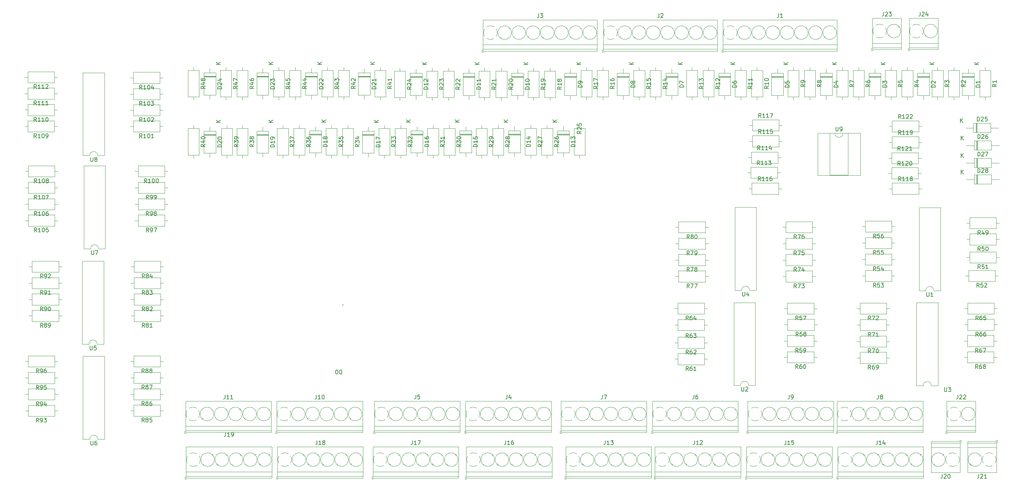
<source format=gbr>
%TF.GenerationSoftware,KiCad,Pcbnew,7.0.10*%
%TF.CreationDate,2024-02-15T16:30:13+07:00*%
%TF.ProjectId,Arduino_IO_Board,41726475-696e-46f5-9f49-4f5f426f6172,rev?*%
%TF.SameCoordinates,Original*%
%TF.FileFunction,Legend,Top*%
%TF.FilePolarity,Positive*%
%FSLAX46Y46*%
G04 Gerber Fmt 4.6, Leading zero omitted, Abs format (unit mm)*
G04 Created by KiCad (PCBNEW 7.0.10) date 2024-02-15 16:30:13*
%MOMM*%
%LPD*%
G01*
G04 APERTURE LIST*
%ADD10C,0.150000*%
%ADD11C,0.120000*%
G04 APERTURE END LIST*
D10*
X190762819Y-30102094D02*
X189762819Y-30102094D01*
X189762819Y-30102094D02*
X189762819Y-29863999D01*
X189762819Y-29863999D02*
X189810438Y-29721142D01*
X189810438Y-29721142D02*
X189905676Y-29625904D01*
X189905676Y-29625904D02*
X190000914Y-29578285D01*
X190000914Y-29578285D02*
X190191390Y-29530666D01*
X190191390Y-29530666D02*
X190334247Y-29530666D01*
X190334247Y-29530666D02*
X190524723Y-29578285D01*
X190524723Y-29578285D02*
X190619961Y-29625904D01*
X190619961Y-29625904D02*
X190715200Y-29721142D01*
X190715200Y-29721142D02*
X190762819Y-29863999D01*
X190762819Y-29863999D02*
X190762819Y-30102094D01*
X189762819Y-29197332D02*
X189762819Y-28530666D01*
X189762819Y-28530666D02*
X190762819Y-28959237D01*
X190392819Y-24545904D02*
X189392819Y-24545904D01*
X190392819Y-23974476D02*
X189821390Y-24403047D01*
X189392819Y-23974476D02*
X189964247Y-24545904D01*
X218537142Y-79609819D02*
X218203809Y-79133628D01*
X217965714Y-79609819D02*
X217965714Y-78609819D01*
X217965714Y-78609819D02*
X218346666Y-78609819D01*
X218346666Y-78609819D02*
X218441904Y-78657438D01*
X218441904Y-78657438D02*
X218489523Y-78705057D01*
X218489523Y-78705057D02*
X218537142Y-78800295D01*
X218537142Y-78800295D02*
X218537142Y-78943152D01*
X218537142Y-78943152D02*
X218489523Y-79038390D01*
X218489523Y-79038390D02*
X218441904Y-79086009D01*
X218441904Y-79086009D02*
X218346666Y-79133628D01*
X218346666Y-79133628D02*
X217965714Y-79133628D01*
X218870476Y-78609819D02*
X219537142Y-78609819D01*
X219537142Y-78609819D02*
X219108571Y-79609819D01*
X219822857Y-78609819D02*
X220441904Y-78609819D01*
X220441904Y-78609819D02*
X220108571Y-78990771D01*
X220108571Y-78990771D02*
X220251428Y-78990771D01*
X220251428Y-78990771D02*
X220346666Y-79038390D01*
X220346666Y-79038390D02*
X220394285Y-79086009D01*
X220394285Y-79086009D02*
X220441904Y-79181247D01*
X220441904Y-79181247D02*
X220441904Y-79419342D01*
X220441904Y-79419342D02*
X220394285Y-79514580D01*
X220394285Y-79514580D02*
X220346666Y-79562200D01*
X220346666Y-79562200D02*
X220251428Y-79609819D01*
X220251428Y-79609819D02*
X219965714Y-79609819D01*
X219965714Y-79609819D02*
X219870476Y-79562200D01*
X219870476Y-79562200D02*
X219822857Y-79514580D01*
X80824819Y-29852857D02*
X80348628Y-30186190D01*
X80824819Y-30424285D02*
X79824819Y-30424285D01*
X79824819Y-30424285D02*
X79824819Y-30043333D01*
X79824819Y-30043333D02*
X79872438Y-29948095D01*
X79872438Y-29948095D02*
X79920057Y-29900476D01*
X79920057Y-29900476D02*
X80015295Y-29852857D01*
X80015295Y-29852857D02*
X80158152Y-29852857D01*
X80158152Y-29852857D02*
X80253390Y-29900476D01*
X80253390Y-29900476D02*
X80301009Y-29948095D01*
X80301009Y-29948095D02*
X80348628Y-30043333D01*
X80348628Y-30043333D02*
X80348628Y-30424285D01*
X80158152Y-28995714D02*
X80824819Y-28995714D01*
X79777200Y-29233809D02*
X80491485Y-29471904D01*
X80491485Y-29471904D02*
X80491485Y-28852857D01*
X79824819Y-28567142D02*
X79824819Y-27900476D01*
X79824819Y-27900476D02*
X80824819Y-28329047D01*
X123874819Y-44203857D02*
X123398628Y-44537190D01*
X123874819Y-44775285D02*
X122874819Y-44775285D01*
X122874819Y-44775285D02*
X122874819Y-44394333D01*
X122874819Y-44394333D02*
X122922438Y-44299095D01*
X122922438Y-44299095D02*
X122970057Y-44251476D01*
X122970057Y-44251476D02*
X123065295Y-44203857D01*
X123065295Y-44203857D02*
X123208152Y-44203857D01*
X123208152Y-44203857D02*
X123303390Y-44251476D01*
X123303390Y-44251476D02*
X123351009Y-44299095D01*
X123351009Y-44299095D02*
X123398628Y-44394333D01*
X123398628Y-44394333D02*
X123398628Y-44775285D01*
X122874819Y-43870523D02*
X122874819Y-43251476D01*
X122874819Y-43251476D02*
X123255771Y-43584809D01*
X123255771Y-43584809D02*
X123255771Y-43441952D01*
X123255771Y-43441952D02*
X123303390Y-43346714D01*
X123303390Y-43346714D02*
X123351009Y-43299095D01*
X123351009Y-43299095D02*
X123446247Y-43251476D01*
X123446247Y-43251476D02*
X123684342Y-43251476D01*
X123684342Y-43251476D02*
X123779580Y-43299095D01*
X123779580Y-43299095D02*
X123827200Y-43346714D01*
X123827200Y-43346714D02*
X123874819Y-43441952D01*
X123874819Y-43441952D02*
X123874819Y-43727666D01*
X123874819Y-43727666D02*
X123827200Y-43822904D01*
X123827200Y-43822904D02*
X123779580Y-43870523D01*
X122970057Y-42870523D02*
X122922438Y-42822904D01*
X122922438Y-42822904D02*
X122874819Y-42727666D01*
X122874819Y-42727666D02*
X122874819Y-42489571D01*
X122874819Y-42489571D02*
X122922438Y-42394333D01*
X122922438Y-42394333D02*
X122970057Y-42346714D01*
X122970057Y-42346714D02*
X123065295Y-42299095D01*
X123065295Y-42299095D02*
X123160533Y-42299095D01*
X123160533Y-42299095D02*
X123303390Y-42346714D01*
X123303390Y-42346714D02*
X123874819Y-42918142D01*
X123874819Y-42918142D02*
X123874819Y-42299095D01*
X57904142Y-108669819D02*
X57570809Y-108193628D01*
X57332714Y-108669819D02*
X57332714Y-107669819D01*
X57332714Y-107669819D02*
X57713666Y-107669819D01*
X57713666Y-107669819D02*
X57808904Y-107717438D01*
X57808904Y-107717438D02*
X57856523Y-107765057D01*
X57856523Y-107765057D02*
X57904142Y-107860295D01*
X57904142Y-107860295D02*
X57904142Y-108003152D01*
X57904142Y-108003152D02*
X57856523Y-108098390D01*
X57856523Y-108098390D02*
X57808904Y-108146009D01*
X57808904Y-108146009D02*
X57713666Y-108193628D01*
X57713666Y-108193628D02*
X57332714Y-108193628D01*
X58475571Y-108098390D02*
X58380333Y-108050771D01*
X58380333Y-108050771D02*
X58332714Y-108003152D01*
X58332714Y-108003152D02*
X58285095Y-107907914D01*
X58285095Y-107907914D02*
X58285095Y-107860295D01*
X58285095Y-107860295D02*
X58332714Y-107765057D01*
X58332714Y-107765057D02*
X58380333Y-107717438D01*
X58380333Y-107717438D02*
X58475571Y-107669819D01*
X58475571Y-107669819D02*
X58666047Y-107669819D01*
X58666047Y-107669819D02*
X58761285Y-107717438D01*
X58761285Y-107717438D02*
X58808904Y-107765057D01*
X58808904Y-107765057D02*
X58856523Y-107860295D01*
X58856523Y-107860295D02*
X58856523Y-107907914D01*
X58856523Y-107907914D02*
X58808904Y-108003152D01*
X58808904Y-108003152D02*
X58761285Y-108050771D01*
X58761285Y-108050771D02*
X58666047Y-108098390D01*
X58666047Y-108098390D02*
X58475571Y-108098390D01*
X58475571Y-108098390D02*
X58380333Y-108146009D01*
X58380333Y-108146009D02*
X58332714Y-108193628D01*
X58332714Y-108193628D02*
X58285095Y-108288866D01*
X58285095Y-108288866D02*
X58285095Y-108479342D01*
X58285095Y-108479342D02*
X58332714Y-108574580D01*
X58332714Y-108574580D02*
X58380333Y-108622200D01*
X58380333Y-108622200D02*
X58475571Y-108669819D01*
X58475571Y-108669819D02*
X58666047Y-108669819D01*
X58666047Y-108669819D02*
X58761285Y-108622200D01*
X58761285Y-108622200D02*
X58808904Y-108574580D01*
X58808904Y-108574580D02*
X58856523Y-108479342D01*
X58856523Y-108479342D02*
X58856523Y-108288866D01*
X58856523Y-108288866D02*
X58808904Y-108193628D01*
X58808904Y-108193628D02*
X58761285Y-108146009D01*
X58761285Y-108146009D02*
X58666047Y-108098390D01*
X59713666Y-107669819D02*
X59523190Y-107669819D01*
X59523190Y-107669819D02*
X59427952Y-107717438D01*
X59427952Y-107717438D02*
X59380333Y-107765057D01*
X59380333Y-107765057D02*
X59285095Y-107907914D01*
X59285095Y-107907914D02*
X59237476Y-108098390D01*
X59237476Y-108098390D02*
X59237476Y-108479342D01*
X59237476Y-108479342D02*
X59285095Y-108574580D01*
X59285095Y-108574580D02*
X59332714Y-108622200D01*
X59332714Y-108622200D02*
X59427952Y-108669819D01*
X59427952Y-108669819D02*
X59618428Y-108669819D01*
X59618428Y-108669819D02*
X59713666Y-108622200D01*
X59713666Y-108622200D02*
X59761285Y-108574580D01*
X59761285Y-108574580D02*
X59808904Y-108479342D01*
X59808904Y-108479342D02*
X59808904Y-108241247D01*
X59808904Y-108241247D02*
X59761285Y-108146009D01*
X59761285Y-108146009D02*
X59713666Y-108098390D01*
X59713666Y-108098390D02*
X59618428Y-108050771D01*
X59618428Y-108050771D02*
X59427952Y-108050771D01*
X59427952Y-108050771D02*
X59332714Y-108098390D01*
X59332714Y-108098390D02*
X59285095Y-108146009D01*
X59285095Y-108146009D02*
X59237476Y-108241247D01*
X238077142Y-67309819D02*
X237743809Y-66833628D01*
X237505714Y-67309819D02*
X237505714Y-66309819D01*
X237505714Y-66309819D02*
X237886666Y-66309819D01*
X237886666Y-66309819D02*
X237981904Y-66357438D01*
X237981904Y-66357438D02*
X238029523Y-66405057D01*
X238029523Y-66405057D02*
X238077142Y-66500295D01*
X238077142Y-66500295D02*
X238077142Y-66643152D01*
X238077142Y-66643152D02*
X238029523Y-66738390D01*
X238029523Y-66738390D02*
X237981904Y-66786009D01*
X237981904Y-66786009D02*
X237886666Y-66833628D01*
X237886666Y-66833628D02*
X237505714Y-66833628D01*
X238981904Y-66309819D02*
X238505714Y-66309819D01*
X238505714Y-66309819D02*
X238458095Y-66786009D01*
X238458095Y-66786009D02*
X238505714Y-66738390D01*
X238505714Y-66738390D02*
X238600952Y-66690771D01*
X238600952Y-66690771D02*
X238839047Y-66690771D01*
X238839047Y-66690771D02*
X238934285Y-66738390D01*
X238934285Y-66738390D02*
X238981904Y-66786009D01*
X238981904Y-66786009D02*
X239029523Y-66881247D01*
X239029523Y-66881247D02*
X239029523Y-67119342D01*
X239029523Y-67119342D02*
X238981904Y-67214580D01*
X238981904Y-67214580D02*
X238934285Y-67262200D01*
X238934285Y-67262200D02*
X238839047Y-67309819D01*
X238839047Y-67309819D02*
X238600952Y-67309819D01*
X238600952Y-67309819D02*
X238505714Y-67262200D01*
X238505714Y-67262200D02*
X238458095Y-67214580D01*
X239886666Y-66309819D02*
X239696190Y-66309819D01*
X239696190Y-66309819D02*
X239600952Y-66357438D01*
X239600952Y-66357438D02*
X239553333Y-66405057D01*
X239553333Y-66405057D02*
X239458095Y-66547914D01*
X239458095Y-66547914D02*
X239410476Y-66738390D01*
X239410476Y-66738390D02*
X239410476Y-67119342D01*
X239410476Y-67119342D02*
X239458095Y-67214580D01*
X239458095Y-67214580D02*
X239505714Y-67262200D01*
X239505714Y-67262200D02*
X239600952Y-67309819D01*
X239600952Y-67309819D02*
X239791428Y-67309819D01*
X239791428Y-67309819D02*
X239886666Y-67262200D01*
X239886666Y-67262200D02*
X239934285Y-67214580D01*
X239934285Y-67214580D02*
X239981904Y-67119342D01*
X239981904Y-67119342D02*
X239981904Y-66881247D01*
X239981904Y-66881247D02*
X239934285Y-66786009D01*
X239934285Y-66786009D02*
X239886666Y-66738390D01*
X239886666Y-66738390D02*
X239791428Y-66690771D01*
X239791428Y-66690771D02*
X239600952Y-66690771D01*
X239600952Y-66690771D02*
X239505714Y-66738390D01*
X239505714Y-66738390D02*
X239458095Y-66786009D01*
X239458095Y-66786009D02*
X239410476Y-66881247D01*
X244244952Y-37835819D02*
X243911619Y-37359628D01*
X243673524Y-37835819D02*
X243673524Y-36835819D01*
X243673524Y-36835819D02*
X244054476Y-36835819D01*
X244054476Y-36835819D02*
X244149714Y-36883438D01*
X244149714Y-36883438D02*
X244197333Y-36931057D01*
X244197333Y-36931057D02*
X244244952Y-37026295D01*
X244244952Y-37026295D02*
X244244952Y-37169152D01*
X244244952Y-37169152D02*
X244197333Y-37264390D01*
X244197333Y-37264390D02*
X244149714Y-37312009D01*
X244149714Y-37312009D02*
X244054476Y-37359628D01*
X244054476Y-37359628D02*
X243673524Y-37359628D01*
X245197333Y-37835819D02*
X244625905Y-37835819D01*
X244911619Y-37835819D02*
X244911619Y-36835819D01*
X244911619Y-36835819D02*
X244816381Y-36978676D01*
X244816381Y-36978676D02*
X244721143Y-37073914D01*
X244721143Y-37073914D02*
X244625905Y-37121533D01*
X245578286Y-36931057D02*
X245625905Y-36883438D01*
X245625905Y-36883438D02*
X245721143Y-36835819D01*
X245721143Y-36835819D02*
X245959238Y-36835819D01*
X245959238Y-36835819D02*
X246054476Y-36883438D01*
X246054476Y-36883438D02*
X246102095Y-36931057D01*
X246102095Y-36931057D02*
X246149714Y-37026295D01*
X246149714Y-37026295D02*
X246149714Y-37121533D01*
X246149714Y-37121533D02*
X246102095Y-37264390D01*
X246102095Y-37264390D02*
X245530667Y-37835819D01*
X245530667Y-37835819D02*
X246149714Y-37835819D01*
X246530667Y-36931057D02*
X246578286Y-36883438D01*
X246578286Y-36883438D02*
X246673524Y-36835819D01*
X246673524Y-36835819D02*
X246911619Y-36835819D01*
X246911619Y-36835819D02*
X247006857Y-36883438D01*
X247006857Y-36883438D02*
X247054476Y-36931057D01*
X247054476Y-36931057D02*
X247102095Y-37026295D01*
X247102095Y-37026295D02*
X247102095Y-37121533D01*
X247102095Y-37121533D02*
X247054476Y-37264390D01*
X247054476Y-37264390D02*
X246483048Y-37835819D01*
X246483048Y-37835819D02*
X247102095Y-37835819D01*
X263837142Y-66459819D02*
X263503809Y-65983628D01*
X263265714Y-66459819D02*
X263265714Y-65459819D01*
X263265714Y-65459819D02*
X263646666Y-65459819D01*
X263646666Y-65459819D02*
X263741904Y-65507438D01*
X263741904Y-65507438D02*
X263789523Y-65555057D01*
X263789523Y-65555057D02*
X263837142Y-65650295D01*
X263837142Y-65650295D02*
X263837142Y-65793152D01*
X263837142Y-65793152D02*
X263789523Y-65888390D01*
X263789523Y-65888390D02*
X263741904Y-65936009D01*
X263741904Y-65936009D02*
X263646666Y-65983628D01*
X263646666Y-65983628D02*
X263265714Y-65983628D01*
X264694285Y-65793152D02*
X264694285Y-66459819D01*
X264456190Y-65412200D02*
X264218095Y-66126485D01*
X264218095Y-66126485D02*
X264837142Y-66126485D01*
X265265714Y-66459819D02*
X265456190Y-66459819D01*
X265456190Y-66459819D02*
X265551428Y-66412200D01*
X265551428Y-66412200D02*
X265599047Y-66364580D01*
X265599047Y-66364580D02*
X265694285Y-66221723D01*
X265694285Y-66221723D02*
X265741904Y-66031247D01*
X265741904Y-66031247D02*
X265741904Y-65650295D01*
X265741904Y-65650295D02*
X265694285Y-65555057D01*
X265694285Y-65555057D02*
X265646666Y-65507438D01*
X265646666Y-65507438D02*
X265551428Y-65459819D01*
X265551428Y-65459819D02*
X265360952Y-65459819D01*
X265360952Y-65459819D02*
X265265714Y-65507438D01*
X265265714Y-65507438D02*
X265218095Y-65555057D01*
X265218095Y-65555057D02*
X265170476Y-65650295D01*
X265170476Y-65650295D02*
X265170476Y-65888390D01*
X265170476Y-65888390D02*
X265218095Y-65983628D01*
X265218095Y-65983628D02*
X265265714Y-66031247D01*
X265265714Y-66031247D02*
X265360952Y-66078866D01*
X265360952Y-66078866D02*
X265551428Y-66078866D01*
X265551428Y-66078866D02*
X265646666Y-66031247D01*
X265646666Y-66031247D02*
X265694285Y-65983628D01*
X265694285Y-65983628D02*
X265741904Y-65888390D01*
X203762819Y-30102094D02*
X202762819Y-30102094D01*
X202762819Y-30102094D02*
X202762819Y-29863999D01*
X202762819Y-29863999D02*
X202810438Y-29721142D01*
X202810438Y-29721142D02*
X202905676Y-29625904D01*
X202905676Y-29625904D02*
X203000914Y-29578285D01*
X203000914Y-29578285D02*
X203191390Y-29530666D01*
X203191390Y-29530666D02*
X203334247Y-29530666D01*
X203334247Y-29530666D02*
X203524723Y-29578285D01*
X203524723Y-29578285D02*
X203619961Y-29625904D01*
X203619961Y-29625904D02*
X203715200Y-29721142D01*
X203715200Y-29721142D02*
X203762819Y-29863999D01*
X203762819Y-29863999D02*
X203762819Y-30102094D01*
X202762819Y-28673523D02*
X202762819Y-28863999D01*
X202762819Y-28863999D02*
X202810438Y-28959237D01*
X202810438Y-28959237D02*
X202858057Y-29006856D01*
X202858057Y-29006856D02*
X203000914Y-29102094D01*
X203000914Y-29102094D02*
X203191390Y-29149713D01*
X203191390Y-29149713D02*
X203572342Y-29149713D01*
X203572342Y-29149713D02*
X203667580Y-29102094D01*
X203667580Y-29102094D02*
X203715200Y-29054475D01*
X203715200Y-29054475D02*
X203762819Y-28959237D01*
X203762819Y-28959237D02*
X203762819Y-28768761D01*
X203762819Y-28768761D02*
X203715200Y-28673523D01*
X203715200Y-28673523D02*
X203667580Y-28625904D01*
X203667580Y-28625904D02*
X203572342Y-28578285D01*
X203572342Y-28578285D02*
X203334247Y-28578285D01*
X203334247Y-28578285D02*
X203239009Y-28625904D01*
X203239009Y-28625904D02*
X203191390Y-28673523D01*
X203191390Y-28673523D02*
X203143771Y-28768761D01*
X203143771Y-28768761D02*
X203143771Y-28959237D01*
X203143771Y-28959237D02*
X203191390Y-29054475D01*
X203191390Y-29054475D02*
X203239009Y-29102094D01*
X203239009Y-29102094D02*
X203334247Y-29149713D01*
X203392819Y-24545904D02*
X202392819Y-24545904D01*
X203392819Y-23974476D02*
X202821390Y-24403047D01*
X202392819Y-23974476D02*
X202964247Y-24545904D01*
X31427952Y-57724819D02*
X31094619Y-57248628D01*
X30856524Y-57724819D02*
X30856524Y-56724819D01*
X30856524Y-56724819D02*
X31237476Y-56724819D01*
X31237476Y-56724819D02*
X31332714Y-56772438D01*
X31332714Y-56772438D02*
X31380333Y-56820057D01*
X31380333Y-56820057D02*
X31427952Y-56915295D01*
X31427952Y-56915295D02*
X31427952Y-57058152D01*
X31427952Y-57058152D02*
X31380333Y-57153390D01*
X31380333Y-57153390D02*
X31332714Y-57201009D01*
X31332714Y-57201009D02*
X31237476Y-57248628D01*
X31237476Y-57248628D02*
X30856524Y-57248628D01*
X32380333Y-57724819D02*
X31808905Y-57724819D01*
X32094619Y-57724819D02*
X32094619Y-56724819D01*
X32094619Y-56724819D02*
X31999381Y-56867676D01*
X31999381Y-56867676D02*
X31904143Y-56962914D01*
X31904143Y-56962914D02*
X31808905Y-57010533D01*
X32999381Y-56724819D02*
X33094619Y-56724819D01*
X33094619Y-56724819D02*
X33189857Y-56772438D01*
X33189857Y-56772438D02*
X33237476Y-56820057D01*
X33237476Y-56820057D02*
X33285095Y-56915295D01*
X33285095Y-56915295D02*
X33332714Y-57105771D01*
X33332714Y-57105771D02*
X33332714Y-57343866D01*
X33332714Y-57343866D02*
X33285095Y-57534342D01*
X33285095Y-57534342D02*
X33237476Y-57629580D01*
X33237476Y-57629580D02*
X33189857Y-57677200D01*
X33189857Y-57677200D02*
X33094619Y-57724819D01*
X33094619Y-57724819D02*
X32999381Y-57724819D01*
X32999381Y-57724819D02*
X32904143Y-57677200D01*
X32904143Y-57677200D02*
X32856524Y-57629580D01*
X32856524Y-57629580D02*
X32808905Y-57534342D01*
X32808905Y-57534342D02*
X32761286Y-57343866D01*
X32761286Y-57343866D02*
X32761286Y-57105771D01*
X32761286Y-57105771D02*
X32808905Y-56915295D01*
X32808905Y-56915295D02*
X32856524Y-56820057D01*
X32856524Y-56820057D02*
X32904143Y-56772438D01*
X32904143Y-56772438D02*
X32999381Y-56724819D01*
X33666048Y-56724819D02*
X34332714Y-56724819D01*
X34332714Y-56724819D02*
X33904143Y-57724819D01*
X31427952Y-61774819D02*
X31094619Y-61298628D01*
X30856524Y-61774819D02*
X30856524Y-60774819D01*
X30856524Y-60774819D02*
X31237476Y-60774819D01*
X31237476Y-60774819D02*
X31332714Y-60822438D01*
X31332714Y-60822438D02*
X31380333Y-60870057D01*
X31380333Y-60870057D02*
X31427952Y-60965295D01*
X31427952Y-60965295D02*
X31427952Y-61108152D01*
X31427952Y-61108152D02*
X31380333Y-61203390D01*
X31380333Y-61203390D02*
X31332714Y-61251009D01*
X31332714Y-61251009D02*
X31237476Y-61298628D01*
X31237476Y-61298628D02*
X30856524Y-61298628D01*
X32380333Y-61774819D02*
X31808905Y-61774819D01*
X32094619Y-61774819D02*
X32094619Y-60774819D01*
X32094619Y-60774819D02*
X31999381Y-60917676D01*
X31999381Y-60917676D02*
X31904143Y-61012914D01*
X31904143Y-61012914D02*
X31808905Y-61060533D01*
X32999381Y-60774819D02*
X33094619Y-60774819D01*
X33094619Y-60774819D02*
X33189857Y-60822438D01*
X33189857Y-60822438D02*
X33237476Y-60870057D01*
X33237476Y-60870057D02*
X33285095Y-60965295D01*
X33285095Y-60965295D02*
X33332714Y-61155771D01*
X33332714Y-61155771D02*
X33332714Y-61393866D01*
X33332714Y-61393866D02*
X33285095Y-61584342D01*
X33285095Y-61584342D02*
X33237476Y-61679580D01*
X33237476Y-61679580D02*
X33189857Y-61727200D01*
X33189857Y-61727200D02*
X33094619Y-61774819D01*
X33094619Y-61774819D02*
X32999381Y-61774819D01*
X32999381Y-61774819D02*
X32904143Y-61727200D01*
X32904143Y-61727200D02*
X32856524Y-61679580D01*
X32856524Y-61679580D02*
X32808905Y-61584342D01*
X32808905Y-61584342D02*
X32761286Y-61393866D01*
X32761286Y-61393866D02*
X32761286Y-61155771D01*
X32761286Y-61155771D02*
X32808905Y-60965295D01*
X32808905Y-60965295D02*
X32856524Y-60870057D01*
X32856524Y-60870057D02*
X32904143Y-60822438D01*
X32904143Y-60822438D02*
X32999381Y-60774819D01*
X34189857Y-60774819D02*
X33999381Y-60774819D01*
X33999381Y-60774819D02*
X33904143Y-60822438D01*
X33904143Y-60822438D02*
X33856524Y-60870057D01*
X33856524Y-60870057D02*
X33761286Y-61012914D01*
X33761286Y-61012914D02*
X33713667Y-61203390D01*
X33713667Y-61203390D02*
X33713667Y-61584342D01*
X33713667Y-61584342D02*
X33761286Y-61679580D01*
X33761286Y-61679580D02*
X33808905Y-61727200D01*
X33808905Y-61727200D02*
X33904143Y-61774819D01*
X33904143Y-61774819D02*
X34094619Y-61774819D01*
X34094619Y-61774819D02*
X34189857Y-61727200D01*
X34189857Y-61727200D02*
X34237476Y-61679580D01*
X34237476Y-61679580D02*
X34285095Y-61584342D01*
X34285095Y-61584342D02*
X34285095Y-61346247D01*
X34285095Y-61346247D02*
X34237476Y-61251009D01*
X34237476Y-61251009D02*
X34189857Y-61203390D01*
X34189857Y-61203390D02*
X34094619Y-61155771D01*
X34094619Y-61155771D02*
X33904143Y-61155771D01*
X33904143Y-61155771D02*
X33808905Y-61203390D01*
X33808905Y-61203390D02*
X33761286Y-61251009D01*
X33761286Y-61251009D02*
X33713667Y-61346247D01*
X72874819Y-29852857D02*
X72398628Y-30186190D01*
X72874819Y-30424285D02*
X71874819Y-30424285D01*
X71874819Y-30424285D02*
X71874819Y-30043333D01*
X71874819Y-30043333D02*
X71922438Y-29948095D01*
X71922438Y-29948095D02*
X71970057Y-29900476D01*
X71970057Y-29900476D02*
X72065295Y-29852857D01*
X72065295Y-29852857D02*
X72208152Y-29852857D01*
X72208152Y-29852857D02*
X72303390Y-29900476D01*
X72303390Y-29900476D02*
X72351009Y-29948095D01*
X72351009Y-29948095D02*
X72398628Y-30043333D01*
X72398628Y-30043333D02*
X72398628Y-30424285D01*
X72208152Y-28995714D02*
X72874819Y-28995714D01*
X71827200Y-29233809D02*
X72541485Y-29471904D01*
X72541485Y-29471904D02*
X72541485Y-28852857D01*
X72303390Y-28329047D02*
X72255771Y-28424285D01*
X72255771Y-28424285D02*
X72208152Y-28471904D01*
X72208152Y-28471904D02*
X72112914Y-28519523D01*
X72112914Y-28519523D02*
X72065295Y-28519523D01*
X72065295Y-28519523D02*
X71970057Y-28471904D01*
X71970057Y-28471904D02*
X71922438Y-28424285D01*
X71922438Y-28424285D02*
X71874819Y-28329047D01*
X71874819Y-28329047D02*
X71874819Y-28138571D01*
X71874819Y-28138571D02*
X71922438Y-28043333D01*
X71922438Y-28043333D02*
X71970057Y-27995714D01*
X71970057Y-27995714D02*
X72065295Y-27948095D01*
X72065295Y-27948095D02*
X72112914Y-27948095D01*
X72112914Y-27948095D02*
X72208152Y-27995714D01*
X72208152Y-27995714D02*
X72255771Y-28043333D01*
X72255771Y-28043333D02*
X72303390Y-28138571D01*
X72303390Y-28138571D02*
X72303390Y-28329047D01*
X72303390Y-28329047D02*
X72351009Y-28424285D01*
X72351009Y-28424285D02*
X72398628Y-28471904D01*
X72398628Y-28471904D02*
X72493866Y-28519523D01*
X72493866Y-28519523D02*
X72684342Y-28519523D01*
X72684342Y-28519523D02*
X72779580Y-28471904D01*
X72779580Y-28471904D02*
X72827200Y-28424285D01*
X72827200Y-28424285D02*
X72874819Y-28329047D01*
X72874819Y-28329047D02*
X72874819Y-28138571D01*
X72874819Y-28138571D02*
X72827200Y-28043333D01*
X72827200Y-28043333D02*
X72779580Y-27995714D01*
X72779580Y-27995714D02*
X72684342Y-27948095D01*
X72684342Y-27948095D02*
X72493866Y-27948095D01*
X72493866Y-27948095D02*
X72398628Y-27995714D01*
X72398628Y-27995714D02*
X72351009Y-28043333D01*
X72351009Y-28043333D02*
X72303390Y-28138571D01*
X238077142Y-71359819D02*
X237743809Y-70883628D01*
X237505714Y-71359819D02*
X237505714Y-70359819D01*
X237505714Y-70359819D02*
X237886666Y-70359819D01*
X237886666Y-70359819D02*
X237981904Y-70407438D01*
X237981904Y-70407438D02*
X238029523Y-70455057D01*
X238029523Y-70455057D02*
X238077142Y-70550295D01*
X238077142Y-70550295D02*
X238077142Y-70693152D01*
X238077142Y-70693152D02*
X238029523Y-70788390D01*
X238029523Y-70788390D02*
X237981904Y-70836009D01*
X237981904Y-70836009D02*
X237886666Y-70883628D01*
X237886666Y-70883628D02*
X237505714Y-70883628D01*
X238981904Y-70359819D02*
X238505714Y-70359819D01*
X238505714Y-70359819D02*
X238458095Y-70836009D01*
X238458095Y-70836009D02*
X238505714Y-70788390D01*
X238505714Y-70788390D02*
X238600952Y-70740771D01*
X238600952Y-70740771D02*
X238839047Y-70740771D01*
X238839047Y-70740771D02*
X238934285Y-70788390D01*
X238934285Y-70788390D02*
X238981904Y-70836009D01*
X238981904Y-70836009D02*
X239029523Y-70931247D01*
X239029523Y-70931247D02*
X239029523Y-71169342D01*
X239029523Y-71169342D02*
X238981904Y-71264580D01*
X238981904Y-71264580D02*
X238934285Y-71312200D01*
X238934285Y-71312200D02*
X238839047Y-71359819D01*
X238839047Y-71359819D02*
X238600952Y-71359819D01*
X238600952Y-71359819D02*
X238505714Y-71312200D01*
X238505714Y-71312200D02*
X238458095Y-71264580D01*
X239934285Y-70359819D02*
X239458095Y-70359819D01*
X239458095Y-70359819D02*
X239410476Y-70836009D01*
X239410476Y-70836009D02*
X239458095Y-70788390D01*
X239458095Y-70788390D02*
X239553333Y-70740771D01*
X239553333Y-70740771D02*
X239791428Y-70740771D01*
X239791428Y-70740771D02*
X239886666Y-70788390D01*
X239886666Y-70788390D02*
X239934285Y-70836009D01*
X239934285Y-70836009D02*
X239981904Y-70931247D01*
X239981904Y-70931247D02*
X239981904Y-71169342D01*
X239981904Y-71169342D02*
X239934285Y-71264580D01*
X239934285Y-71264580D02*
X239886666Y-71312200D01*
X239886666Y-71312200D02*
X239791428Y-71359819D01*
X239791428Y-71359819D02*
X239553333Y-71359819D01*
X239553333Y-71359819D02*
X239458095Y-71312200D01*
X239458095Y-71312200D02*
X239410476Y-71264580D01*
X165554819Y-40933857D02*
X165078628Y-41267190D01*
X165554819Y-41505285D02*
X164554819Y-41505285D01*
X164554819Y-41505285D02*
X164554819Y-41124333D01*
X164554819Y-41124333D02*
X164602438Y-41029095D01*
X164602438Y-41029095D02*
X164650057Y-40981476D01*
X164650057Y-40981476D02*
X164745295Y-40933857D01*
X164745295Y-40933857D02*
X164888152Y-40933857D01*
X164888152Y-40933857D02*
X164983390Y-40981476D01*
X164983390Y-40981476D02*
X165031009Y-41029095D01*
X165031009Y-41029095D02*
X165078628Y-41124333D01*
X165078628Y-41124333D02*
X165078628Y-41505285D01*
X164650057Y-40552904D02*
X164602438Y-40505285D01*
X164602438Y-40505285D02*
X164554819Y-40410047D01*
X164554819Y-40410047D02*
X164554819Y-40171952D01*
X164554819Y-40171952D02*
X164602438Y-40076714D01*
X164602438Y-40076714D02*
X164650057Y-40029095D01*
X164650057Y-40029095D02*
X164745295Y-39981476D01*
X164745295Y-39981476D02*
X164840533Y-39981476D01*
X164840533Y-39981476D02*
X164983390Y-40029095D01*
X164983390Y-40029095D02*
X165554819Y-40600523D01*
X165554819Y-40600523D02*
X165554819Y-39981476D01*
X164554819Y-39076714D02*
X164554819Y-39552904D01*
X164554819Y-39552904D02*
X165031009Y-39600523D01*
X165031009Y-39600523D02*
X164983390Y-39552904D01*
X164983390Y-39552904D02*
X164935771Y-39457666D01*
X164935771Y-39457666D02*
X164935771Y-39219571D01*
X164935771Y-39219571D02*
X164983390Y-39124333D01*
X164983390Y-39124333D02*
X165031009Y-39076714D01*
X165031009Y-39076714D02*
X165126247Y-39029095D01*
X165126247Y-39029095D02*
X165364342Y-39029095D01*
X165364342Y-39029095D02*
X165459580Y-39076714D01*
X165459580Y-39076714D02*
X165507200Y-39124333D01*
X165507200Y-39124333D02*
X165554819Y-39219571D01*
X165554819Y-39219571D02*
X165554819Y-39457666D01*
X165554819Y-39457666D02*
X165507200Y-39552904D01*
X165507200Y-39552904D02*
X165459580Y-39600523D01*
X131824819Y-44203857D02*
X131348628Y-44537190D01*
X131824819Y-44775285D02*
X130824819Y-44775285D01*
X130824819Y-44775285D02*
X130824819Y-44394333D01*
X130824819Y-44394333D02*
X130872438Y-44299095D01*
X130872438Y-44299095D02*
X130920057Y-44251476D01*
X130920057Y-44251476D02*
X131015295Y-44203857D01*
X131015295Y-44203857D02*
X131158152Y-44203857D01*
X131158152Y-44203857D02*
X131253390Y-44251476D01*
X131253390Y-44251476D02*
X131301009Y-44299095D01*
X131301009Y-44299095D02*
X131348628Y-44394333D01*
X131348628Y-44394333D02*
X131348628Y-44775285D01*
X130824819Y-43870523D02*
X130824819Y-43251476D01*
X130824819Y-43251476D02*
X131205771Y-43584809D01*
X131205771Y-43584809D02*
X131205771Y-43441952D01*
X131205771Y-43441952D02*
X131253390Y-43346714D01*
X131253390Y-43346714D02*
X131301009Y-43299095D01*
X131301009Y-43299095D02*
X131396247Y-43251476D01*
X131396247Y-43251476D02*
X131634342Y-43251476D01*
X131634342Y-43251476D02*
X131729580Y-43299095D01*
X131729580Y-43299095D02*
X131777200Y-43346714D01*
X131777200Y-43346714D02*
X131824819Y-43441952D01*
X131824819Y-43441952D02*
X131824819Y-43727666D01*
X131824819Y-43727666D02*
X131777200Y-43822904D01*
X131777200Y-43822904D02*
X131729580Y-43870523D01*
X131824819Y-42299095D02*
X131824819Y-42870523D01*
X131824819Y-42584809D02*
X130824819Y-42584809D01*
X130824819Y-42584809D02*
X130967676Y-42680047D01*
X130967676Y-42680047D02*
X131062914Y-42775285D01*
X131062914Y-42775285D02*
X131110533Y-42870523D01*
X58984142Y-61774819D02*
X58650809Y-61298628D01*
X58412714Y-61774819D02*
X58412714Y-60774819D01*
X58412714Y-60774819D02*
X58793666Y-60774819D01*
X58793666Y-60774819D02*
X58888904Y-60822438D01*
X58888904Y-60822438D02*
X58936523Y-60870057D01*
X58936523Y-60870057D02*
X58984142Y-60965295D01*
X58984142Y-60965295D02*
X58984142Y-61108152D01*
X58984142Y-61108152D02*
X58936523Y-61203390D01*
X58936523Y-61203390D02*
X58888904Y-61251009D01*
X58888904Y-61251009D02*
X58793666Y-61298628D01*
X58793666Y-61298628D02*
X58412714Y-61298628D01*
X59460333Y-61774819D02*
X59650809Y-61774819D01*
X59650809Y-61774819D02*
X59746047Y-61727200D01*
X59746047Y-61727200D02*
X59793666Y-61679580D01*
X59793666Y-61679580D02*
X59888904Y-61536723D01*
X59888904Y-61536723D02*
X59936523Y-61346247D01*
X59936523Y-61346247D02*
X59936523Y-60965295D01*
X59936523Y-60965295D02*
X59888904Y-60870057D01*
X59888904Y-60870057D02*
X59841285Y-60822438D01*
X59841285Y-60822438D02*
X59746047Y-60774819D01*
X59746047Y-60774819D02*
X59555571Y-60774819D01*
X59555571Y-60774819D02*
X59460333Y-60822438D01*
X59460333Y-60822438D02*
X59412714Y-60870057D01*
X59412714Y-60870057D02*
X59365095Y-60965295D01*
X59365095Y-60965295D02*
X59365095Y-61203390D01*
X59365095Y-61203390D02*
X59412714Y-61298628D01*
X59412714Y-61298628D02*
X59460333Y-61346247D01*
X59460333Y-61346247D02*
X59555571Y-61393866D01*
X59555571Y-61393866D02*
X59746047Y-61393866D01*
X59746047Y-61393866D02*
X59841285Y-61346247D01*
X59841285Y-61346247D02*
X59888904Y-61298628D01*
X59888904Y-61298628D02*
X59936523Y-61203390D01*
X60507952Y-61203390D02*
X60412714Y-61155771D01*
X60412714Y-61155771D02*
X60365095Y-61108152D01*
X60365095Y-61108152D02*
X60317476Y-61012914D01*
X60317476Y-61012914D02*
X60317476Y-60965295D01*
X60317476Y-60965295D02*
X60365095Y-60870057D01*
X60365095Y-60870057D02*
X60412714Y-60822438D01*
X60412714Y-60822438D02*
X60507952Y-60774819D01*
X60507952Y-60774819D02*
X60698428Y-60774819D01*
X60698428Y-60774819D02*
X60793666Y-60822438D01*
X60793666Y-60822438D02*
X60841285Y-60870057D01*
X60841285Y-60870057D02*
X60888904Y-60965295D01*
X60888904Y-60965295D02*
X60888904Y-61012914D01*
X60888904Y-61012914D02*
X60841285Y-61108152D01*
X60841285Y-61108152D02*
X60793666Y-61155771D01*
X60793666Y-61155771D02*
X60698428Y-61203390D01*
X60698428Y-61203390D02*
X60507952Y-61203390D01*
X60507952Y-61203390D02*
X60412714Y-61251009D01*
X60412714Y-61251009D02*
X60365095Y-61298628D01*
X60365095Y-61298628D02*
X60317476Y-61393866D01*
X60317476Y-61393866D02*
X60317476Y-61584342D01*
X60317476Y-61584342D02*
X60365095Y-61679580D01*
X60365095Y-61679580D02*
X60412714Y-61727200D01*
X60412714Y-61727200D02*
X60507952Y-61774819D01*
X60507952Y-61774819D02*
X60698428Y-61774819D01*
X60698428Y-61774819D02*
X60793666Y-61727200D01*
X60793666Y-61727200D02*
X60841285Y-61679580D01*
X60841285Y-61679580D02*
X60888904Y-61584342D01*
X60888904Y-61584342D02*
X60888904Y-61393866D01*
X60888904Y-61393866D02*
X60841285Y-61298628D01*
X60841285Y-61298628D02*
X60793666Y-61251009D01*
X60793666Y-61251009D02*
X60698428Y-61203390D01*
X205228095Y-80659819D02*
X205228095Y-81469342D01*
X205228095Y-81469342D02*
X205275714Y-81564580D01*
X205275714Y-81564580D02*
X205323333Y-81612200D01*
X205323333Y-81612200D02*
X205418571Y-81659819D01*
X205418571Y-81659819D02*
X205609047Y-81659819D01*
X205609047Y-81659819D02*
X205704285Y-81612200D01*
X205704285Y-81612200D02*
X205751904Y-81564580D01*
X205751904Y-81564580D02*
X205799523Y-81469342D01*
X205799523Y-81469342D02*
X205799523Y-80659819D01*
X206704285Y-80993152D02*
X206704285Y-81659819D01*
X206466190Y-80612200D02*
X206228095Y-81326485D01*
X206228095Y-81326485D02*
X206847142Y-81326485D01*
X32904142Y-85289819D02*
X32570809Y-84813628D01*
X32332714Y-85289819D02*
X32332714Y-84289819D01*
X32332714Y-84289819D02*
X32713666Y-84289819D01*
X32713666Y-84289819D02*
X32808904Y-84337438D01*
X32808904Y-84337438D02*
X32856523Y-84385057D01*
X32856523Y-84385057D02*
X32904142Y-84480295D01*
X32904142Y-84480295D02*
X32904142Y-84623152D01*
X32904142Y-84623152D02*
X32856523Y-84718390D01*
X32856523Y-84718390D02*
X32808904Y-84766009D01*
X32808904Y-84766009D02*
X32713666Y-84813628D01*
X32713666Y-84813628D02*
X32332714Y-84813628D01*
X33380333Y-85289819D02*
X33570809Y-85289819D01*
X33570809Y-85289819D02*
X33666047Y-85242200D01*
X33666047Y-85242200D02*
X33713666Y-85194580D01*
X33713666Y-85194580D02*
X33808904Y-85051723D01*
X33808904Y-85051723D02*
X33856523Y-84861247D01*
X33856523Y-84861247D02*
X33856523Y-84480295D01*
X33856523Y-84480295D02*
X33808904Y-84385057D01*
X33808904Y-84385057D02*
X33761285Y-84337438D01*
X33761285Y-84337438D02*
X33666047Y-84289819D01*
X33666047Y-84289819D02*
X33475571Y-84289819D01*
X33475571Y-84289819D02*
X33380333Y-84337438D01*
X33380333Y-84337438D02*
X33332714Y-84385057D01*
X33332714Y-84385057D02*
X33285095Y-84480295D01*
X33285095Y-84480295D02*
X33285095Y-84718390D01*
X33285095Y-84718390D02*
X33332714Y-84813628D01*
X33332714Y-84813628D02*
X33380333Y-84861247D01*
X33380333Y-84861247D02*
X33475571Y-84908866D01*
X33475571Y-84908866D02*
X33666047Y-84908866D01*
X33666047Y-84908866D02*
X33761285Y-84861247D01*
X33761285Y-84861247D02*
X33808904Y-84813628D01*
X33808904Y-84813628D02*
X33856523Y-84718390D01*
X34475571Y-84289819D02*
X34570809Y-84289819D01*
X34570809Y-84289819D02*
X34666047Y-84337438D01*
X34666047Y-84337438D02*
X34713666Y-84385057D01*
X34713666Y-84385057D02*
X34761285Y-84480295D01*
X34761285Y-84480295D02*
X34808904Y-84670771D01*
X34808904Y-84670771D02*
X34808904Y-84908866D01*
X34808904Y-84908866D02*
X34761285Y-85099342D01*
X34761285Y-85099342D02*
X34713666Y-85194580D01*
X34713666Y-85194580D02*
X34666047Y-85242200D01*
X34666047Y-85242200D02*
X34570809Y-85289819D01*
X34570809Y-85289819D02*
X34475571Y-85289819D01*
X34475571Y-85289819D02*
X34380333Y-85242200D01*
X34380333Y-85242200D02*
X34332714Y-85194580D01*
X34332714Y-85194580D02*
X34285095Y-85099342D01*
X34285095Y-85099342D02*
X34237476Y-84908866D01*
X34237476Y-84908866D02*
X34237476Y-84670771D01*
X34237476Y-84670771D02*
X34285095Y-84480295D01*
X34285095Y-84480295D02*
X34332714Y-84385057D01*
X34332714Y-84385057D02*
X34380333Y-84337438D01*
X34380333Y-84337438D02*
X34475571Y-84289819D01*
X192157142Y-67459819D02*
X191823809Y-66983628D01*
X191585714Y-67459819D02*
X191585714Y-66459819D01*
X191585714Y-66459819D02*
X191966666Y-66459819D01*
X191966666Y-66459819D02*
X192061904Y-66507438D01*
X192061904Y-66507438D02*
X192109523Y-66555057D01*
X192109523Y-66555057D02*
X192157142Y-66650295D01*
X192157142Y-66650295D02*
X192157142Y-66793152D01*
X192157142Y-66793152D02*
X192109523Y-66888390D01*
X192109523Y-66888390D02*
X192061904Y-66936009D01*
X192061904Y-66936009D02*
X191966666Y-66983628D01*
X191966666Y-66983628D02*
X191585714Y-66983628D01*
X192728571Y-66888390D02*
X192633333Y-66840771D01*
X192633333Y-66840771D02*
X192585714Y-66793152D01*
X192585714Y-66793152D02*
X192538095Y-66697914D01*
X192538095Y-66697914D02*
X192538095Y-66650295D01*
X192538095Y-66650295D02*
X192585714Y-66555057D01*
X192585714Y-66555057D02*
X192633333Y-66507438D01*
X192633333Y-66507438D02*
X192728571Y-66459819D01*
X192728571Y-66459819D02*
X192919047Y-66459819D01*
X192919047Y-66459819D02*
X193014285Y-66507438D01*
X193014285Y-66507438D02*
X193061904Y-66555057D01*
X193061904Y-66555057D02*
X193109523Y-66650295D01*
X193109523Y-66650295D02*
X193109523Y-66697914D01*
X193109523Y-66697914D02*
X193061904Y-66793152D01*
X193061904Y-66793152D02*
X193014285Y-66840771D01*
X193014285Y-66840771D02*
X192919047Y-66888390D01*
X192919047Y-66888390D02*
X192728571Y-66888390D01*
X192728571Y-66888390D02*
X192633333Y-66936009D01*
X192633333Y-66936009D02*
X192585714Y-66983628D01*
X192585714Y-66983628D02*
X192538095Y-67078866D01*
X192538095Y-67078866D02*
X192538095Y-67269342D01*
X192538095Y-67269342D02*
X192585714Y-67364580D01*
X192585714Y-67364580D02*
X192633333Y-67412200D01*
X192633333Y-67412200D02*
X192728571Y-67459819D01*
X192728571Y-67459819D02*
X192919047Y-67459819D01*
X192919047Y-67459819D02*
X193014285Y-67412200D01*
X193014285Y-67412200D02*
X193061904Y-67364580D01*
X193061904Y-67364580D02*
X193109523Y-67269342D01*
X193109523Y-67269342D02*
X193109523Y-67078866D01*
X193109523Y-67078866D02*
X193061904Y-66983628D01*
X193061904Y-66983628D02*
X193014285Y-66936009D01*
X193014285Y-66936009D02*
X192919047Y-66888390D01*
X193728571Y-66459819D02*
X193823809Y-66459819D01*
X193823809Y-66459819D02*
X193919047Y-66507438D01*
X193919047Y-66507438D02*
X193966666Y-66555057D01*
X193966666Y-66555057D02*
X194014285Y-66650295D01*
X194014285Y-66650295D02*
X194061904Y-66840771D01*
X194061904Y-66840771D02*
X194061904Y-67078866D01*
X194061904Y-67078866D02*
X194014285Y-67269342D01*
X194014285Y-67269342D02*
X193966666Y-67364580D01*
X193966666Y-67364580D02*
X193919047Y-67412200D01*
X193919047Y-67412200D02*
X193823809Y-67459819D01*
X193823809Y-67459819D02*
X193728571Y-67459819D01*
X193728571Y-67459819D02*
X193633333Y-67412200D01*
X193633333Y-67412200D02*
X193585714Y-67364580D01*
X193585714Y-67364580D02*
X193538095Y-67269342D01*
X193538095Y-67269342D02*
X193490476Y-67078866D01*
X193490476Y-67078866D02*
X193490476Y-66840771D01*
X193490476Y-66840771D02*
X193538095Y-66650295D01*
X193538095Y-66650295D02*
X193585714Y-66555057D01*
X193585714Y-66555057D02*
X193633333Y-66507438D01*
X193633333Y-66507438D02*
X193728571Y-66459819D01*
X238766666Y-106038819D02*
X238766666Y-106753104D01*
X238766666Y-106753104D02*
X238719047Y-106895961D01*
X238719047Y-106895961D02*
X238623809Y-106991200D01*
X238623809Y-106991200D02*
X238480952Y-107038819D01*
X238480952Y-107038819D02*
X238385714Y-107038819D01*
X239385714Y-106467390D02*
X239290476Y-106419771D01*
X239290476Y-106419771D02*
X239242857Y-106372152D01*
X239242857Y-106372152D02*
X239195238Y-106276914D01*
X239195238Y-106276914D02*
X239195238Y-106229295D01*
X239195238Y-106229295D02*
X239242857Y-106134057D01*
X239242857Y-106134057D02*
X239290476Y-106086438D01*
X239290476Y-106086438D02*
X239385714Y-106038819D01*
X239385714Y-106038819D02*
X239576190Y-106038819D01*
X239576190Y-106038819D02*
X239671428Y-106086438D01*
X239671428Y-106086438D02*
X239719047Y-106134057D01*
X239719047Y-106134057D02*
X239766666Y-106229295D01*
X239766666Y-106229295D02*
X239766666Y-106276914D01*
X239766666Y-106276914D02*
X239719047Y-106372152D01*
X239719047Y-106372152D02*
X239671428Y-106419771D01*
X239671428Y-106419771D02*
X239576190Y-106467390D01*
X239576190Y-106467390D02*
X239385714Y-106467390D01*
X239385714Y-106467390D02*
X239290476Y-106515009D01*
X239290476Y-106515009D02*
X239242857Y-106562628D01*
X239242857Y-106562628D02*
X239195238Y-106657866D01*
X239195238Y-106657866D02*
X239195238Y-106848342D01*
X239195238Y-106848342D02*
X239242857Y-106943580D01*
X239242857Y-106943580D02*
X239290476Y-106991200D01*
X239290476Y-106991200D02*
X239385714Y-107038819D01*
X239385714Y-107038819D02*
X239576190Y-107038819D01*
X239576190Y-107038819D02*
X239671428Y-106991200D01*
X239671428Y-106991200D02*
X239719047Y-106943580D01*
X239719047Y-106943580D02*
X239766666Y-106848342D01*
X239766666Y-106848342D02*
X239766666Y-106657866D01*
X239766666Y-106657866D02*
X239719047Y-106562628D01*
X239719047Y-106562628D02*
X239671428Y-106515009D01*
X239671428Y-106515009D02*
X239576190Y-106467390D01*
X57904142Y-104619819D02*
X57570809Y-104143628D01*
X57332714Y-104619819D02*
X57332714Y-103619819D01*
X57332714Y-103619819D02*
X57713666Y-103619819D01*
X57713666Y-103619819D02*
X57808904Y-103667438D01*
X57808904Y-103667438D02*
X57856523Y-103715057D01*
X57856523Y-103715057D02*
X57904142Y-103810295D01*
X57904142Y-103810295D02*
X57904142Y-103953152D01*
X57904142Y-103953152D02*
X57856523Y-104048390D01*
X57856523Y-104048390D02*
X57808904Y-104096009D01*
X57808904Y-104096009D02*
X57713666Y-104143628D01*
X57713666Y-104143628D02*
X57332714Y-104143628D01*
X58475571Y-104048390D02*
X58380333Y-104000771D01*
X58380333Y-104000771D02*
X58332714Y-103953152D01*
X58332714Y-103953152D02*
X58285095Y-103857914D01*
X58285095Y-103857914D02*
X58285095Y-103810295D01*
X58285095Y-103810295D02*
X58332714Y-103715057D01*
X58332714Y-103715057D02*
X58380333Y-103667438D01*
X58380333Y-103667438D02*
X58475571Y-103619819D01*
X58475571Y-103619819D02*
X58666047Y-103619819D01*
X58666047Y-103619819D02*
X58761285Y-103667438D01*
X58761285Y-103667438D02*
X58808904Y-103715057D01*
X58808904Y-103715057D02*
X58856523Y-103810295D01*
X58856523Y-103810295D02*
X58856523Y-103857914D01*
X58856523Y-103857914D02*
X58808904Y-103953152D01*
X58808904Y-103953152D02*
X58761285Y-104000771D01*
X58761285Y-104000771D02*
X58666047Y-104048390D01*
X58666047Y-104048390D02*
X58475571Y-104048390D01*
X58475571Y-104048390D02*
X58380333Y-104096009D01*
X58380333Y-104096009D02*
X58332714Y-104143628D01*
X58332714Y-104143628D02*
X58285095Y-104238866D01*
X58285095Y-104238866D02*
X58285095Y-104429342D01*
X58285095Y-104429342D02*
X58332714Y-104524580D01*
X58332714Y-104524580D02*
X58380333Y-104572200D01*
X58380333Y-104572200D02*
X58475571Y-104619819D01*
X58475571Y-104619819D02*
X58666047Y-104619819D01*
X58666047Y-104619819D02*
X58761285Y-104572200D01*
X58761285Y-104572200D02*
X58808904Y-104524580D01*
X58808904Y-104524580D02*
X58856523Y-104429342D01*
X58856523Y-104429342D02*
X58856523Y-104238866D01*
X58856523Y-104238866D02*
X58808904Y-104143628D01*
X58808904Y-104143628D02*
X58761285Y-104096009D01*
X58761285Y-104096009D02*
X58666047Y-104048390D01*
X59189857Y-103619819D02*
X59856523Y-103619819D01*
X59856523Y-103619819D02*
X59427952Y-104619819D01*
X31427952Y-53674819D02*
X31094619Y-53198628D01*
X30856524Y-53674819D02*
X30856524Y-52674819D01*
X30856524Y-52674819D02*
X31237476Y-52674819D01*
X31237476Y-52674819D02*
X31332714Y-52722438D01*
X31332714Y-52722438D02*
X31380333Y-52770057D01*
X31380333Y-52770057D02*
X31427952Y-52865295D01*
X31427952Y-52865295D02*
X31427952Y-53008152D01*
X31427952Y-53008152D02*
X31380333Y-53103390D01*
X31380333Y-53103390D02*
X31332714Y-53151009D01*
X31332714Y-53151009D02*
X31237476Y-53198628D01*
X31237476Y-53198628D02*
X30856524Y-53198628D01*
X32380333Y-53674819D02*
X31808905Y-53674819D01*
X32094619Y-53674819D02*
X32094619Y-52674819D01*
X32094619Y-52674819D02*
X31999381Y-52817676D01*
X31999381Y-52817676D02*
X31904143Y-52912914D01*
X31904143Y-52912914D02*
X31808905Y-52960533D01*
X32999381Y-52674819D02*
X33094619Y-52674819D01*
X33094619Y-52674819D02*
X33189857Y-52722438D01*
X33189857Y-52722438D02*
X33237476Y-52770057D01*
X33237476Y-52770057D02*
X33285095Y-52865295D01*
X33285095Y-52865295D02*
X33332714Y-53055771D01*
X33332714Y-53055771D02*
X33332714Y-53293866D01*
X33332714Y-53293866D02*
X33285095Y-53484342D01*
X33285095Y-53484342D02*
X33237476Y-53579580D01*
X33237476Y-53579580D02*
X33189857Y-53627200D01*
X33189857Y-53627200D02*
X33094619Y-53674819D01*
X33094619Y-53674819D02*
X32999381Y-53674819D01*
X32999381Y-53674819D02*
X32904143Y-53627200D01*
X32904143Y-53627200D02*
X32856524Y-53579580D01*
X32856524Y-53579580D02*
X32808905Y-53484342D01*
X32808905Y-53484342D02*
X32761286Y-53293866D01*
X32761286Y-53293866D02*
X32761286Y-53055771D01*
X32761286Y-53055771D02*
X32808905Y-52865295D01*
X32808905Y-52865295D02*
X32856524Y-52770057D01*
X32856524Y-52770057D02*
X32904143Y-52722438D01*
X32904143Y-52722438D02*
X32999381Y-52674819D01*
X33904143Y-53103390D02*
X33808905Y-53055771D01*
X33808905Y-53055771D02*
X33761286Y-53008152D01*
X33761286Y-53008152D02*
X33713667Y-52912914D01*
X33713667Y-52912914D02*
X33713667Y-52865295D01*
X33713667Y-52865295D02*
X33761286Y-52770057D01*
X33761286Y-52770057D02*
X33808905Y-52722438D01*
X33808905Y-52722438D02*
X33904143Y-52674819D01*
X33904143Y-52674819D02*
X34094619Y-52674819D01*
X34094619Y-52674819D02*
X34189857Y-52722438D01*
X34189857Y-52722438D02*
X34237476Y-52770057D01*
X34237476Y-52770057D02*
X34285095Y-52865295D01*
X34285095Y-52865295D02*
X34285095Y-52912914D01*
X34285095Y-52912914D02*
X34237476Y-53008152D01*
X34237476Y-53008152D02*
X34189857Y-53055771D01*
X34189857Y-53055771D02*
X34094619Y-53103390D01*
X34094619Y-53103390D02*
X33904143Y-53103390D01*
X33904143Y-53103390D02*
X33808905Y-53151009D01*
X33808905Y-53151009D02*
X33761286Y-53198628D01*
X33761286Y-53198628D02*
X33713667Y-53293866D01*
X33713667Y-53293866D02*
X33713667Y-53484342D01*
X33713667Y-53484342D02*
X33761286Y-53579580D01*
X33761286Y-53579580D02*
X33808905Y-53627200D01*
X33808905Y-53627200D02*
X33904143Y-53674819D01*
X33904143Y-53674819D02*
X34094619Y-53674819D01*
X34094619Y-53674819D02*
X34189857Y-53627200D01*
X34189857Y-53627200D02*
X34237476Y-53579580D01*
X34237476Y-53579580D02*
X34285095Y-53484342D01*
X34285095Y-53484342D02*
X34285095Y-53293866D01*
X34285095Y-53293866D02*
X34237476Y-53198628D01*
X34237476Y-53198628D02*
X34189857Y-53151009D01*
X34189857Y-53151009D02*
X34094619Y-53103390D01*
X72874819Y-44203857D02*
X72398628Y-44537190D01*
X72874819Y-44775285D02*
X71874819Y-44775285D01*
X71874819Y-44775285D02*
X71874819Y-44394333D01*
X71874819Y-44394333D02*
X71922438Y-44299095D01*
X71922438Y-44299095D02*
X71970057Y-44251476D01*
X71970057Y-44251476D02*
X72065295Y-44203857D01*
X72065295Y-44203857D02*
X72208152Y-44203857D01*
X72208152Y-44203857D02*
X72303390Y-44251476D01*
X72303390Y-44251476D02*
X72351009Y-44299095D01*
X72351009Y-44299095D02*
X72398628Y-44394333D01*
X72398628Y-44394333D02*
X72398628Y-44775285D01*
X72208152Y-43346714D02*
X72874819Y-43346714D01*
X71827200Y-43584809D02*
X72541485Y-43822904D01*
X72541485Y-43822904D02*
X72541485Y-43203857D01*
X71874819Y-42632428D02*
X71874819Y-42537190D01*
X71874819Y-42537190D02*
X71922438Y-42441952D01*
X71922438Y-42441952D02*
X71970057Y-42394333D01*
X71970057Y-42394333D02*
X72065295Y-42346714D01*
X72065295Y-42346714D02*
X72255771Y-42299095D01*
X72255771Y-42299095D02*
X72493866Y-42299095D01*
X72493866Y-42299095D02*
X72684342Y-42346714D01*
X72684342Y-42346714D02*
X72779580Y-42394333D01*
X72779580Y-42394333D02*
X72827200Y-42441952D01*
X72827200Y-42441952D02*
X72874819Y-42537190D01*
X72874819Y-42537190D02*
X72874819Y-42632428D01*
X72874819Y-42632428D02*
X72827200Y-42727666D01*
X72827200Y-42727666D02*
X72779580Y-42775285D01*
X72779580Y-42775285D02*
X72684342Y-42822904D01*
X72684342Y-42822904D02*
X72493866Y-42870523D01*
X72493866Y-42870523D02*
X72255771Y-42870523D01*
X72255771Y-42870523D02*
X72065295Y-42822904D01*
X72065295Y-42822904D02*
X71970057Y-42775285D01*
X71970057Y-42775285D02*
X71922438Y-42727666D01*
X71922438Y-42727666D02*
X71874819Y-42632428D01*
X77940476Y-115294819D02*
X77940476Y-116009104D01*
X77940476Y-116009104D02*
X77892857Y-116151961D01*
X77892857Y-116151961D02*
X77797619Y-116247200D01*
X77797619Y-116247200D02*
X77654762Y-116294819D01*
X77654762Y-116294819D02*
X77559524Y-116294819D01*
X78940476Y-116294819D02*
X78369048Y-116294819D01*
X78654762Y-116294819D02*
X78654762Y-115294819D01*
X78654762Y-115294819D02*
X78559524Y-115437676D01*
X78559524Y-115437676D02*
X78464286Y-115532914D01*
X78464286Y-115532914D02*
X78369048Y-115580533D01*
X79416667Y-116294819D02*
X79607143Y-116294819D01*
X79607143Y-116294819D02*
X79702381Y-116247200D01*
X79702381Y-116247200D02*
X79750000Y-116199580D01*
X79750000Y-116199580D02*
X79845238Y-116056723D01*
X79845238Y-116056723D02*
X79892857Y-115866247D01*
X79892857Y-115866247D02*
X79892857Y-115485295D01*
X79892857Y-115485295D02*
X79845238Y-115390057D01*
X79845238Y-115390057D02*
X79797619Y-115342438D01*
X79797619Y-115342438D02*
X79702381Y-115294819D01*
X79702381Y-115294819D02*
X79511905Y-115294819D01*
X79511905Y-115294819D02*
X79416667Y-115342438D01*
X79416667Y-115342438D02*
X79369048Y-115390057D01*
X79369048Y-115390057D02*
X79321429Y-115485295D01*
X79321429Y-115485295D02*
X79321429Y-115723390D01*
X79321429Y-115723390D02*
X79369048Y-115818628D01*
X79369048Y-115818628D02*
X79416667Y-115866247D01*
X79416667Y-115866247D02*
X79511905Y-115913866D01*
X79511905Y-115913866D02*
X79702381Y-115913866D01*
X79702381Y-115913866D02*
X79797619Y-115866247D01*
X79797619Y-115866247D02*
X79845238Y-115818628D01*
X79845238Y-115818628D02*
X79892857Y-115723390D01*
X165762819Y-30102094D02*
X164762819Y-30102094D01*
X164762819Y-30102094D02*
X164762819Y-29863999D01*
X164762819Y-29863999D02*
X164810438Y-29721142D01*
X164810438Y-29721142D02*
X164905676Y-29625904D01*
X164905676Y-29625904D02*
X165000914Y-29578285D01*
X165000914Y-29578285D02*
X165191390Y-29530666D01*
X165191390Y-29530666D02*
X165334247Y-29530666D01*
X165334247Y-29530666D02*
X165524723Y-29578285D01*
X165524723Y-29578285D02*
X165619961Y-29625904D01*
X165619961Y-29625904D02*
X165715200Y-29721142D01*
X165715200Y-29721142D02*
X165762819Y-29863999D01*
X165762819Y-29863999D02*
X165762819Y-30102094D01*
X165762819Y-29054475D02*
X165762819Y-28863999D01*
X165762819Y-28863999D02*
X165715200Y-28768761D01*
X165715200Y-28768761D02*
X165667580Y-28721142D01*
X165667580Y-28721142D02*
X165524723Y-28625904D01*
X165524723Y-28625904D02*
X165334247Y-28578285D01*
X165334247Y-28578285D02*
X164953295Y-28578285D01*
X164953295Y-28578285D02*
X164858057Y-28625904D01*
X164858057Y-28625904D02*
X164810438Y-28673523D01*
X164810438Y-28673523D02*
X164762819Y-28768761D01*
X164762819Y-28768761D02*
X164762819Y-28959237D01*
X164762819Y-28959237D02*
X164810438Y-29054475D01*
X164810438Y-29054475D02*
X164858057Y-29102094D01*
X164858057Y-29102094D02*
X164953295Y-29149713D01*
X164953295Y-29149713D02*
X165191390Y-29149713D01*
X165191390Y-29149713D02*
X165286628Y-29102094D01*
X165286628Y-29102094D02*
X165334247Y-29054475D01*
X165334247Y-29054475D02*
X165381866Y-28959237D01*
X165381866Y-28959237D02*
X165381866Y-28768761D01*
X165381866Y-28768761D02*
X165334247Y-28673523D01*
X165334247Y-28673523D02*
X165286628Y-28625904D01*
X165286628Y-28625904D02*
X165191390Y-28578285D01*
X165392819Y-24545904D02*
X164392819Y-24545904D01*
X165392819Y-23974476D02*
X164821390Y-24403047D01*
X164392819Y-23974476D02*
X164964247Y-24545904D01*
X236837142Y-87539819D02*
X236503809Y-87063628D01*
X236265714Y-87539819D02*
X236265714Y-86539819D01*
X236265714Y-86539819D02*
X236646666Y-86539819D01*
X236646666Y-86539819D02*
X236741904Y-86587438D01*
X236741904Y-86587438D02*
X236789523Y-86635057D01*
X236789523Y-86635057D02*
X236837142Y-86730295D01*
X236837142Y-86730295D02*
X236837142Y-86873152D01*
X236837142Y-86873152D02*
X236789523Y-86968390D01*
X236789523Y-86968390D02*
X236741904Y-87016009D01*
X236741904Y-87016009D02*
X236646666Y-87063628D01*
X236646666Y-87063628D02*
X236265714Y-87063628D01*
X237170476Y-86539819D02*
X237837142Y-86539819D01*
X237837142Y-86539819D02*
X237408571Y-87539819D01*
X238170476Y-86635057D02*
X238218095Y-86587438D01*
X238218095Y-86587438D02*
X238313333Y-86539819D01*
X238313333Y-86539819D02*
X238551428Y-86539819D01*
X238551428Y-86539819D02*
X238646666Y-86587438D01*
X238646666Y-86587438D02*
X238694285Y-86635057D01*
X238694285Y-86635057D02*
X238741904Y-86730295D01*
X238741904Y-86730295D02*
X238741904Y-86825533D01*
X238741904Y-86825533D02*
X238694285Y-86968390D01*
X238694285Y-86968390D02*
X238122857Y-87539819D01*
X238122857Y-87539819D02*
X238741904Y-87539819D01*
X238077142Y-75409819D02*
X237743809Y-74933628D01*
X237505714Y-75409819D02*
X237505714Y-74409819D01*
X237505714Y-74409819D02*
X237886666Y-74409819D01*
X237886666Y-74409819D02*
X237981904Y-74457438D01*
X237981904Y-74457438D02*
X238029523Y-74505057D01*
X238029523Y-74505057D02*
X238077142Y-74600295D01*
X238077142Y-74600295D02*
X238077142Y-74743152D01*
X238077142Y-74743152D02*
X238029523Y-74838390D01*
X238029523Y-74838390D02*
X237981904Y-74886009D01*
X237981904Y-74886009D02*
X237886666Y-74933628D01*
X237886666Y-74933628D02*
X237505714Y-74933628D01*
X238981904Y-74409819D02*
X238505714Y-74409819D01*
X238505714Y-74409819D02*
X238458095Y-74886009D01*
X238458095Y-74886009D02*
X238505714Y-74838390D01*
X238505714Y-74838390D02*
X238600952Y-74790771D01*
X238600952Y-74790771D02*
X238839047Y-74790771D01*
X238839047Y-74790771D02*
X238934285Y-74838390D01*
X238934285Y-74838390D02*
X238981904Y-74886009D01*
X238981904Y-74886009D02*
X239029523Y-74981247D01*
X239029523Y-74981247D02*
X239029523Y-75219342D01*
X239029523Y-75219342D02*
X238981904Y-75314580D01*
X238981904Y-75314580D02*
X238934285Y-75362200D01*
X238934285Y-75362200D02*
X238839047Y-75409819D01*
X238839047Y-75409819D02*
X238600952Y-75409819D01*
X238600952Y-75409819D02*
X238505714Y-75362200D01*
X238505714Y-75362200D02*
X238458095Y-75314580D01*
X239886666Y-74743152D02*
X239886666Y-75409819D01*
X239648571Y-74362200D02*
X239410476Y-75076485D01*
X239410476Y-75076485D02*
X240029523Y-75076485D01*
X258290476Y-106038819D02*
X258290476Y-106753104D01*
X258290476Y-106753104D02*
X258242857Y-106895961D01*
X258242857Y-106895961D02*
X258147619Y-106991200D01*
X258147619Y-106991200D02*
X258004762Y-107038819D01*
X258004762Y-107038819D02*
X257909524Y-107038819D01*
X258719048Y-106134057D02*
X258766667Y-106086438D01*
X258766667Y-106086438D02*
X258861905Y-106038819D01*
X258861905Y-106038819D02*
X259100000Y-106038819D01*
X259100000Y-106038819D02*
X259195238Y-106086438D01*
X259195238Y-106086438D02*
X259242857Y-106134057D01*
X259242857Y-106134057D02*
X259290476Y-106229295D01*
X259290476Y-106229295D02*
X259290476Y-106324533D01*
X259290476Y-106324533D02*
X259242857Y-106467390D01*
X259242857Y-106467390D02*
X258671429Y-107038819D01*
X258671429Y-107038819D02*
X259290476Y-107038819D01*
X259671429Y-106134057D02*
X259719048Y-106086438D01*
X259719048Y-106086438D02*
X259814286Y-106038819D01*
X259814286Y-106038819D02*
X260052381Y-106038819D01*
X260052381Y-106038819D02*
X260147619Y-106086438D01*
X260147619Y-106086438D02*
X260195238Y-106134057D01*
X260195238Y-106134057D02*
X260242857Y-106229295D01*
X260242857Y-106229295D02*
X260242857Y-106324533D01*
X260242857Y-106324533D02*
X260195238Y-106467390D01*
X260195238Y-106467390D02*
X259623810Y-107038819D01*
X259623810Y-107038819D02*
X260242857Y-107038819D01*
X123662819Y-30006857D02*
X123186628Y-30340190D01*
X123662819Y-30578285D02*
X122662819Y-30578285D01*
X122662819Y-30578285D02*
X122662819Y-30197333D01*
X122662819Y-30197333D02*
X122710438Y-30102095D01*
X122710438Y-30102095D02*
X122758057Y-30054476D01*
X122758057Y-30054476D02*
X122853295Y-30006857D01*
X122853295Y-30006857D02*
X122996152Y-30006857D01*
X122996152Y-30006857D02*
X123091390Y-30054476D01*
X123091390Y-30054476D02*
X123139009Y-30102095D01*
X123139009Y-30102095D02*
X123186628Y-30197333D01*
X123186628Y-30197333D02*
X123186628Y-30578285D01*
X122758057Y-29625904D02*
X122710438Y-29578285D01*
X122710438Y-29578285D02*
X122662819Y-29483047D01*
X122662819Y-29483047D02*
X122662819Y-29244952D01*
X122662819Y-29244952D02*
X122710438Y-29149714D01*
X122710438Y-29149714D02*
X122758057Y-29102095D01*
X122758057Y-29102095D02*
X122853295Y-29054476D01*
X122853295Y-29054476D02*
X122948533Y-29054476D01*
X122948533Y-29054476D02*
X123091390Y-29102095D01*
X123091390Y-29102095D02*
X123662819Y-29673523D01*
X123662819Y-29673523D02*
X123662819Y-29054476D01*
X122996152Y-28197333D02*
X123662819Y-28197333D01*
X122615200Y-28435428D02*
X123329485Y-28673523D01*
X123329485Y-28673523D02*
X123329485Y-28054476D01*
X236662819Y-29376666D02*
X236186628Y-29709999D01*
X236662819Y-29948094D02*
X235662819Y-29948094D01*
X235662819Y-29948094D02*
X235662819Y-29567142D01*
X235662819Y-29567142D02*
X235710438Y-29471904D01*
X235710438Y-29471904D02*
X235758057Y-29424285D01*
X235758057Y-29424285D02*
X235853295Y-29376666D01*
X235853295Y-29376666D02*
X235996152Y-29376666D01*
X235996152Y-29376666D02*
X236091390Y-29424285D01*
X236091390Y-29424285D02*
X236139009Y-29471904D01*
X236139009Y-29471904D02*
X236186628Y-29567142D01*
X236186628Y-29567142D02*
X236186628Y-29948094D01*
X235662819Y-28519523D02*
X235662819Y-28709999D01*
X235662819Y-28709999D02*
X235710438Y-28805237D01*
X235710438Y-28805237D02*
X235758057Y-28852856D01*
X235758057Y-28852856D02*
X235900914Y-28948094D01*
X235900914Y-28948094D02*
X236091390Y-28995713D01*
X236091390Y-28995713D02*
X236472342Y-28995713D01*
X236472342Y-28995713D02*
X236567580Y-28948094D01*
X236567580Y-28948094D02*
X236615200Y-28900475D01*
X236615200Y-28900475D02*
X236662819Y-28805237D01*
X236662819Y-28805237D02*
X236662819Y-28614761D01*
X236662819Y-28614761D02*
X236615200Y-28519523D01*
X236615200Y-28519523D02*
X236567580Y-28471904D01*
X236567580Y-28471904D02*
X236472342Y-28424285D01*
X236472342Y-28424285D02*
X236234247Y-28424285D01*
X236234247Y-28424285D02*
X236139009Y-28471904D01*
X236139009Y-28471904D02*
X236091390Y-28519523D01*
X236091390Y-28519523D02*
X236043771Y-28614761D01*
X236043771Y-28614761D02*
X236043771Y-28805237D01*
X236043771Y-28805237D02*
X236091390Y-28900475D01*
X236091390Y-28900475D02*
X236139009Y-28948094D01*
X236139009Y-28948094D02*
X236234247Y-28995713D01*
X207612819Y-29852857D02*
X207136628Y-30186190D01*
X207612819Y-30424285D02*
X206612819Y-30424285D01*
X206612819Y-30424285D02*
X206612819Y-30043333D01*
X206612819Y-30043333D02*
X206660438Y-29948095D01*
X206660438Y-29948095D02*
X206708057Y-29900476D01*
X206708057Y-29900476D02*
X206803295Y-29852857D01*
X206803295Y-29852857D02*
X206946152Y-29852857D01*
X206946152Y-29852857D02*
X207041390Y-29900476D01*
X207041390Y-29900476D02*
X207089009Y-29948095D01*
X207089009Y-29948095D02*
X207136628Y-30043333D01*
X207136628Y-30043333D02*
X207136628Y-30424285D01*
X207612819Y-28900476D02*
X207612819Y-29471904D01*
X207612819Y-29186190D02*
X206612819Y-29186190D01*
X206612819Y-29186190D02*
X206755676Y-29281428D01*
X206755676Y-29281428D02*
X206850914Y-29376666D01*
X206850914Y-29376666D02*
X206898533Y-29471904D01*
X207612819Y-27948095D02*
X207612819Y-28519523D01*
X207612819Y-28233809D02*
X206612819Y-28233809D01*
X206612819Y-28233809D02*
X206755676Y-28329047D01*
X206755676Y-28329047D02*
X206850914Y-28424285D01*
X206850914Y-28424285D02*
X206898533Y-28519523D01*
X244117952Y-45709819D02*
X243784619Y-45233628D01*
X243546524Y-45709819D02*
X243546524Y-44709819D01*
X243546524Y-44709819D02*
X243927476Y-44709819D01*
X243927476Y-44709819D02*
X244022714Y-44757438D01*
X244022714Y-44757438D02*
X244070333Y-44805057D01*
X244070333Y-44805057D02*
X244117952Y-44900295D01*
X244117952Y-44900295D02*
X244117952Y-45043152D01*
X244117952Y-45043152D02*
X244070333Y-45138390D01*
X244070333Y-45138390D02*
X244022714Y-45186009D01*
X244022714Y-45186009D02*
X243927476Y-45233628D01*
X243927476Y-45233628D02*
X243546524Y-45233628D01*
X245070333Y-45709819D02*
X244498905Y-45709819D01*
X244784619Y-45709819D02*
X244784619Y-44709819D01*
X244784619Y-44709819D02*
X244689381Y-44852676D01*
X244689381Y-44852676D02*
X244594143Y-44947914D01*
X244594143Y-44947914D02*
X244498905Y-44995533D01*
X245451286Y-44805057D02*
X245498905Y-44757438D01*
X245498905Y-44757438D02*
X245594143Y-44709819D01*
X245594143Y-44709819D02*
X245832238Y-44709819D01*
X245832238Y-44709819D02*
X245927476Y-44757438D01*
X245927476Y-44757438D02*
X245975095Y-44805057D01*
X245975095Y-44805057D02*
X246022714Y-44900295D01*
X246022714Y-44900295D02*
X246022714Y-44995533D01*
X246022714Y-44995533D02*
X245975095Y-45138390D01*
X245975095Y-45138390D02*
X245403667Y-45709819D01*
X245403667Y-45709819D02*
X246022714Y-45709819D01*
X246975095Y-45709819D02*
X246403667Y-45709819D01*
X246689381Y-45709819D02*
X246689381Y-44709819D01*
X246689381Y-44709819D02*
X246594143Y-44852676D01*
X246594143Y-44852676D02*
X246498905Y-44947914D01*
X246498905Y-44947914D02*
X246403667Y-44995533D01*
X256112819Y-29376666D02*
X255636628Y-29709999D01*
X256112819Y-29948094D02*
X255112819Y-29948094D01*
X255112819Y-29948094D02*
X255112819Y-29567142D01*
X255112819Y-29567142D02*
X255160438Y-29471904D01*
X255160438Y-29471904D02*
X255208057Y-29424285D01*
X255208057Y-29424285D02*
X255303295Y-29376666D01*
X255303295Y-29376666D02*
X255446152Y-29376666D01*
X255446152Y-29376666D02*
X255541390Y-29424285D01*
X255541390Y-29424285D02*
X255589009Y-29471904D01*
X255589009Y-29471904D02*
X255636628Y-29567142D01*
X255636628Y-29567142D02*
X255636628Y-29948094D01*
X255112819Y-29043332D02*
X255112819Y-28424285D01*
X255112819Y-28424285D02*
X255493771Y-28757618D01*
X255493771Y-28757618D02*
X255493771Y-28614761D01*
X255493771Y-28614761D02*
X255541390Y-28519523D01*
X255541390Y-28519523D02*
X255589009Y-28471904D01*
X255589009Y-28471904D02*
X255684247Y-28424285D01*
X255684247Y-28424285D02*
X255922342Y-28424285D01*
X255922342Y-28424285D02*
X256017580Y-28471904D01*
X256017580Y-28471904D02*
X256065200Y-28519523D01*
X256065200Y-28519523D02*
X256112819Y-28614761D01*
X256112819Y-28614761D02*
X256112819Y-28900475D01*
X256112819Y-28900475D02*
X256065200Y-28995713D01*
X256065200Y-28995713D02*
X256017580Y-29043332D01*
X106824819Y-44203857D02*
X106348628Y-44537190D01*
X106824819Y-44775285D02*
X105824819Y-44775285D01*
X105824819Y-44775285D02*
X105824819Y-44394333D01*
X105824819Y-44394333D02*
X105872438Y-44299095D01*
X105872438Y-44299095D02*
X105920057Y-44251476D01*
X105920057Y-44251476D02*
X106015295Y-44203857D01*
X106015295Y-44203857D02*
X106158152Y-44203857D01*
X106158152Y-44203857D02*
X106253390Y-44251476D01*
X106253390Y-44251476D02*
X106301009Y-44299095D01*
X106301009Y-44299095D02*
X106348628Y-44394333D01*
X106348628Y-44394333D02*
X106348628Y-44775285D01*
X105824819Y-43870523D02*
X105824819Y-43251476D01*
X105824819Y-43251476D02*
X106205771Y-43584809D01*
X106205771Y-43584809D02*
X106205771Y-43441952D01*
X106205771Y-43441952D02*
X106253390Y-43346714D01*
X106253390Y-43346714D02*
X106301009Y-43299095D01*
X106301009Y-43299095D02*
X106396247Y-43251476D01*
X106396247Y-43251476D02*
X106634342Y-43251476D01*
X106634342Y-43251476D02*
X106729580Y-43299095D01*
X106729580Y-43299095D02*
X106777200Y-43346714D01*
X106777200Y-43346714D02*
X106824819Y-43441952D01*
X106824819Y-43441952D02*
X106824819Y-43727666D01*
X106824819Y-43727666D02*
X106777200Y-43822904D01*
X106777200Y-43822904D02*
X106729580Y-43870523D01*
X105824819Y-42346714D02*
X105824819Y-42822904D01*
X105824819Y-42822904D02*
X106301009Y-42870523D01*
X106301009Y-42870523D02*
X106253390Y-42822904D01*
X106253390Y-42822904D02*
X106205771Y-42727666D01*
X106205771Y-42727666D02*
X106205771Y-42489571D01*
X106205771Y-42489571D02*
X106253390Y-42394333D01*
X106253390Y-42394333D02*
X106301009Y-42346714D01*
X106301009Y-42346714D02*
X106396247Y-42299095D01*
X106396247Y-42299095D02*
X106634342Y-42299095D01*
X106634342Y-42299095D02*
X106729580Y-42346714D01*
X106729580Y-42346714D02*
X106777200Y-42394333D01*
X106777200Y-42394333D02*
X106824819Y-42489571D01*
X106824819Y-42489571D02*
X106824819Y-42727666D01*
X106824819Y-42727666D02*
X106777200Y-42822904D01*
X106777200Y-42822904D02*
X106729580Y-42870523D01*
X57347952Y-34594819D02*
X57014619Y-34118628D01*
X56776524Y-34594819D02*
X56776524Y-33594819D01*
X56776524Y-33594819D02*
X57157476Y-33594819D01*
X57157476Y-33594819D02*
X57252714Y-33642438D01*
X57252714Y-33642438D02*
X57300333Y-33690057D01*
X57300333Y-33690057D02*
X57347952Y-33785295D01*
X57347952Y-33785295D02*
X57347952Y-33928152D01*
X57347952Y-33928152D02*
X57300333Y-34023390D01*
X57300333Y-34023390D02*
X57252714Y-34071009D01*
X57252714Y-34071009D02*
X57157476Y-34118628D01*
X57157476Y-34118628D02*
X56776524Y-34118628D01*
X58300333Y-34594819D02*
X57728905Y-34594819D01*
X58014619Y-34594819D02*
X58014619Y-33594819D01*
X58014619Y-33594819D02*
X57919381Y-33737676D01*
X57919381Y-33737676D02*
X57824143Y-33832914D01*
X57824143Y-33832914D02*
X57728905Y-33880533D01*
X58919381Y-33594819D02*
X59014619Y-33594819D01*
X59014619Y-33594819D02*
X59109857Y-33642438D01*
X59109857Y-33642438D02*
X59157476Y-33690057D01*
X59157476Y-33690057D02*
X59205095Y-33785295D01*
X59205095Y-33785295D02*
X59252714Y-33975771D01*
X59252714Y-33975771D02*
X59252714Y-34213866D01*
X59252714Y-34213866D02*
X59205095Y-34404342D01*
X59205095Y-34404342D02*
X59157476Y-34499580D01*
X59157476Y-34499580D02*
X59109857Y-34547200D01*
X59109857Y-34547200D02*
X59014619Y-34594819D01*
X59014619Y-34594819D02*
X58919381Y-34594819D01*
X58919381Y-34594819D02*
X58824143Y-34547200D01*
X58824143Y-34547200D02*
X58776524Y-34499580D01*
X58776524Y-34499580D02*
X58728905Y-34404342D01*
X58728905Y-34404342D02*
X58681286Y-34213866D01*
X58681286Y-34213866D02*
X58681286Y-33975771D01*
X58681286Y-33975771D02*
X58728905Y-33785295D01*
X58728905Y-33785295D02*
X58776524Y-33690057D01*
X58776524Y-33690057D02*
X58824143Y-33642438D01*
X58824143Y-33642438D02*
X58919381Y-33594819D01*
X59586048Y-33594819D02*
X60205095Y-33594819D01*
X60205095Y-33594819D02*
X59871762Y-33975771D01*
X59871762Y-33975771D02*
X60014619Y-33975771D01*
X60014619Y-33975771D02*
X60109857Y-34023390D01*
X60109857Y-34023390D02*
X60157476Y-34071009D01*
X60157476Y-34071009D02*
X60205095Y-34166247D01*
X60205095Y-34166247D02*
X60205095Y-34404342D01*
X60205095Y-34404342D02*
X60157476Y-34499580D01*
X60157476Y-34499580D02*
X60109857Y-34547200D01*
X60109857Y-34547200D02*
X60014619Y-34594819D01*
X60014619Y-34594819D02*
X59728905Y-34594819D01*
X59728905Y-34594819D02*
X59633667Y-34547200D01*
X59633667Y-34547200D02*
X59586048Y-34499580D01*
X263837142Y-74899819D02*
X263503809Y-74423628D01*
X263265714Y-74899819D02*
X263265714Y-73899819D01*
X263265714Y-73899819D02*
X263646666Y-73899819D01*
X263646666Y-73899819D02*
X263741904Y-73947438D01*
X263741904Y-73947438D02*
X263789523Y-73995057D01*
X263789523Y-73995057D02*
X263837142Y-74090295D01*
X263837142Y-74090295D02*
X263837142Y-74233152D01*
X263837142Y-74233152D02*
X263789523Y-74328390D01*
X263789523Y-74328390D02*
X263741904Y-74376009D01*
X263741904Y-74376009D02*
X263646666Y-74423628D01*
X263646666Y-74423628D02*
X263265714Y-74423628D01*
X264741904Y-73899819D02*
X264265714Y-73899819D01*
X264265714Y-73899819D02*
X264218095Y-74376009D01*
X264218095Y-74376009D02*
X264265714Y-74328390D01*
X264265714Y-74328390D02*
X264360952Y-74280771D01*
X264360952Y-74280771D02*
X264599047Y-74280771D01*
X264599047Y-74280771D02*
X264694285Y-74328390D01*
X264694285Y-74328390D02*
X264741904Y-74376009D01*
X264741904Y-74376009D02*
X264789523Y-74471247D01*
X264789523Y-74471247D02*
X264789523Y-74709342D01*
X264789523Y-74709342D02*
X264741904Y-74804580D01*
X264741904Y-74804580D02*
X264694285Y-74852200D01*
X264694285Y-74852200D02*
X264599047Y-74899819D01*
X264599047Y-74899819D02*
X264360952Y-74899819D01*
X264360952Y-74899819D02*
X264265714Y-74852200D01*
X264265714Y-74852200D02*
X264218095Y-74804580D01*
X265741904Y-74899819D02*
X265170476Y-74899819D01*
X265456190Y-74899819D02*
X265456190Y-73899819D01*
X265456190Y-73899819D02*
X265360952Y-74042676D01*
X265360952Y-74042676D02*
X265265714Y-74137914D01*
X265265714Y-74137914D02*
X265170476Y-74185533D01*
X218537142Y-75559819D02*
X218203809Y-75083628D01*
X217965714Y-75559819D02*
X217965714Y-74559819D01*
X217965714Y-74559819D02*
X218346666Y-74559819D01*
X218346666Y-74559819D02*
X218441904Y-74607438D01*
X218441904Y-74607438D02*
X218489523Y-74655057D01*
X218489523Y-74655057D02*
X218537142Y-74750295D01*
X218537142Y-74750295D02*
X218537142Y-74893152D01*
X218537142Y-74893152D02*
X218489523Y-74988390D01*
X218489523Y-74988390D02*
X218441904Y-75036009D01*
X218441904Y-75036009D02*
X218346666Y-75083628D01*
X218346666Y-75083628D02*
X217965714Y-75083628D01*
X218870476Y-74559819D02*
X219537142Y-74559819D01*
X219537142Y-74559819D02*
X219108571Y-75559819D01*
X220346666Y-74893152D02*
X220346666Y-75559819D01*
X220108571Y-74512200D02*
X219870476Y-75226485D01*
X219870476Y-75226485D02*
X220489523Y-75226485D01*
X263440476Y-125614819D02*
X263440476Y-126329104D01*
X263440476Y-126329104D02*
X263392857Y-126471961D01*
X263392857Y-126471961D02*
X263297619Y-126567200D01*
X263297619Y-126567200D02*
X263154762Y-126614819D01*
X263154762Y-126614819D02*
X263059524Y-126614819D01*
X263869048Y-125710057D02*
X263916667Y-125662438D01*
X263916667Y-125662438D02*
X264011905Y-125614819D01*
X264011905Y-125614819D02*
X264250000Y-125614819D01*
X264250000Y-125614819D02*
X264345238Y-125662438D01*
X264345238Y-125662438D02*
X264392857Y-125710057D01*
X264392857Y-125710057D02*
X264440476Y-125805295D01*
X264440476Y-125805295D02*
X264440476Y-125900533D01*
X264440476Y-125900533D02*
X264392857Y-126043390D01*
X264392857Y-126043390D02*
X263821429Y-126614819D01*
X263821429Y-126614819D02*
X264440476Y-126614819D01*
X265392857Y-126614819D02*
X264821429Y-126614819D01*
X265107143Y-126614819D02*
X265107143Y-125614819D01*
X265107143Y-125614819D02*
X265011905Y-125757676D01*
X265011905Y-125757676D02*
X264916667Y-125852914D01*
X264916667Y-125852914D02*
X264821429Y-125900533D01*
X171440476Y-117294819D02*
X171440476Y-118009104D01*
X171440476Y-118009104D02*
X171392857Y-118151961D01*
X171392857Y-118151961D02*
X171297619Y-118247200D01*
X171297619Y-118247200D02*
X171154762Y-118294819D01*
X171154762Y-118294819D02*
X171059524Y-118294819D01*
X172440476Y-118294819D02*
X171869048Y-118294819D01*
X172154762Y-118294819D02*
X172154762Y-117294819D01*
X172154762Y-117294819D02*
X172059524Y-117437676D01*
X172059524Y-117437676D02*
X171964286Y-117532914D01*
X171964286Y-117532914D02*
X171869048Y-117580533D01*
X172773810Y-117294819D02*
X173392857Y-117294819D01*
X173392857Y-117294819D02*
X173059524Y-117675771D01*
X173059524Y-117675771D02*
X173202381Y-117675771D01*
X173202381Y-117675771D02*
X173297619Y-117723390D01*
X173297619Y-117723390D02*
X173345238Y-117771009D01*
X173345238Y-117771009D02*
X173392857Y-117866247D01*
X173392857Y-117866247D02*
X173392857Y-118104342D01*
X173392857Y-118104342D02*
X173345238Y-118199580D01*
X173345238Y-118199580D02*
X173297619Y-118247200D01*
X173297619Y-118247200D02*
X173202381Y-118294819D01*
X173202381Y-118294819D02*
X172916667Y-118294819D01*
X172916667Y-118294819D02*
X172821429Y-118247200D01*
X172821429Y-118247200D02*
X172773810Y-118199580D01*
X244244952Y-53202819D02*
X243911619Y-52726628D01*
X243673524Y-53202819D02*
X243673524Y-52202819D01*
X243673524Y-52202819D02*
X244054476Y-52202819D01*
X244054476Y-52202819D02*
X244149714Y-52250438D01*
X244149714Y-52250438D02*
X244197333Y-52298057D01*
X244197333Y-52298057D02*
X244244952Y-52393295D01*
X244244952Y-52393295D02*
X244244952Y-52536152D01*
X244244952Y-52536152D02*
X244197333Y-52631390D01*
X244197333Y-52631390D02*
X244149714Y-52679009D01*
X244149714Y-52679009D02*
X244054476Y-52726628D01*
X244054476Y-52726628D02*
X243673524Y-52726628D01*
X245197333Y-53202819D02*
X244625905Y-53202819D01*
X244911619Y-53202819D02*
X244911619Y-52202819D01*
X244911619Y-52202819D02*
X244816381Y-52345676D01*
X244816381Y-52345676D02*
X244721143Y-52440914D01*
X244721143Y-52440914D02*
X244625905Y-52488533D01*
X246149714Y-53202819D02*
X245578286Y-53202819D01*
X245864000Y-53202819D02*
X245864000Y-52202819D01*
X245864000Y-52202819D02*
X245768762Y-52345676D01*
X245768762Y-52345676D02*
X245673524Y-52440914D01*
X245673524Y-52440914D02*
X245578286Y-52488533D01*
X246721143Y-52631390D02*
X246625905Y-52583771D01*
X246625905Y-52583771D02*
X246578286Y-52536152D01*
X246578286Y-52536152D02*
X246530667Y-52440914D01*
X246530667Y-52440914D02*
X246530667Y-52393295D01*
X246530667Y-52393295D02*
X246578286Y-52298057D01*
X246578286Y-52298057D02*
X246625905Y-52250438D01*
X246625905Y-52250438D02*
X246721143Y-52202819D01*
X246721143Y-52202819D02*
X246911619Y-52202819D01*
X246911619Y-52202819D02*
X247006857Y-52250438D01*
X247006857Y-52250438D02*
X247054476Y-52298057D01*
X247054476Y-52298057D02*
X247102095Y-52393295D01*
X247102095Y-52393295D02*
X247102095Y-52440914D01*
X247102095Y-52440914D02*
X247054476Y-52536152D01*
X247054476Y-52536152D02*
X247006857Y-52583771D01*
X247006857Y-52583771D02*
X246911619Y-52631390D01*
X246911619Y-52631390D02*
X246721143Y-52631390D01*
X246721143Y-52631390D02*
X246625905Y-52679009D01*
X246625905Y-52679009D02*
X246578286Y-52726628D01*
X246578286Y-52726628D02*
X246530667Y-52821866D01*
X246530667Y-52821866D02*
X246530667Y-53012342D01*
X246530667Y-53012342D02*
X246578286Y-53107580D01*
X246578286Y-53107580D02*
X246625905Y-53155200D01*
X246625905Y-53155200D02*
X246721143Y-53202819D01*
X246721143Y-53202819D02*
X246911619Y-53202819D01*
X246911619Y-53202819D02*
X247006857Y-53155200D01*
X247006857Y-53155200D02*
X247054476Y-53107580D01*
X247054476Y-53107580D02*
X247102095Y-53012342D01*
X247102095Y-53012342D02*
X247102095Y-52821866D01*
X247102095Y-52821866D02*
X247054476Y-52726628D01*
X247054476Y-52726628D02*
X247006857Y-52679009D01*
X247006857Y-52679009D02*
X246911619Y-52631390D01*
X89974819Y-44855285D02*
X88974819Y-44855285D01*
X88974819Y-44855285D02*
X88974819Y-44617190D01*
X88974819Y-44617190D02*
X89022438Y-44474333D01*
X89022438Y-44474333D02*
X89117676Y-44379095D01*
X89117676Y-44379095D02*
X89212914Y-44331476D01*
X89212914Y-44331476D02*
X89403390Y-44283857D01*
X89403390Y-44283857D02*
X89546247Y-44283857D01*
X89546247Y-44283857D02*
X89736723Y-44331476D01*
X89736723Y-44331476D02*
X89831961Y-44379095D01*
X89831961Y-44379095D02*
X89927200Y-44474333D01*
X89927200Y-44474333D02*
X89974819Y-44617190D01*
X89974819Y-44617190D02*
X89974819Y-44855285D01*
X89974819Y-43331476D02*
X89974819Y-43902904D01*
X89974819Y-43617190D02*
X88974819Y-43617190D01*
X88974819Y-43617190D02*
X89117676Y-43712428D01*
X89117676Y-43712428D02*
X89212914Y-43807666D01*
X89212914Y-43807666D02*
X89260533Y-43902904D01*
X89974819Y-42855285D02*
X89974819Y-42664809D01*
X89974819Y-42664809D02*
X89927200Y-42569571D01*
X89927200Y-42569571D02*
X89879580Y-42521952D01*
X89879580Y-42521952D02*
X89736723Y-42426714D01*
X89736723Y-42426714D02*
X89546247Y-42379095D01*
X89546247Y-42379095D02*
X89165295Y-42379095D01*
X89165295Y-42379095D02*
X89070057Y-42426714D01*
X89070057Y-42426714D02*
X89022438Y-42474333D01*
X89022438Y-42474333D02*
X88974819Y-42569571D01*
X88974819Y-42569571D02*
X88974819Y-42760047D01*
X88974819Y-42760047D02*
X89022438Y-42855285D01*
X89022438Y-42855285D02*
X89070057Y-42902904D01*
X89070057Y-42902904D02*
X89165295Y-42950523D01*
X89165295Y-42950523D02*
X89403390Y-42950523D01*
X89403390Y-42950523D02*
X89498628Y-42902904D01*
X89498628Y-42902904D02*
X89546247Y-42855285D01*
X89546247Y-42855285D02*
X89593866Y-42760047D01*
X89593866Y-42760047D02*
X89593866Y-42569571D01*
X89593866Y-42569571D02*
X89546247Y-42474333D01*
X89546247Y-42474333D02*
X89498628Y-42426714D01*
X89498628Y-42426714D02*
X89403390Y-42379095D01*
X89604819Y-38822904D02*
X88604819Y-38822904D01*
X89604819Y-38251476D02*
X89033390Y-38680047D01*
X88604819Y-38251476D02*
X89176247Y-38822904D01*
X228762819Y-30102094D02*
X227762819Y-30102094D01*
X227762819Y-30102094D02*
X227762819Y-29863999D01*
X227762819Y-29863999D02*
X227810438Y-29721142D01*
X227810438Y-29721142D02*
X227905676Y-29625904D01*
X227905676Y-29625904D02*
X228000914Y-29578285D01*
X228000914Y-29578285D02*
X228191390Y-29530666D01*
X228191390Y-29530666D02*
X228334247Y-29530666D01*
X228334247Y-29530666D02*
X228524723Y-29578285D01*
X228524723Y-29578285D02*
X228619961Y-29625904D01*
X228619961Y-29625904D02*
X228715200Y-29721142D01*
X228715200Y-29721142D02*
X228762819Y-29863999D01*
X228762819Y-29863999D02*
X228762819Y-30102094D01*
X228096152Y-28673523D02*
X228762819Y-28673523D01*
X227715200Y-28911618D02*
X228429485Y-29149713D01*
X228429485Y-29149713D02*
X228429485Y-28530666D01*
X228392819Y-24545904D02*
X227392819Y-24545904D01*
X228392819Y-23974476D02*
X227821390Y-24403047D01*
X227392819Y-23974476D02*
X227964247Y-24545904D01*
X209827952Y-37581819D02*
X209494619Y-37105628D01*
X209256524Y-37581819D02*
X209256524Y-36581819D01*
X209256524Y-36581819D02*
X209637476Y-36581819D01*
X209637476Y-36581819D02*
X209732714Y-36629438D01*
X209732714Y-36629438D02*
X209780333Y-36677057D01*
X209780333Y-36677057D02*
X209827952Y-36772295D01*
X209827952Y-36772295D02*
X209827952Y-36915152D01*
X209827952Y-36915152D02*
X209780333Y-37010390D01*
X209780333Y-37010390D02*
X209732714Y-37058009D01*
X209732714Y-37058009D02*
X209637476Y-37105628D01*
X209637476Y-37105628D02*
X209256524Y-37105628D01*
X210780333Y-37581819D02*
X210208905Y-37581819D01*
X210494619Y-37581819D02*
X210494619Y-36581819D01*
X210494619Y-36581819D02*
X210399381Y-36724676D01*
X210399381Y-36724676D02*
X210304143Y-36819914D01*
X210304143Y-36819914D02*
X210208905Y-36867533D01*
X211732714Y-37581819D02*
X211161286Y-37581819D01*
X211447000Y-37581819D02*
X211447000Y-36581819D01*
X211447000Y-36581819D02*
X211351762Y-36724676D01*
X211351762Y-36724676D02*
X211256524Y-36819914D01*
X211256524Y-36819914D02*
X211161286Y-36867533D01*
X212066048Y-36581819D02*
X212732714Y-36581819D01*
X212732714Y-36581819D02*
X212304143Y-37581819D01*
X263837142Y-70459819D02*
X263503809Y-69983628D01*
X263265714Y-70459819D02*
X263265714Y-69459819D01*
X263265714Y-69459819D02*
X263646666Y-69459819D01*
X263646666Y-69459819D02*
X263741904Y-69507438D01*
X263741904Y-69507438D02*
X263789523Y-69555057D01*
X263789523Y-69555057D02*
X263837142Y-69650295D01*
X263837142Y-69650295D02*
X263837142Y-69793152D01*
X263837142Y-69793152D02*
X263789523Y-69888390D01*
X263789523Y-69888390D02*
X263741904Y-69936009D01*
X263741904Y-69936009D02*
X263646666Y-69983628D01*
X263646666Y-69983628D02*
X263265714Y-69983628D01*
X264741904Y-69459819D02*
X264265714Y-69459819D01*
X264265714Y-69459819D02*
X264218095Y-69936009D01*
X264218095Y-69936009D02*
X264265714Y-69888390D01*
X264265714Y-69888390D02*
X264360952Y-69840771D01*
X264360952Y-69840771D02*
X264599047Y-69840771D01*
X264599047Y-69840771D02*
X264694285Y-69888390D01*
X264694285Y-69888390D02*
X264741904Y-69936009D01*
X264741904Y-69936009D02*
X264789523Y-70031247D01*
X264789523Y-70031247D02*
X264789523Y-70269342D01*
X264789523Y-70269342D02*
X264741904Y-70364580D01*
X264741904Y-70364580D02*
X264694285Y-70412200D01*
X264694285Y-70412200D02*
X264599047Y-70459819D01*
X264599047Y-70459819D02*
X264360952Y-70459819D01*
X264360952Y-70459819D02*
X264265714Y-70412200D01*
X264265714Y-70412200D02*
X264218095Y-70364580D01*
X265408571Y-69459819D02*
X265503809Y-69459819D01*
X265503809Y-69459819D02*
X265599047Y-69507438D01*
X265599047Y-69507438D02*
X265646666Y-69555057D01*
X265646666Y-69555057D02*
X265694285Y-69650295D01*
X265694285Y-69650295D02*
X265741904Y-69840771D01*
X265741904Y-69840771D02*
X265741904Y-70078866D01*
X265741904Y-70078866D02*
X265694285Y-70269342D01*
X265694285Y-70269342D02*
X265646666Y-70364580D01*
X265646666Y-70364580D02*
X265599047Y-70412200D01*
X265599047Y-70412200D02*
X265503809Y-70459819D01*
X265503809Y-70459819D02*
X265408571Y-70459819D01*
X265408571Y-70459819D02*
X265313333Y-70412200D01*
X265313333Y-70412200D02*
X265265714Y-70364580D01*
X265265714Y-70364580D02*
X265218095Y-70269342D01*
X265218095Y-70269342D02*
X265170476Y-70078866D01*
X265170476Y-70078866D02*
X265170476Y-69840771D01*
X265170476Y-69840771D02*
X265218095Y-69650295D01*
X265218095Y-69650295D02*
X265265714Y-69555057D01*
X265265714Y-69555057D02*
X265313333Y-69507438D01*
X265313333Y-69507438D02*
X265408571Y-69459819D01*
X209827952Y-41518819D02*
X209494619Y-41042628D01*
X209256524Y-41518819D02*
X209256524Y-40518819D01*
X209256524Y-40518819D02*
X209637476Y-40518819D01*
X209637476Y-40518819D02*
X209732714Y-40566438D01*
X209732714Y-40566438D02*
X209780333Y-40614057D01*
X209780333Y-40614057D02*
X209827952Y-40709295D01*
X209827952Y-40709295D02*
X209827952Y-40852152D01*
X209827952Y-40852152D02*
X209780333Y-40947390D01*
X209780333Y-40947390D02*
X209732714Y-40995009D01*
X209732714Y-40995009D02*
X209637476Y-41042628D01*
X209637476Y-41042628D02*
X209256524Y-41042628D01*
X210780333Y-41518819D02*
X210208905Y-41518819D01*
X210494619Y-41518819D02*
X210494619Y-40518819D01*
X210494619Y-40518819D02*
X210399381Y-40661676D01*
X210399381Y-40661676D02*
X210304143Y-40756914D01*
X210304143Y-40756914D02*
X210208905Y-40804533D01*
X211732714Y-41518819D02*
X211161286Y-41518819D01*
X211447000Y-41518819D02*
X211447000Y-40518819D01*
X211447000Y-40518819D02*
X211351762Y-40661676D01*
X211351762Y-40661676D02*
X211256524Y-40756914D01*
X211256524Y-40756914D02*
X211161286Y-40804533D01*
X212637476Y-40518819D02*
X212161286Y-40518819D01*
X212161286Y-40518819D02*
X212113667Y-40995009D01*
X212113667Y-40995009D02*
X212161286Y-40947390D01*
X212161286Y-40947390D02*
X212256524Y-40899771D01*
X212256524Y-40899771D02*
X212494619Y-40899771D01*
X212494619Y-40899771D02*
X212589857Y-40947390D01*
X212589857Y-40947390D02*
X212637476Y-40995009D01*
X212637476Y-40995009D02*
X212685095Y-41090247D01*
X212685095Y-41090247D02*
X212685095Y-41328342D01*
X212685095Y-41328342D02*
X212637476Y-41423580D01*
X212637476Y-41423580D02*
X212589857Y-41471200D01*
X212589857Y-41471200D02*
X212494619Y-41518819D01*
X212494619Y-41518819D02*
X212256524Y-41518819D01*
X212256524Y-41518819D02*
X212161286Y-41471200D01*
X212161286Y-41471200D02*
X212113667Y-41423580D01*
X97874819Y-29852857D02*
X97398628Y-30186190D01*
X97874819Y-30424285D02*
X96874819Y-30424285D01*
X96874819Y-30424285D02*
X96874819Y-30043333D01*
X96874819Y-30043333D02*
X96922438Y-29948095D01*
X96922438Y-29948095D02*
X96970057Y-29900476D01*
X96970057Y-29900476D02*
X97065295Y-29852857D01*
X97065295Y-29852857D02*
X97208152Y-29852857D01*
X97208152Y-29852857D02*
X97303390Y-29900476D01*
X97303390Y-29900476D02*
X97351009Y-29948095D01*
X97351009Y-29948095D02*
X97398628Y-30043333D01*
X97398628Y-30043333D02*
X97398628Y-30424285D01*
X97208152Y-28995714D02*
X97874819Y-28995714D01*
X96827200Y-29233809D02*
X97541485Y-29471904D01*
X97541485Y-29471904D02*
X97541485Y-28852857D01*
X97208152Y-28043333D02*
X97874819Y-28043333D01*
X96827200Y-28281428D02*
X97541485Y-28519523D01*
X97541485Y-28519523D02*
X97541485Y-27900476D01*
X156612819Y-30006857D02*
X156136628Y-30340190D01*
X156612819Y-30578285D02*
X155612819Y-30578285D01*
X155612819Y-30578285D02*
X155612819Y-30197333D01*
X155612819Y-30197333D02*
X155660438Y-30102095D01*
X155660438Y-30102095D02*
X155708057Y-30054476D01*
X155708057Y-30054476D02*
X155803295Y-30006857D01*
X155803295Y-30006857D02*
X155946152Y-30006857D01*
X155946152Y-30006857D02*
X156041390Y-30054476D01*
X156041390Y-30054476D02*
X156089009Y-30102095D01*
X156089009Y-30102095D02*
X156136628Y-30197333D01*
X156136628Y-30197333D02*
X156136628Y-30578285D01*
X156612819Y-29054476D02*
X156612819Y-29625904D01*
X156612819Y-29340190D02*
X155612819Y-29340190D01*
X155612819Y-29340190D02*
X155755676Y-29435428D01*
X155755676Y-29435428D02*
X155850914Y-29530666D01*
X155850914Y-29530666D02*
X155898533Y-29625904D01*
X156612819Y-28578285D02*
X156612819Y-28387809D01*
X156612819Y-28387809D02*
X156565200Y-28292571D01*
X156565200Y-28292571D02*
X156517580Y-28244952D01*
X156517580Y-28244952D02*
X156374723Y-28149714D01*
X156374723Y-28149714D02*
X156184247Y-28102095D01*
X156184247Y-28102095D02*
X155803295Y-28102095D01*
X155803295Y-28102095D02*
X155708057Y-28149714D01*
X155708057Y-28149714D02*
X155660438Y-28197333D01*
X155660438Y-28197333D02*
X155612819Y-28292571D01*
X155612819Y-28292571D02*
X155612819Y-28483047D01*
X155612819Y-28483047D02*
X155660438Y-28578285D01*
X155660438Y-28578285D02*
X155708057Y-28625904D01*
X155708057Y-28625904D02*
X155803295Y-28673523D01*
X155803295Y-28673523D02*
X156041390Y-28673523D01*
X156041390Y-28673523D02*
X156136628Y-28625904D01*
X156136628Y-28625904D02*
X156184247Y-28578285D01*
X156184247Y-28578285D02*
X156231866Y-28483047D01*
X156231866Y-28483047D02*
X156231866Y-28292571D01*
X156231866Y-28292571D02*
X156184247Y-28197333D01*
X156184247Y-28197333D02*
X156136628Y-28149714D01*
X156136628Y-28149714D02*
X156041390Y-28102095D01*
X218997142Y-91539819D02*
X218663809Y-91063628D01*
X218425714Y-91539819D02*
X218425714Y-90539819D01*
X218425714Y-90539819D02*
X218806666Y-90539819D01*
X218806666Y-90539819D02*
X218901904Y-90587438D01*
X218901904Y-90587438D02*
X218949523Y-90635057D01*
X218949523Y-90635057D02*
X218997142Y-90730295D01*
X218997142Y-90730295D02*
X218997142Y-90873152D01*
X218997142Y-90873152D02*
X218949523Y-90968390D01*
X218949523Y-90968390D02*
X218901904Y-91016009D01*
X218901904Y-91016009D02*
X218806666Y-91063628D01*
X218806666Y-91063628D02*
X218425714Y-91063628D01*
X219901904Y-90539819D02*
X219425714Y-90539819D01*
X219425714Y-90539819D02*
X219378095Y-91016009D01*
X219378095Y-91016009D02*
X219425714Y-90968390D01*
X219425714Y-90968390D02*
X219520952Y-90920771D01*
X219520952Y-90920771D02*
X219759047Y-90920771D01*
X219759047Y-90920771D02*
X219854285Y-90968390D01*
X219854285Y-90968390D02*
X219901904Y-91016009D01*
X219901904Y-91016009D02*
X219949523Y-91111247D01*
X219949523Y-91111247D02*
X219949523Y-91349342D01*
X219949523Y-91349342D02*
X219901904Y-91444580D01*
X219901904Y-91444580D02*
X219854285Y-91492200D01*
X219854285Y-91492200D02*
X219759047Y-91539819D01*
X219759047Y-91539819D02*
X219520952Y-91539819D01*
X219520952Y-91539819D02*
X219425714Y-91492200D01*
X219425714Y-91492200D02*
X219378095Y-91444580D01*
X220520952Y-90968390D02*
X220425714Y-90920771D01*
X220425714Y-90920771D02*
X220378095Y-90873152D01*
X220378095Y-90873152D02*
X220330476Y-90777914D01*
X220330476Y-90777914D02*
X220330476Y-90730295D01*
X220330476Y-90730295D02*
X220378095Y-90635057D01*
X220378095Y-90635057D02*
X220425714Y-90587438D01*
X220425714Y-90587438D02*
X220520952Y-90539819D01*
X220520952Y-90539819D02*
X220711428Y-90539819D01*
X220711428Y-90539819D02*
X220806666Y-90587438D01*
X220806666Y-90587438D02*
X220854285Y-90635057D01*
X220854285Y-90635057D02*
X220901904Y-90730295D01*
X220901904Y-90730295D02*
X220901904Y-90777914D01*
X220901904Y-90777914D02*
X220854285Y-90873152D01*
X220854285Y-90873152D02*
X220806666Y-90920771D01*
X220806666Y-90920771D02*
X220711428Y-90968390D01*
X220711428Y-90968390D02*
X220520952Y-90968390D01*
X220520952Y-90968390D02*
X220425714Y-91016009D01*
X220425714Y-91016009D02*
X220378095Y-91063628D01*
X220378095Y-91063628D02*
X220330476Y-91158866D01*
X220330476Y-91158866D02*
X220330476Y-91349342D01*
X220330476Y-91349342D02*
X220378095Y-91444580D01*
X220378095Y-91444580D02*
X220425714Y-91492200D01*
X220425714Y-91492200D02*
X220520952Y-91539819D01*
X220520952Y-91539819D02*
X220711428Y-91539819D01*
X220711428Y-91539819D02*
X220806666Y-91492200D01*
X220806666Y-91492200D02*
X220854285Y-91444580D01*
X220854285Y-91444580D02*
X220901904Y-91349342D01*
X220901904Y-91349342D02*
X220901904Y-91158866D01*
X220901904Y-91158866D02*
X220854285Y-91063628D01*
X220854285Y-91063628D02*
X220806666Y-91016009D01*
X220806666Y-91016009D02*
X220711428Y-90968390D01*
X124766666Y-106038819D02*
X124766666Y-106753104D01*
X124766666Y-106753104D02*
X124719047Y-106895961D01*
X124719047Y-106895961D02*
X124623809Y-106991200D01*
X124623809Y-106991200D02*
X124480952Y-107038819D01*
X124480952Y-107038819D02*
X124385714Y-107038819D01*
X125719047Y-106038819D02*
X125242857Y-106038819D01*
X125242857Y-106038819D02*
X125195238Y-106515009D01*
X125195238Y-106515009D02*
X125242857Y-106467390D01*
X125242857Y-106467390D02*
X125338095Y-106419771D01*
X125338095Y-106419771D02*
X125576190Y-106419771D01*
X125576190Y-106419771D02*
X125671428Y-106467390D01*
X125671428Y-106467390D02*
X125719047Y-106515009D01*
X125719047Y-106515009D02*
X125766666Y-106610247D01*
X125766666Y-106610247D02*
X125766666Y-106848342D01*
X125766666Y-106848342D02*
X125719047Y-106943580D01*
X125719047Y-106943580D02*
X125671428Y-106991200D01*
X125671428Y-106991200D02*
X125576190Y-107038819D01*
X125576190Y-107038819D02*
X125338095Y-107038819D01*
X125338095Y-107038819D02*
X125242857Y-106991200D01*
X125242857Y-106991200D02*
X125195238Y-106943580D01*
X263199714Y-51166819D02*
X263199714Y-50166819D01*
X263199714Y-50166819D02*
X263437809Y-50166819D01*
X263437809Y-50166819D02*
X263580666Y-50214438D01*
X263580666Y-50214438D02*
X263675904Y-50309676D01*
X263675904Y-50309676D02*
X263723523Y-50404914D01*
X263723523Y-50404914D02*
X263771142Y-50595390D01*
X263771142Y-50595390D02*
X263771142Y-50738247D01*
X263771142Y-50738247D02*
X263723523Y-50928723D01*
X263723523Y-50928723D02*
X263675904Y-51023961D01*
X263675904Y-51023961D02*
X263580666Y-51119200D01*
X263580666Y-51119200D02*
X263437809Y-51166819D01*
X263437809Y-51166819D02*
X263199714Y-51166819D01*
X264152095Y-50262057D02*
X264199714Y-50214438D01*
X264199714Y-50214438D02*
X264294952Y-50166819D01*
X264294952Y-50166819D02*
X264533047Y-50166819D01*
X264533047Y-50166819D02*
X264628285Y-50214438D01*
X264628285Y-50214438D02*
X264675904Y-50262057D01*
X264675904Y-50262057D02*
X264723523Y-50357295D01*
X264723523Y-50357295D02*
X264723523Y-50452533D01*
X264723523Y-50452533D02*
X264675904Y-50595390D01*
X264675904Y-50595390D02*
X264104476Y-51166819D01*
X264104476Y-51166819D02*
X264723523Y-51166819D01*
X265294952Y-50595390D02*
X265199714Y-50547771D01*
X265199714Y-50547771D02*
X265152095Y-50500152D01*
X265152095Y-50500152D02*
X265104476Y-50404914D01*
X265104476Y-50404914D02*
X265104476Y-50357295D01*
X265104476Y-50357295D02*
X265152095Y-50262057D01*
X265152095Y-50262057D02*
X265199714Y-50214438D01*
X265199714Y-50214438D02*
X265294952Y-50166819D01*
X265294952Y-50166819D02*
X265485428Y-50166819D01*
X265485428Y-50166819D02*
X265580666Y-50214438D01*
X265580666Y-50214438D02*
X265628285Y-50262057D01*
X265628285Y-50262057D02*
X265675904Y-50357295D01*
X265675904Y-50357295D02*
X265675904Y-50404914D01*
X265675904Y-50404914D02*
X265628285Y-50500152D01*
X265628285Y-50500152D02*
X265580666Y-50547771D01*
X265580666Y-50547771D02*
X265485428Y-50595390D01*
X265485428Y-50595390D02*
X265294952Y-50595390D01*
X265294952Y-50595390D02*
X265199714Y-50643009D01*
X265199714Y-50643009D02*
X265152095Y-50690628D01*
X265152095Y-50690628D02*
X265104476Y-50785866D01*
X265104476Y-50785866D02*
X265104476Y-50976342D01*
X265104476Y-50976342D02*
X265152095Y-51071580D01*
X265152095Y-51071580D02*
X265199714Y-51119200D01*
X265199714Y-51119200D02*
X265294952Y-51166819D01*
X265294952Y-51166819D02*
X265485428Y-51166819D01*
X265485428Y-51166819D02*
X265580666Y-51119200D01*
X265580666Y-51119200D02*
X265628285Y-51071580D01*
X265628285Y-51071580D02*
X265675904Y-50976342D01*
X265675904Y-50976342D02*
X265675904Y-50785866D01*
X265675904Y-50785866D02*
X265628285Y-50690628D01*
X265628285Y-50690628D02*
X265580666Y-50643009D01*
X265580666Y-50643009D02*
X265485428Y-50595390D01*
X259072095Y-51486819D02*
X259072095Y-50486819D01*
X259643523Y-51486819D02*
X259214952Y-50915390D01*
X259643523Y-50486819D02*
X259072095Y-51058247D01*
X218537142Y-67459819D02*
X218203809Y-66983628D01*
X217965714Y-67459819D02*
X217965714Y-66459819D01*
X217965714Y-66459819D02*
X218346666Y-66459819D01*
X218346666Y-66459819D02*
X218441904Y-66507438D01*
X218441904Y-66507438D02*
X218489523Y-66555057D01*
X218489523Y-66555057D02*
X218537142Y-66650295D01*
X218537142Y-66650295D02*
X218537142Y-66793152D01*
X218537142Y-66793152D02*
X218489523Y-66888390D01*
X218489523Y-66888390D02*
X218441904Y-66936009D01*
X218441904Y-66936009D02*
X218346666Y-66983628D01*
X218346666Y-66983628D02*
X217965714Y-66983628D01*
X218870476Y-66459819D02*
X219537142Y-66459819D01*
X219537142Y-66459819D02*
X219108571Y-67459819D01*
X220346666Y-66459819D02*
X220156190Y-66459819D01*
X220156190Y-66459819D02*
X220060952Y-66507438D01*
X220060952Y-66507438D02*
X220013333Y-66555057D01*
X220013333Y-66555057D02*
X219918095Y-66697914D01*
X219918095Y-66697914D02*
X219870476Y-66888390D01*
X219870476Y-66888390D02*
X219870476Y-67269342D01*
X219870476Y-67269342D02*
X219918095Y-67364580D01*
X219918095Y-67364580D02*
X219965714Y-67412200D01*
X219965714Y-67412200D02*
X220060952Y-67459819D01*
X220060952Y-67459819D02*
X220251428Y-67459819D01*
X220251428Y-67459819D02*
X220346666Y-67412200D01*
X220346666Y-67412200D02*
X220394285Y-67364580D01*
X220394285Y-67364580D02*
X220441904Y-67269342D01*
X220441904Y-67269342D02*
X220441904Y-67031247D01*
X220441904Y-67031247D02*
X220394285Y-66936009D01*
X220394285Y-66936009D02*
X220346666Y-66888390D01*
X220346666Y-66888390D02*
X220251428Y-66840771D01*
X220251428Y-66840771D02*
X220060952Y-66840771D01*
X220060952Y-66840771D02*
X219965714Y-66888390D01*
X219965714Y-66888390D02*
X219918095Y-66936009D01*
X219918095Y-66936009D02*
X219870476Y-67031247D01*
X109874819Y-29852857D02*
X109398628Y-30186190D01*
X109874819Y-30424285D02*
X108874819Y-30424285D01*
X108874819Y-30424285D02*
X108874819Y-30043333D01*
X108874819Y-30043333D02*
X108922438Y-29948095D01*
X108922438Y-29948095D02*
X108970057Y-29900476D01*
X108970057Y-29900476D02*
X109065295Y-29852857D01*
X109065295Y-29852857D02*
X109208152Y-29852857D01*
X109208152Y-29852857D02*
X109303390Y-29900476D01*
X109303390Y-29900476D02*
X109351009Y-29948095D01*
X109351009Y-29948095D02*
X109398628Y-30043333D01*
X109398628Y-30043333D02*
X109398628Y-30424285D01*
X109208152Y-28995714D02*
X109874819Y-28995714D01*
X108827200Y-29233809D02*
X109541485Y-29471904D01*
X109541485Y-29471904D02*
X109541485Y-28852857D01*
X108970057Y-28519523D02*
X108922438Y-28471904D01*
X108922438Y-28471904D02*
X108874819Y-28376666D01*
X108874819Y-28376666D02*
X108874819Y-28138571D01*
X108874819Y-28138571D02*
X108922438Y-28043333D01*
X108922438Y-28043333D02*
X108970057Y-27995714D01*
X108970057Y-27995714D02*
X109065295Y-27948095D01*
X109065295Y-27948095D02*
X109160533Y-27948095D01*
X109160533Y-27948095D02*
X109303390Y-27995714D01*
X109303390Y-27995714D02*
X109874819Y-28567142D01*
X109874819Y-28567142D02*
X109874819Y-27948095D01*
X114974819Y-30504285D02*
X113974819Y-30504285D01*
X113974819Y-30504285D02*
X113974819Y-30266190D01*
X113974819Y-30266190D02*
X114022438Y-30123333D01*
X114022438Y-30123333D02*
X114117676Y-30028095D01*
X114117676Y-30028095D02*
X114212914Y-29980476D01*
X114212914Y-29980476D02*
X114403390Y-29932857D01*
X114403390Y-29932857D02*
X114546247Y-29932857D01*
X114546247Y-29932857D02*
X114736723Y-29980476D01*
X114736723Y-29980476D02*
X114831961Y-30028095D01*
X114831961Y-30028095D02*
X114927200Y-30123333D01*
X114927200Y-30123333D02*
X114974819Y-30266190D01*
X114974819Y-30266190D02*
X114974819Y-30504285D01*
X114070057Y-29551904D02*
X114022438Y-29504285D01*
X114022438Y-29504285D02*
X113974819Y-29409047D01*
X113974819Y-29409047D02*
X113974819Y-29170952D01*
X113974819Y-29170952D02*
X114022438Y-29075714D01*
X114022438Y-29075714D02*
X114070057Y-29028095D01*
X114070057Y-29028095D02*
X114165295Y-28980476D01*
X114165295Y-28980476D02*
X114260533Y-28980476D01*
X114260533Y-28980476D02*
X114403390Y-29028095D01*
X114403390Y-29028095D02*
X114974819Y-29599523D01*
X114974819Y-29599523D02*
X114974819Y-28980476D01*
X114974819Y-28028095D02*
X114974819Y-28599523D01*
X114974819Y-28313809D02*
X113974819Y-28313809D01*
X113974819Y-28313809D02*
X114117676Y-28409047D01*
X114117676Y-28409047D02*
X114212914Y-28504285D01*
X114212914Y-28504285D02*
X114260533Y-28599523D01*
X114604819Y-24471904D02*
X113604819Y-24471904D01*
X114604819Y-23900476D02*
X114033390Y-24329047D01*
X113604819Y-23900476D02*
X114176247Y-24471904D01*
X240762819Y-30102094D02*
X239762819Y-30102094D01*
X239762819Y-30102094D02*
X239762819Y-29863999D01*
X239762819Y-29863999D02*
X239810438Y-29721142D01*
X239810438Y-29721142D02*
X239905676Y-29625904D01*
X239905676Y-29625904D02*
X240000914Y-29578285D01*
X240000914Y-29578285D02*
X240191390Y-29530666D01*
X240191390Y-29530666D02*
X240334247Y-29530666D01*
X240334247Y-29530666D02*
X240524723Y-29578285D01*
X240524723Y-29578285D02*
X240619961Y-29625904D01*
X240619961Y-29625904D02*
X240715200Y-29721142D01*
X240715200Y-29721142D02*
X240762819Y-29863999D01*
X240762819Y-29863999D02*
X240762819Y-30102094D01*
X239762819Y-29197332D02*
X239762819Y-28578285D01*
X239762819Y-28578285D02*
X240143771Y-28911618D01*
X240143771Y-28911618D02*
X240143771Y-28768761D01*
X240143771Y-28768761D02*
X240191390Y-28673523D01*
X240191390Y-28673523D02*
X240239009Y-28625904D01*
X240239009Y-28625904D02*
X240334247Y-28578285D01*
X240334247Y-28578285D02*
X240572342Y-28578285D01*
X240572342Y-28578285D02*
X240667580Y-28625904D01*
X240667580Y-28625904D02*
X240715200Y-28673523D01*
X240715200Y-28673523D02*
X240762819Y-28768761D01*
X240762819Y-28768761D02*
X240762819Y-29054475D01*
X240762819Y-29054475D02*
X240715200Y-29149713D01*
X240715200Y-29149713D02*
X240667580Y-29197332D01*
X240392819Y-24545904D02*
X239392819Y-24545904D01*
X240392819Y-23974476D02*
X239821390Y-24403047D01*
X239392819Y-23974476D02*
X239964247Y-24545904D01*
X127762819Y-30578285D02*
X126762819Y-30578285D01*
X126762819Y-30578285D02*
X126762819Y-30340190D01*
X126762819Y-30340190D02*
X126810438Y-30197333D01*
X126810438Y-30197333D02*
X126905676Y-30102095D01*
X126905676Y-30102095D02*
X127000914Y-30054476D01*
X127000914Y-30054476D02*
X127191390Y-30006857D01*
X127191390Y-30006857D02*
X127334247Y-30006857D01*
X127334247Y-30006857D02*
X127524723Y-30054476D01*
X127524723Y-30054476D02*
X127619961Y-30102095D01*
X127619961Y-30102095D02*
X127715200Y-30197333D01*
X127715200Y-30197333D02*
X127762819Y-30340190D01*
X127762819Y-30340190D02*
X127762819Y-30578285D01*
X127762819Y-29054476D02*
X127762819Y-29625904D01*
X127762819Y-29340190D02*
X126762819Y-29340190D01*
X126762819Y-29340190D02*
X126905676Y-29435428D01*
X126905676Y-29435428D02*
X127000914Y-29530666D01*
X127000914Y-29530666D02*
X127048533Y-29625904D01*
X126858057Y-28673523D02*
X126810438Y-28625904D01*
X126810438Y-28625904D02*
X126762819Y-28530666D01*
X126762819Y-28530666D02*
X126762819Y-28292571D01*
X126762819Y-28292571D02*
X126810438Y-28197333D01*
X126810438Y-28197333D02*
X126858057Y-28149714D01*
X126858057Y-28149714D02*
X126953295Y-28102095D01*
X126953295Y-28102095D02*
X127048533Y-28102095D01*
X127048533Y-28102095D02*
X127191390Y-28149714D01*
X127191390Y-28149714D02*
X127762819Y-28721142D01*
X127762819Y-28721142D02*
X127762819Y-28102095D01*
X127392819Y-24545904D02*
X126392819Y-24545904D01*
X127392819Y-23974476D02*
X126821390Y-24403047D01*
X126392819Y-23974476D02*
X126964247Y-24545904D01*
X147266666Y-106038819D02*
X147266666Y-106753104D01*
X147266666Y-106753104D02*
X147219047Y-106895961D01*
X147219047Y-106895961D02*
X147123809Y-106991200D01*
X147123809Y-106991200D02*
X146980952Y-107038819D01*
X146980952Y-107038819D02*
X146885714Y-107038819D01*
X148171428Y-106372152D02*
X148171428Y-107038819D01*
X147933333Y-105991200D02*
X147695238Y-106705485D01*
X147695238Y-106705485D02*
X148314285Y-106705485D01*
X84874819Y-29852857D02*
X84398628Y-30186190D01*
X84874819Y-30424285D02*
X83874819Y-30424285D01*
X83874819Y-30424285D02*
X83874819Y-30043333D01*
X83874819Y-30043333D02*
X83922438Y-29948095D01*
X83922438Y-29948095D02*
X83970057Y-29900476D01*
X83970057Y-29900476D02*
X84065295Y-29852857D01*
X84065295Y-29852857D02*
X84208152Y-29852857D01*
X84208152Y-29852857D02*
X84303390Y-29900476D01*
X84303390Y-29900476D02*
X84351009Y-29948095D01*
X84351009Y-29948095D02*
X84398628Y-30043333D01*
X84398628Y-30043333D02*
X84398628Y-30424285D01*
X84208152Y-28995714D02*
X84874819Y-28995714D01*
X83827200Y-29233809D02*
X84541485Y-29471904D01*
X84541485Y-29471904D02*
X84541485Y-28852857D01*
X83874819Y-28043333D02*
X83874819Y-28233809D01*
X83874819Y-28233809D02*
X83922438Y-28329047D01*
X83922438Y-28329047D02*
X83970057Y-28376666D01*
X83970057Y-28376666D02*
X84112914Y-28471904D01*
X84112914Y-28471904D02*
X84303390Y-28519523D01*
X84303390Y-28519523D02*
X84684342Y-28519523D01*
X84684342Y-28519523D02*
X84779580Y-28471904D01*
X84779580Y-28471904D02*
X84827200Y-28424285D01*
X84827200Y-28424285D02*
X84874819Y-28329047D01*
X84874819Y-28329047D02*
X84874819Y-28138571D01*
X84874819Y-28138571D02*
X84827200Y-28043333D01*
X84827200Y-28043333D02*
X84779580Y-27995714D01*
X84779580Y-27995714D02*
X84684342Y-27948095D01*
X84684342Y-27948095D02*
X84446247Y-27948095D01*
X84446247Y-27948095D02*
X84351009Y-27995714D01*
X84351009Y-27995714D02*
X84303390Y-28043333D01*
X84303390Y-28043333D02*
X84255771Y-28138571D01*
X84255771Y-28138571D02*
X84255771Y-28329047D01*
X84255771Y-28329047D02*
X84303390Y-28424285D01*
X84303390Y-28424285D02*
X84351009Y-28471904D01*
X84351009Y-28471904D02*
X84446247Y-28519523D01*
X101974819Y-30504285D02*
X100974819Y-30504285D01*
X100974819Y-30504285D02*
X100974819Y-30266190D01*
X100974819Y-30266190D02*
X101022438Y-30123333D01*
X101022438Y-30123333D02*
X101117676Y-30028095D01*
X101117676Y-30028095D02*
X101212914Y-29980476D01*
X101212914Y-29980476D02*
X101403390Y-29932857D01*
X101403390Y-29932857D02*
X101546247Y-29932857D01*
X101546247Y-29932857D02*
X101736723Y-29980476D01*
X101736723Y-29980476D02*
X101831961Y-30028095D01*
X101831961Y-30028095D02*
X101927200Y-30123333D01*
X101927200Y-30123333D02*
X101974819Y-30266190D01*
X101974819Y-30266190D02*
X101974819Y-30504285D01*
X101070057Y-29551904D02*
X101022438Y-29504285D01*
X101022438Y-29504285D02*
X100974819Y-29409047D01*
X100974819Y-29409047D02*
X100974819Y-29170952D01*
X100974819Y-29170952D02*
X101022438Y-29075714D01*
X101022438Y-29075714D02*
X101070057Y-29028095D01*
X101070057Y-29028095D02*
X101165295Y-28980476D01*
X101165295Y-28980476D02*
X101260533Y-28980476D01*
X101260533Y-28980476D02*
X101403390Y-29028095D01*
X101403390Y-29028095D02*
X101974819Y-29599523D01*
X101974819Y-29599523D02*
X101974819Y-28980476D01*
X101070057Y-28599523D02*
X101022438Y-28551904D01*
X101022438Y-28551904D02*
X100974819Y-28456666D01*
X100974819Y-28456666D02*
X100974819Y-28218571D01*
X100974819Y-28218571D02*
X101022438Y-28123333D01*
X101022438Y-28123333D02*
X101070057Y-28075714D01*
X101070057Y-28075714D02*
X101165295Y-28028095D01*
X101165295Y-28028095D02*
X101260533Y-28028095D01*
X101260533Y-28028095D02*
X101403390Y-28075714D01*
X101403390Y-28075714D02*
X101974819Y-28647142D01*
X101974819Y-28647142D02*
X101974819Y-28028095D01*
X101604819Y-24471904D02*
X100604819Y-24471904D01*
X101604819Y-23900476D02*
X101033390Y-24329047D01*
X100604819Y-23900476D02*
X101176247Y-24471904D01*
X31904142Y-100569819D02*
X31570809Y-100093628D01*
X31332714Y-100569819D02*
X31332714Y-99569819D01*
X31332714Y-99569819D02*
X31713666Y-99569819D01*
X31713666Y-99569819D02*
X31808904Y-99617438D01*
X31808904Y-99617438D02*
X31856523Y-99665057D01*
X31856523Y-99665057D02*
X31904142Y-99760295D01*
X31904142Y-99760295D02*
X31904142Y-99903152D01*
X31904142Y-99903152D02*
X31856523Y-99998390D01*
X31856523Y-99998390D02*
X31808904Y-100046009D01*
X31808904Y-100046009D02*
X31713666Y-100093628D01*
X31713666Y-100093628D02*
X31332714Y-100093628D01*
X32380333Y-100569819D02*
X32570809Y-100569819D01*
X32570809Y-100569819D02*
X32666047Y-100522200D01*
X32666047Y-100522200D02*
X32713666Y-100474580D01*
X32713666Y-100474580D02*
X32808904Y-100331723D01*
X32808904Y-100331723D02*
X32856523Y-100141247D01*
X32856523Y-100141247D02*
X32856523Y-99760295D01*
X32856523Y-99760295D02*
X32808904Y-99665057D01*
X32808904Y-99665057D02*
X32761285Y-99617438D01*
X32761285Y-99617438D02*
X32666047Y-99569819D01*
X32666047Y-99569819D02*
X32475571Y-99569819D01*
X32475571Y-99569819D02*
X32380333Y-99617438D01*
X32380333Y-99617438D02*
X32332714Y-99665057D01*
X32332714Y-99665057D02*
X32285095Y-99760295D01*
X32285095Y-99760295D02*
X32285095Y-99998390D01*
X32285095Y-99998390D02*
X32332714Y-100093628D01*
X32332714Y-100093628D02*
X32380333Y-100141247D01*
X32380333Y-100141247D02*
X32475571Y-100188866D01*
X32475571Y-100188866D02*
X32666047Y-100188866D01*
X32666047Y-100188866D02*
X32761285Y-100141247D01*
X32761285Y-100141247D02*
X32808904Y-100093628D01*
X32808904Y-100093628D02*
X32856523Y-99998390D01*
X33713666Y-99569819D02*
X33523190Y-99569819D01*
X33523190Y-99569819D02*
X33427952Y-99617438D01*
X33427952Y-99617438D02*
X33380333Y-99665057D01*
X33380333Y-99665057D02*
X33285095Y-99807914D01*
X33285095Y-99807914D02*
X33237476Y-99998390D01*
X33237476Y-99998390D02*
X33237476Y-100379342D01*
X33237476Y-100379342D02*
X33285095Y-100474580D01*
X33285095Y-100474580D02*
X33332714Y-100522200D01*
X33332714Y-100522200D02*
X33427952Y-100569819D01*
X33427952Y-100569819D02*
X33618428Y-100569819D01*
X33618428Y-100569819D02*
X33713666Y-100522200D01*
X33713666Y-100522200D02*
X33761285Y-100474580D01*
X33761285Y-100474580D02*
X33808904Y-100379342D01*
X33808904Y-100379342D02*
X33808904Y-100141247D01*
X33808904Y-100141247D02*
X33761285Y-100046009D01*
X33761285Y-100046009D02*
X33713666Y-99998390D01*
X33713666Y-99998390D02*
X33618428Y-99950771D01*
X33618428Y-99950771D02*
X33427952Y-99950771D01*
X33427952Y-99950771D02*
X33332714Y-99998390D01*
X33332714Y-99998390D02*
X33285095Y-100046009D01*
X33285095Y-100046009D02*
X33237476Y-100141247D01*
X32904142Y-89339819D02*
X32570809Y-88863628D01*
X32332714Y-89339819D02*
X32332714Y-88339819D01*
X32332714Y-88339819D02*
X32713666Y-88339819D01*
X32713666Y-88339819D02*
X32808904Y-88387438D01*
X32808904Y-88387438D02*
X32856523Y-88435057D01*
X32856523Y-88435057D02*
X32904142Y-88530295D01*
X32904142Y-88530295D02*
X32904142Y-88673152D01*
X32904142Y-88673152D02*
X32856523Y-88768390D01*
X32856523Y-88768390D02*
X32808904Y-88816009D01*
X32808904Y-88816009D02*
X32713666Y-88863628D01*
X32713666Y-88863628D02*
X32332714Y-88863628D01*
X33475571Y-88768390D02*
X33380333Y-88720771D01*
X33380333Y-88720771D02*
X33332714Y-88673152D01*
X33332714Y-88673152D02*
X33285095Y-88577914D01*
X33285095Y-88577914D02*
X33285095Y-88530295D01*
X33285095Y-88530295D02*
X33332714Y-88435057D01*
X33332714Y-88435057D02*
X33380333Y-88387438D01*
X33380333Y-88387438D02*
X33475571Y-88339819D01*
X33475571Y-88339819D02*
X33666047Y-88339819D01*
X33666047Y-88339819D02*
X33761285Y-88387438D01*
X33761285Y-88387438D02*
X33808904Y-88435057D01*
X33808904Y-88435057D02*
X33856523Y-88530295D01*
X33856523Y-88530295D02*
X33856523Y-88577914D01*
X33856523Y-88577914D02*
X33808904Y-88673152D01*
X33808904Y-88673152D02*
X33761285Y-88720771D01*
X33761285Y-88720771D02*
X33666047Y-88768390D01*
X33666047Y-88768390D02*
X33475571Y-88768390D01*
X33475571Y-88768390D02*
X33380333Y-88816009D01*
X33380333Y-88816009D02*
X33332714Y-88863628D01*
X33332714Y-88863628D02*
X33285095Y-88958866D01*
X33285095Y-88958866D02*
X33285095Y-89149342D01*
X33285095Y-89149342D02*
X33332714Y-89244580D01*
X33332714Y-89244580D02*
X33380333Y-89292200D01*
X33380333Y-89292200D02*
X33475571Y-89339819D01*
X33475571Y-89339819D02*
X33666047Y-89339819D01*
X33666047Y-89339819D02*
X33761285Y-89292200D01*
X33761285Y-89292200D02*
X33808904Y-89244580D01*
X33808904Y-89244580D02*
X33856523Y-89149342D01*
X33856523Y-89149342D02*
X33856523Y-88958866D01*
X33856523Y-88958866D02*
X33808904Y-88863628D01*
X33808904Y-88863628D02*
X33761285Y-88816009D01*
X33761285Y-88816009D02*
X33666047Y-88768390D01*
X34332714Y-89339819D02*
X34523190Y-89339819D01*
X34523190Y-89339819D02*
X34618428Y-89292200D01*
X34618428Y-89292200D02*
X34666047Y-89244580D01*
X34666047Y-89244580D02*
X34761285Y-89101723D01*
X34761285Y-89101723D02*
X34808904Y-88911247D01*
X34808904Y-88911247D02*
X34808904Y-88530295D01*
X34808904Y-88530295D02*
X34761285Y-88435057D01*
X34761285Y-88435057D02*
X34713666Y-88387438D01*
X34713666Y-88387438D02*
X34618428Y-88339819D01*
X34618428Y-88339819D02*
X34427952Y-88339819D01*
X34427952Y-88339819D02*
X34332714Y-88387438D01*
X34332714Y-88387438D02*
X34285095Y-88435057D01*
X34285095Y-88435057D02*
X34237476Y-88530295D01*
X34237476Y-88530295D02*
X34237476Y-88768390D01*
X34237476Y-88768390D02*
X34285095Y-88863628D01*
X34285095Y-88863628D02*
X34332714Y-88911247D01*
X34332714Y-88911247D02*
X34427952Y-88958866D01*
X34427952Y-88958866D02*
X34618428Y-88958866D01*
X34618428Y-88958866D02*
X34713666Y-88911247D01*
X34713666Y-88911247D02*
X34761285Y-88863628D01*
X34761285Y-88863628D02*
X34808904Y-88768390D01*
X236837142Y-91589819D02*
X236503809Y-91113628D01*
X236265714Y-91589819D02*
X236265714Y-90589819D01*
X236265714Y-90589819D02*
X236646666Y-90589819D01*
X236646666Y-90589819D02*
X236741904Y-90637438D01*
X236741904Y-90637438D02*
X236789523Y-90685057D01*
X236789523Y-90685057D02*
X236837142Y-90780295D01*
X236837142Y-90780295D02*
X236837142Y-90923152D01*
X236837142Y-90923152D02*
X236789523Y-91018390D01*
X236789523Y-91018390D02*
X236741904Y-91066009D01*
X236741904Y-91066009D02*
X236646666Y-91113628D01*
X236646666Y-91113628D02*
X236265714Y-91113628D01*
X237170476Y-90589819D02*
X237837142Y-90589819D01*
X237837142Y-90589819D02*
X237408571Y-91589819D01*
X238741904Y-91589819D02*
X238170476Y-91589819D01*
X238456190Y-91589819D02*
X238456190Y-90589819D01*
X238456190Y-90589819D02*
X238360952Y-90732676D01*
X238360952Y-90732676D02*
X238265714Y-90827914D01*
X238265714Y-90827914D02*
X238170476Y-90875533D01*
X155071666Y-11931819D02*
X155071666Y-12646104D01*
X155071666Y-12646104D02*
X155024047Y-12788961D01*
X155024047Y-12788961D02*
X154928809Y-12884200D01*
X154928809Y-12884200D02*
X154785952Y-12931819D01*
X154785952Y-12931819D02*
X154690714Y-12931819D01*
X155452619Y-11931819D02*
X156071666Y-11931819D01*
X156071666Y-11931819D02*
X155738333Y-12312771D01*
X155738333Y-12312771D02*
X155881190Y-12312771D01*
X155881190Y-12312771D02*
X155976428Y-12360390D01*
X155976428Y-12360390D02*
X156024047Y-12408009D01*
X156024047Y-12408009D02*
X156071666Y-12503247D01*
X156071666Y-12503247D02*
X156071666Y-12741342D01*
X156071666Y-12741342D02*
X156024047Y-12836580D01*
X156024047Y-12836580D02*
X155976428Y-12884200D01*
X155976428Y-12884200D02*
X155881190Y-12931819D01*
X155881190Y-12931819D02*
X155595476Y-12931819D01*
X155595476Y-12931819D02*
X155500238Y-12884200D01*
X155500238Y-12884200D02*
X155452619Y-12836580D01*
X186662819Y-29852857D02*
X186186628Y-30186190D01*
X186662819Y-30424285D02*
X185662819Y-30424285D01*
X185662819Y-30424285D02*
X185662819Y-30043333D01*
X185662819Y-30043333D02*
X185710438Y-29948095D01*
X185710438Y-29948095D02*
X185758057Y-29900476D01*
X185758057Y-29900476D02*
X185853295Y-29852857D01*
X185853295Y-29852857D02*
X185996152Y-29852857D01*
X185996152Y-29852857D02*
X186091390Y-29900476D01*
X186091390Y-29900476D02*
X186139009Y-29948095D01*
X186139009Y-29948095D02*
X186186628Y-30043333D01*
X186186628Y-30043333D02*
X186186628Y-30424285D01*
X186662819Y-28900476D02*
X186662819Y-29471904D01*
X186662819Y-29186190D02*
X185662819Y-29186190D01*
X185662819Y-29186190D02*
X185805676Y-29281428D01*
X185805676Y-29281428D02*
X185900914Y-29376666D01*
X185900914Y-29376666D02*
X185948533Y-29471904D01*
X185996152Y-28043333D02*
X186662819Y-28043333D01*
X185615200Y-28281428D02*
X186329485Y-28519523D01*
X186329485Y-28519523D02*
X186329485Y-27900476D01*
X193440476Y-117294819D02*
X193440476Y-118009104D01*
X193440476Y-118009104D02*
X193392857Y-118151961D01*
X193392857Y-118151961D02*
X193297619Y-118247200D01*
X193297619Y-118247200D02*
X193154762Y-118294819D01*
X193154762Y-118294819D02*
X193059524Y-118294819D01*
X194440476Y-118294819D02*
X193869048Y-118294819D01*
X194154762Y-118294819D02*
X194154762Y-117294819D01*
X194154762Y-117294819D02*
X194059524Y-117437676D01*
X194059524Y-117437676D02*
X193964286Y-117532914D01*
X193964286Y-117532914D02*
X193869048Y-117580533D01*
X194821429Y-117390057D02*
X194869048Y-117342438D01*
X194869048Y-117342438D02*
X194964286Y-117294819D01*
X194964286Y-117294819D02*
X195202381Y-117294819D01*
X195202381Y-117294819D02*
X195297619Y-117342438D01*
X195297619Y-117342438D02*
X195345238Y-117390057D01*
X195345238Y-117390057D02*
X195392857Y-117485295D01*
X195392857Y-117485295D02*
X195392857Y-117580533D01*
X195392857Y-117580533D02*
X195345238Y-117723390D01*
X195345238Y-117723390D02*
X194773810Y-118294819D01*
X194773810Y-118294819D02*
X195392857Y-118294819D01*
X106807000Y-83798580D02*
X106854619Y-83846200D01*
X106854619Y-83846200D02*
X106807000Y-83893819D01*
X106807000Y-83893819D02*
X106759381Y-83846200D01*
X106759381Y-83846200D02*
X106807000Y-83798580D01*
X106807000Y-83798580D02*
X106807000Y-83893819D01*
X106529094Y-99875180D02*
X106529094Y-100875180D01*
X106529094Y-100875180D02*
X106290999Y-100875180D01*
X106290999Y-100875180D02*
X106148142Y-100827561D01*
X106148142Y-100827561D02*
X106052904Y-100732323D01*
X106052904Y-100732323D02*
X106005285Y-100637085D01*
X106005285Y-100637085D02*
X105957666Y-100446609D01*
X105957666Y-100446609D02*
X105957666Y-100303752D01*
X105957666Y-100303752D02*
X106005285Y-100113276D01*
X106005285Y-100113276D02*
X106052904Y-100018038D01*
X106052904Y-100018038D02*
X106148142Y-99922800D01*
X106148142Y-99922800D02*
X106290999Y-99875180D01*
X106290999Y-99875180D02*
X106529094Y-99875180D01*
X105338618Y-100875180D02*
X105243380Y-100875180D01*
X105243380Y-100875180D02*
X105148142Y-100827561D01*
X105148142Y-100827561D02*
X105100523Y-100779942D01*
X105100523Y-100779942D02*
X105052904Y-100684704D01*
X105052904Y-100684704D02*
X105005285Y-100494228D01*
X105005285Y-100494228D02*
X105005285Y-100256133D01*
X105005285Y-100256133D02*
X105052904Y-100065657D01*
X105052904Y-100065657D02*
X105100523Y-99970419D01*
X105100523Y-99970419D02*
X105148142Y-99922800D01*
X105148142Y-99922800D02*
X105243380Y-99875180D01*
X105243380Y-99875180D02*
X105338618Y-99875180D01*
X105338618Y-99875180D02*
X105433856Y-99922800D01*
X105433856Y-99922800D02*
X105481475Y-99970419D01*
X105481475Y-99970419D02*
X105529094Y-100065657D01*
X105529094Y-100065657D02*
X105576713Y-100256133D01*
X105576713Y-100256133D02*
X105576713Y-100494228D01*
X105576713Y-100494228D02*
X105529094Y-100684704D01*
X105529094Y-100684704D02*
X105481475Y-100779942D01*
X105481475Y-100779942D02*
X105433856Y-100827561D01*
X105433856Y-100827561D02*
X105338618Y-100875180D01*
X58507952Y-53674819D02*
X58174619Y-53198628D01*
X57936524Y-53674819D02*
X57936524Y-52674819D01*
X57936524Y-52674819D02*
X58317476Y-52674819D01*
X58317476Y-52674819D02*
X58412714Y-52722438D01*
X58412714Y-52722438D02*
X58460333Y-52770057D01*
X58460333Y-52770057D02*
X58507952Y-52865295D01*
X58507952Y-52865295D02*
X58507952Y-53008152D01*
X58507952Y-53008152D02*
X58460333Y-53103390D01*
X58460333Y-53103390D02*
X58412714Y-53151009D01*
X58412714Y-53151009D02*
X58317476Y-53198628D01*
X58317476Y-53198628D02*
X57936524Y-53198628D01*
X59460333Y-53674819D02*
X58888905Y-53674819D01*
X59174619Y-53674819D02*
X59174619Y-52674819D01*
X59174619Y-52674819D02*
X59079381Y-52817676D01*
X59079381Y-52817676D02*
X58984143Y-52912914D01*
X58984143Y-52912914D02*
X58888905Y-52960533D01*
X60079381Y-52674819D02*
X60174619Y-52674819D01*
X60174619Y-52674819D02*
X60269857Y-52722438D01*
X60269857Y-52722438D02*
X60317476Y-52770057D01*
X60317476Y-52770057D02*
X60365095Y-52865295D01*
X60365095Y-52865295D02*
X60412714Y-53055771D01*
X60412714Y-53055771D02*
X60412714Y-53293866D01*
X60412714Y-53293866D02*
X60365095Y-53484342D01*
X60365095Y-53484342D02*
X60317476Y-53579580D01*
X60317476Y-53579580D02*
X60269857Y-53627200D01*
X60269857Y-53627200D02*
X60174619Y-53674819D01*
X60174619Y-53674819D02*
X60079381Y-53674819D01*
X60079381Y-53674819D02*
X59984143Y-53627200D01*
X59984143Y-53627200D02*
X59936524Y-53579580D01*
X59936524Y-53579580D02*
X59888905Y-53484342D01*
X59888905Y-53484342D02*
X59841286Y-53293866D01*
X59841286Y-53293866D02*
X59841286Y-53055771D01*
X59841286Y-53055771D02*
X59888905Y-52865295D01*
X59888905Y-52865295D02*
X59936524Y-52770057D01*
X59936524Y-52770057D02*
X59984143Y-52722438D01*
X59984143Y-52722438D02*
X60079381Y-52674819D01*
X61031762Y-52674819D02*
X61127000Y-52674819D01*
X61127000Y-52674819D02*
X61222238Y-52722438D01*
X61222238Y-52722438D02*
X61269857Y-52770057D01*
X61269857Y-52770057D02*
X61317476Y-52865295D01*
X61317476Y-52865295D02*
X61365095Y-53055771D01*
X61365095Y-53055771D02*
X61365095Y-53293866D01*
X61365095Y-53293866D02*
X61317476Y-53484342D01*
X61317476Y-53484342D02*
X61269857Y-53579580D01*
X61269857Y-53579580D02*
X61222238Y-53627200D01*
X61222238Y-53627200D02*
X61127000Y-53674819D01*
X61127000Y-53674819D02*
X61031762Y-53674819D01*
X61031762Y-53674819D02*
X60936524Y-53627200D01*
X60936524Y-53627200D02*
X60888905Y-53579580D01*
X60888905Y-53579580D02*
X60841286Y-53484342D01*
X60841286Y-53484342D02*
X60793667Y-53293866D01*
X60793667Y-53293866D02*
X60793667Y-53055771D01*
X60793667Y-53055771D02*
X60841286Y-52865295D01*
X60841286Y-52865295D02*
X60888905Y-52770057D01*
X60888905Y-52770057D02*
X60936524Y-52722438D01*
X60936524Y-52722438D02*
X61031762Y-52674819D01*
X249027476Y-11550819D02*
X249027476Y-12265104D01*
X249027476Y-12265104D02*
X248979857Y-12407961D01*
X248979857Y-12407961D02*
X248884619Y-12503200D01*
X248884619Y-12503200D02*
X248741762Y-12550819D01*
X248741762Y-12550819D02*
X248646524Y-12550819D01*
X249456048Y-11646057D02*
X249503667Y-11598438D01*
X249503667Y-11598438D02*
X249598905Y-11550819D01*
X249598905Y-11550819D02*
X249837000Y-11550819D01*
X249837000Y-11550819D02*
X249932238Y-11598438D01*
X249932238Y-11598438D02*
X249979857Y-11646057D01*
X249979857Y-11646057D02*
X250027476Y-11741295D01*
X250027476Y-11741295D02*
X250027476Y-11836533D01*
X250027476Y-11836533D02*
X249979857Y-11979390D01*
X249979857Y-11979390D02*
X249408429Y-12550819D01*
X249408429Y-12550819D02*
X250027476Y-12550819D01*
X250884619Y-11884152D02*
X250884619Y-12550819D01*
X250646524Y-11503200D02*
X250408429Y-12217485D01*
X250408429Y-12217485D02*
X251027476Y-12217485D01*
X195612819Y-29852857D02*
X195136628Y-30186190D01*
X195612819Y-30424285D02*
X194612819Y-30424285D01*
X194612819Y-30424285D02*
X194612819Y-30043333D01*
X194612819Y-30043333D02*
X194660438Y-29948095D01*
X194660438Y-29948095D02*
X194708057Y-29900476D01*
X194708057Y-29900476D02*
X194803295Y-29852857D01*
X194803295Y-29852857D02*
X194946152Y-29852857D01*
X194946152Y-29852857D02*
X195041390Y-29900476D01*
X195041390Y-29900476D02*
X195089009Y-29948095D01*
X195089009Y-29948095D02*
X195136628Y-30043333D01*
X195136628Y-30043333D02*
X195136628Y-30424285D01*
X195612819Y-28900476D02*
X195612819Y-29471904D01*
X195612819Y-29186190D02*
X194612819Y-29186190D01*
X194612819Y-29186190D02*
X194755676Y-29281428D01*
X194755676Y-29281428D02*
X194850914Y-29376666D01*
X194850914Y-29376666D02*
X194898533Y-29471904D01*
X194612819Y-28567142D02*
X194612819Y-27948095D01*
X194612819Y-27948095D02*
X194993771Y-28281428D01*
X194993771Y-28281428D02*
X194993771Y-28138571D01*
X194993771Y-28138571D02*
X195041390Y-28043333D01*
X195041390Y-28043333D02*
X195089009Y-27995714D01*
X195089009Y-27995714D02*
X195184247Y-27948095D01*
X195184247Y-27948095D02*
X195422342Y-27948095D01*
X195422342Y-27948095D02*
X195517580Y-27995714D01*
X195517580Y-27995714D02*
X195565200Y-28043333D01*
X195565200Y-28043333D02*
X195612819Y-28138571D01*
X195612819Y-28138571D02*
X195612819Y-28424285D01*
X195612819Y-28424285D02*
X195565200Y-28519523D01*
X195565200Y-28519523D02*
X195517580Y-28567142D01*
X252762819Y-30102094D02*
X251762819Y-30102094D01*
X251762819Y-30102094D02*
X251762819Y-29863999D01*
X251762819Y-29863999D02*
X251810438Y-29721142D01*
X251810438Y-29721142D02*
X251905676Y-29625904D01*
X251905676Y-29625904D02*
X252000914Y-29578285D01*
X252000914Y-29578285D02*
X252191390Y-29530666D01*
X252191390Y-29530666D02*
X252334247Y-29530666D01*
X252334247Y-29530666D02*
X252524723Y-29578285D01*
X252524723Y-29578285D02*
X252619961Y-29625904D01*
X252619961Y-29625904D02*
X252715200Y-29721142D01*
X252715200Y-29721142D02*
X252762819Y-29863999D01*
X252762819Y-29863999D02*
X252762819Y-30102094D01*
X251858057Y-29149713D02*
X251810438Y-29102094D01*
X251810438Y-29102094D02*
X251762819Y-29006856D01*
X251762819Y-29006856D02*
X251762819Y-28768761D01*
X251762819Y-28768761D02*
X251810438Y-28673523D01*
X251810438Y-28673523D02*
X251858057Y-28625904D01*
X251858057Y-28625904D02*
X251953295Y-28578285D01*
X251953295Y-28578285D02*
X252048533Y-28578285D01*
X252048533Y-28578285D02*
X252191390Y-28625904D01*
X252191390Y-28625904D02*
X252762819Y-29197332D01*
X252762819Y-29197332D02*
X252762819Y-28578285D01*
X252392819Y-24545904D02*
X251392819Y-24545904D01*
X252392819Y-23974476D02*
X251821390Y-24403047D01*
X251392819Y-23974476D02*
X251964247Y-24545904D01*
X105824819Y-29852857D02*
X105348628Y-30186190D01*
X105824819Y-30424285D02*
X104824819Y-30424285D01*
X104824819Y-30424285D02*
X104824819Y-30043333D01*
X104824819Y-30043333D02*
X104872438Y-29948095D01*
X104872438Y-29948095D02*
X104920057Y-29900476D01*
X104920057Y-29900476D02*
X105015295Y-29852857D01*
X105015295Y-29852857D02*
X105158152Y-29852857D01*
X105158152Y-29852857D02*
X105253390Y-29900476D01*
X105253390Y-29900476D02*
X105301009Y-29948095D01*
X105301009Y-29948095D02*
X105348628Y-30043333D01*
X105348628Y-30043333D02*
X105348628Y-30424285D01*
X105158152Y-28995714D02*
X105824819Y-28995714D01*
X104777200Y-29233809D02*
X105491485Y-29471904D01*
X105491485Y-29471904D02*
X105491485Y-28852857D01*
X104824819Y-28567142D02*
X104824819Y-27948095D01*
X104824819Y-27948095D02*
X105205771Y-28281428D01*
X105205771Y-28281428D02*
X105205771Y-28138571D01*
X105205771Y-28138571D02*
X105253390Y-28043333D01*
X105253390Y-28043333D02*
X105301009Y-27995714D01*
X105301009Y-27995714D02*
X105396247Y-27948095D01*
X105396247Y-27948095D02*
X105634342Y-27948095D01*
X105634342Y-27948095D02*
X105729580Y-27995714D01*
X105729580Y-27995714D02*
X105777200Y-28043333D01*
X105777200Y-28043333D02*
X105824819Y-28138571D01*
X105824819Y-28138571D02*
X105824819Y-28424285D01*
X105824819Y-28424285D02*
X105777200Y-28519523D01*
X105777200Y-28519523D02*
X105729580Y-28567142D01*
X160662819Y-30006857D02*
X160186628Y-30340190D01*
X160662819Y-30578285D02*
X159662819Y-30578285D01*
X159662819Y-30578285D02*
X159662819Y-30197333D01*
X159662819Y-30197333D02*
X159710438Y-30102095D01*
X159710438Y-30102095D02*
X159758057Y-30054476D01*
X159758057Y-30054476D02*
X159853295Y-30006857D01*
X159853295Y-30006857D02*
X159996152Y-30006857D01*
X159996152Y-30006857D02*
X160091390Y-30054476D01*
X160091390Y-30054476D02*
X160139009Y-30102095D01*
X160139009Y-30102095D02*
X160186628Y-30197333D01*
X160186628Y-30197333D02*
X160186628Y-30578285D01*
X160662819Y-29054476D02*
X160662819Y-29625904D01*
X160662819Y-29340190D02*
X159662819Y-29340190D01*
X159662819Y-29340190D02*
X159805676Y-29435428D01*
X159805676Y-29435428D02*
X159900914Y-29530666D01*
X159900914Y-29530666D02*
X159948533Y-29625904D01*
X160091390Y-28483047D02*
X160043771Y-28578285D01*
X160043771Y-28578285D02*
X159996152Y-28625904D01*
X159996152Y-28625904D02*
X159900914Y-28673523D01*
X159900914Y-28673523D02*
X159853295Y-28673523D01*
X159853295Y-28673523D02*
X159758057Y-28625904D01*
X159758057Y-28625904D02*
X159710438Y-28578285D01*
X159710438Y-28578285D02*
X159662819Y-28483047D01*
X159662819Y-28483047D02*
X159662819Y-28292571D01*
X159662819Y-28292571D02*
X159710438Y-28197333D01*
X159710438Y-28197333D02*
X159758057Y-28149714D01*
X159758057Y-28149714D02*
X159853295Y-28102095D01*
X159853295Y-28102095D02*
X159900914Y-28102095D01*
X159900914Y-28102095D02*
X159996152Y-28149714D01*
X159996152Y-28149714D02*
X160043771Y-28197333D01*
X160043771Y-28197333D02*
X160091390Y-28292571D01*
X160091390Y-28292571D02*
X160091390Y-28483047D01*
X160091390Y-28483047D02*
X160139009Y-28578285D01*
X160139009Y-28578285D02*
X160186628Y-28625904D01*
X160186628Y-28625904D02*
X160281866Y-28673523D01*
X160281866Y-28673523D02*
X160472342Y-28673523D01*
X160472342Y-28673523D02*
X160567580Y-28625904D01*
X160567580Y-28625904D02*
X160615200Y-28578285D01*
X160615200Y-28578285D02*
X160662819Y-28483047D01*
X160662819Y-28483047D02*
X160662819Y-28292571D01*
X160662819Y-28292571D02*
X160615200Y-28197333D01*
X160615200Y-28197333D02*
X160567580Y-28149714D01*
X160567580Y-28149714D02*
X160472342Y-28102095D01*
X160472342Y-28102095D02*
X160281866Y-28102095D01*
X160281866Y-28102095D02*
X160186628Y-28149714D01*
X160186628Y-28149714D02*
X160139009Y-28197333D01*
X160139009Y-28197333D02*
X160091390Y-28292571D01*
X84874819Y-44203857D02*
X84398628Y-44537190D01*
X84874819Y-44775285D02*
X83874819Y-44775285D01*
X83874819Y-44775285D02*
X83874819Y-44394333D01*
X83874819Y-44394333D02*
X83922438Y-44299095D01*
X83922438Y-44299095D02*
X83970057Y-44251476D01*
X83970057Y-44251476D02*
X84065295Y-44203857D01*
X84065295Y-44203857D02*
X84208152Y-44203857D01*
X84208152Y-44203857D02*
X84303390Y-44251476D01*
X84303390Y-44251476D02*
X84351009Y-44299095D01*
X84351009Y-44299095D02*
X84398628Y-44394333D01*
X84398628Y-44394333D02*
X84398628Y-44775285D01*
X83874819Y-43870523D02*
X83874819Y-43251476D01*
X83874819Y-43251476D02*
X84255771Y-43584809D01*
X84255771Y-43584809D02*
X84255771Y-43441952D01*
X84255771Y-43441952D02*
X84303390Y-43346714D01*
X84303390Y-43346714D02*
X84351009Y-43299095D01*
X84351009Y-43299095D02*
X84446247Y-43251476D01*
X84446247Y-43251476D02*
X84684342Y-43251476D01*
X84684342Y-43251476D02*
X84779580Y-43299095D01*
X84779580Y-43299095D02*
X84827200Y-43346714D01*
X84827200Y-43346714D02*
X84874819Y-43441952D01*
X84874819Y-43441952D02*
X84874819Y-43727666D01*
X84874819Y-43727666D02*
X84827200Y-43822904D01*
X84827200Y-43822904D02*
X84779580Y-43870523D01*
X84303390Y-42680047D02*
X84255771Y-42775285D01*
X84255771Y-42775285D02*
X84208152Y-42822904D01*
X84208152Y-42822904D02*
X84112914Y-42870523D01*
X84112914Y-42870523D02*
X84065295Y-42870523D01*
X84065295Y-42870523D02*
X83970057Y-42822904D01*
X83970057Y-42822904D02*
X83922438Y-42775285D01*
X83922438Y-42775285D02*
X83874819Y-42680047D01*
X83874819Y-42680047D02*
X83874819Y-42489571D01*
X83874819Y-42489571D02*
X83922438Y-42394333D01*
X83922438Y-42394333D02*
X83970057Y-42346714D01*
X83970057Y-42346714D02*
X84065295Y-42299095D01*
X84065295Y-42299095D02*
X84112914Y-42299095D01*
X84112914Y-42299095D02*
X84208152Y-42346714D01*
X84208152Y-42346714D02*
X84255771Y-42394333D01*
X84255771Y-42394333D02*
X84303390Y-42489571D01*
X84303390Y-42489571D02*
X84303390Y-42680047D01*
X84303390Y-42680047D02*
X84351009Y-42775285D01*
X84351009Y-42775285D02*
X84398628Y-42822904D01*
X84398628Y-42822904D02*
X84493866Y-42870523D01*
X84493866Y-42870523D02*
X84684342Y-42870523D01*
X84684342Y-42870523D02*
X84779580Y-42822904D01*
X84779580Y-42822904D02*
X84827200Y-42775285D01*
X84827200Y-42775285D02*
X84874819Y-42680047D01*
X84874819Y-42680047D02*
X84874819Y-42489571D01*
X84874819Y-42489571D02*
X84827200Y-42394333D01*
X84827200Y-42394333D02*
X84779580Y-42346714D01*
X84779580Y-42346714D02*
X84684342Y-42299095D01*
X84684342Y-42299095D02*
X84493866Y-42299095D01*
X84493866Y-42299095D02*
X84398628Y-42346714D01*
X84398628Y-42346714D02*
X84351009Y-42394333D01*
X84351009Y-42394333D02*
X84303390Y-42489571D01*
X263217142Y-95539819D02*
X262883809Y-95063628D01*
X262645714Y-95539819D02*
X262645714Y-94539819D01*
X262645714Y-94539819D02*
X263026666Y-94539819D01*
X263026666Y-94539819D02*
X263121904Y-94587438D01*
X263121904Y-94587438D02*
X263169523Y-94635057D01*
X263169523Y-94635057D02*
X263217142Y-94730295D01*
X263217142Y-94730295D02*
X263217142Y-94873152D01*
X263217142Y-94873152D02*
X263169523Y-94968390D01*
X263169523Y-94968390D02*
X263121904Y-95016009D01*
X263121904Y-95016009D02*
X263026666Y-95063628D01*
X263026666Y-95063628D02*
X262645714Y-95063628D01*
X264074285Y-94539819D02*
X263883809Y-94539819D01*
X263883809Y-94539819D02*
X263788571Y-94587438D01*
X263788571Y-94587438D02*
X263740952Y-94635057D01*
X263740952Y-94635057D02*
X263645714Y-94777914D01*
X263645714Y-94777914D02*
X263598095Y-94968390D01*
X263598095Y-94968390D02*
X263598095Y-95349342D01*
X263598095Y-95349342D02*
X263645714Y-95444580D01*
X263645714Y-95444580D02*
X263693333Y-95492200D01*
X263693333Y-95492200D02*
X263788571Y-95539819D01*
X263788571Y-95539819D02*
X263979047Y-95539819D01*
X263979047Y-95539819D02*
X264074285Y-95492200D01*
X264074285Y-95492200D02*
X264121904Y-95444580D01*
X264121904Y-95444580D02*
X264169523Y-95349342D01*
X264169523Y-95349342D02*
X264169523Y-95111247D01*
X264169523Y-95111247D02*
X264121904Y-95016009D01*
X264121904Y-95016009D02*
X264074285Y-94968390D01*
X264074285Y-94968390D02*
X263979047Y-94920771D01*
X263979047Y-94920771D02*
X263788571Y-94920771D01*
X263788571Y-94920771D02*
X263693333Y-94968390D01*
X263693333Y-94968390D02*
X263645714Y-95016009D01*
X263645714Y-95016009D02*
X263598095Y-95111247D01*
X264502857Y-94539819D02*
X265169523Y-94539819D01*
X265169523Y-94539819D02*
X264740952Y-95539819D01*
X218537142Y-71509819D02*
X218203809Y-71033628D01*
X217965714Y-71509819D02*
X217965714Y-70509819D01*
X217965714Y-70509819D02*
X218346666Y-70509819D01*
X218346666Y-70509819D02*
X218441904Y-70557438D01*
X218441904Y-70557438D02*
X218489523Y-70605057D01*
X218489523Y-70605057D02*
X218537142Y-70700295D01*
X218537142Y-70700295D02*
X218537142Y-70843152D01*
X218537142Y-70843152D02*
X218489523Y-70938390D01*
X218489523Y-70938390D02*
X218441904Y-70986009D01*
X218441904Y-70986009D02*
X218346666Y-71033628D01*
X218346666Y-71033628D02*
X217965714Y-71033628D01*
X218870476Y-70509819D02*
X219537142Y-70509819D01*
X219537142Y-70509819D02*
X219108571Y-71509819D01*
X220394285Y-70509819D02*
X219918095Y-70509819D01*
X219918095Y-70509819D02*
X219870476Y-70986009D01*
X219870476Y-70986009D02*
X219918095Y-70938390D01*
X219918095Y-70938390D02*
X220013333Y-70890771D01*
X220013333Y-70890771D02*
X220251428Y-70890771D01*
X220251428Y-70890771D02*
X220346666Y-70938390D01*
X220346666Y-70938390D02*
X220394285Y-70986009D01*
X220394285Y-70986009D02*
X220441904Y-71081247D01*
X220441904Y-71081247D02*
X220441904Y-71319342D01*
X220441904Y-71319342D02*
X220394285Y-71414580D01*
X220394285Y-71414580D02*
X220346666Y-71462200D01*
X220346666Y-71462200D02*
X220251428Y-71509819D01*
X220251428Y-71509819D02*
X220013333Y-71509819D01*
X220013333Y-71509819D02*
X219918095Y-71462200D01*
X219918095Y-71462200D02*
X219870476Y-71414580D01*
X184677666Y-11931819D02*
X184677666Y-12646104D01*
X184677666Y-12646104D02*
X184630047Y-12788961D01*
X184630047Y-12788961D02*
X184534809Y-12884200D01*
X184534809Y-12884200D02*
X184391952Y-12931819D01*
X184391952Y-12931819D02*
X184296714Y-12931819D01*
X185106238Y-12027057D02*
X185153857Y-11979438D01*
X185153857Y-11979438D02*
X185249095Y-11931819D01*
X185249095Y-11931819D02*
X185487190Y-11931819D01*
X185487190Y-11931819D02*
X185582428Y-11979438D01*
X185582428Y-11979438D02*
X185630047Y-12027057D01*
X185630047Y-12027057D02*
X185677666Y-12122295D01*
X185677666Y-12122295D02*
X185677666Y-12217533D01*
X185677666Y-12217533D02*
X185630047Y-12360390D01*
X185630047Y-12360390D02*
X185058619Y-12931819D01*
X185058619Y-12931819D02*
X185677666Y-12931819D01*
X263537142Y-79459819D02*
X263203809Y-78983628D01*
X262965714Y-79459819D02*
X262965714Y-78459819D01*
X262965714Y-78459819D02*
X263346666Y-78459819D01*
X263346666Y-78459819D02*
X263441904Y-78507438D01*
X263441904Y-78507438D02*
X263489523Y-78555057D01*
X263489523Y-78555057D02*
X263537142Y-78650295D01*
X263537142Y-78650295D02*
X263537142Y-78793152D01*
X263537142Y-78793152D02*
X263489523Y-78888390D01*
X263489523Y-78888390D02*
X263441904Y-78936009D01*
X263441904Y-78936009D02*
X263346666Y-78983628D01*
X263346666Y-78983628D02*
X262965714Y-78983628D01*
X264441904Y-78459819D02*
X263965714Y-78459819D01*
X263965714Y-78459819D02*
X263918095Y-78936009D01*
X263918095Y-78936009D02*
X263965714Y-78888390D01*
X263965714Y-78888390D02*
X264060952Y-78840771D01*
X264060952Y-78840771D02*
X264299047Y-78840771D01*
X264299047Y-78840771D02*
X264394285Y-78888390D01*
X264394285Y-78888390D02*
X264441904Y-78936009D01*
X264441904Y-78936009D02*
X264489523Y-79031247D01*
X264489523Y-79031247D02*
X264489523Y-79269342D01*
X264489523Y-79269342D02*
X264441904Y-79364580D01*
X264441904Y-79364580D02*
X264394285Y-79412200D01*
X264394285Y-79412200D02*
X264299047Y-79459819D01*
X264299047Y-79459819D02*
X264060952Y-79459819D01*
X264060952Y-79459819D02*
X263965714Y-79412200D01*
X263965714Y-79412200D02*
X263918095Y-79364580D01*
X264870476Y-78555057D02*
X264918095Y-78507438D01*
X264918095Y-78507438D02*
X265013333Y-78459819D01*
X265013333Y-78459819D02*
X265251428Y-78459819D01*
X265251428Y-78459819D02*
X265346666Y-78507438D01*
X265346666Y-78507438D02*
X265394285Y-78555057D01*
X265394285Y-78555057D02*
X265441904Y-78650295D01*
X265441904Y-78650295D02*
X265441904Y-78745533D01*
X265441904Y-78745533D02*
X265394285Y-78888390D01*
X265394285Y-78888390D02*
X264822857Y-79459819D01*
X264822857Y-79459819D02*
X265441904Y-79459819D01*
X94824819Y-44203857D02*
X94348628Y-44537190D01*
X94824819Y-44775285D02*
X93824819Y-44775285D01*
X93824819Y-44775285D02*
X93824819Y-44394333D01*
X93824819Y-44394333D02*
X93872438Y-44299095D01*
X93872438Y-44299095D02*
X93920057Y-44251476D01*
X93920057Y-44251476D02*
X94015295Y-44203857D01*
X94015295Y-44203857D02*
X94158152Y-44203857D01*
X94158152Y-44203857D02*
X94253390Y-44251476D01*
X94253390Y-44251476D02*
X94301009Y-44299095D01*
X94301009Y-44299095D02*
X94348628Y-44394333D01*
X94348628Y-44394333D02*
X94348628Y-44775285D01*
X93824819Y-43870523D02*
X93824819Y-43251476D01*
X93824819Y-43251476D02*
X94205771Y-43584809D01*
X94205771Y-43584809D02*
X94205771Y-43441952D01*
X94205771Y-43441952D02*
X94253390Y-43346714D01*
X94253390Y-43346714D02*
X94301009Y-43299095D01*
X94301009Y-43299095D02*
X94396247Y-43251476D01*
X94396247Y-43251476D02*
X94634342Y-43251476D01*
X94634342Y-43251476D02*
X94729580Y-43299095D01*
X94729580Y-43299095D02*
X94777200Y-43346714D01*
X94777200Y-43346714D02*
X94824819Y-43441952D01*
X94824819Y-43441952D02*
X94824819Y-43727666D01*
X94824819Y-43727666D02*
X94777200Y-43822904D01*
X94777200Y-43822904D02*
X94729580Y-43870523D01*
X93824819Y-42918142D02*
X93824819Y-42251476D01*
X93824819Y-42251476D02*
X94824819Y-42680047D01*
X57984142Y-77189819D02*
X57650809Y-76713628D01*
X57412714Y-77189819D02*
X57412714Y-76189819D01*
X57412714Y-76189819D02*
X57793666Y-76189819D01*
X57793666Y-76189819D02*
X57888904Y-76237438D01*
X57888904Y-76237438D02*
X57936523Y-76285057D01*
X57936523Y-76285057D02*
X57984142Y-76380295D01*
X57984142Y-76380295D02*
X57984142Y-76523152D01*
X57984142Y-76523152D02*
X57936523Y-76618390D01*
X57936523Y-76618390D02*
X57888904Y-76666009D01*
X57888904Y-76666009D02*
X57793666Y-76713628D01*
X57793666Y-76713628D02*
X57412714Y-76713628D01*
X58555571Y-76618390D02*
X58460333Y-76570771D01*
X58460333Y-76570771D02*
X58412714Y-76523152D01*
X58412714Y-76523152D02*
X58365095Y-76427914D01*
X58365095Y-76427914D02*
X58365095Y-76380295D01*
X58365095Y-76380295D02*
X58412714Y-76285057D01*
X58412714Y-76285057D02*
X58460333Y-76237438D01*
X58460333Y-76237438D02*
X58555571Y-76189819D01*
X58555571Y-76189819D02*
X58746047Y-76189819D01*
X58746047Y-76189819D02*
X58841285Y-76237438D01*
X58841285Y-76237438D02*
X58888904Y-76285057D01*
X58888904Y-76285057D02*
X58936523Y-76380295D01*
X58936523Y-76380295D02*
X58936523Y-76427914D01*
X58936523Y-76427914D02*
X58888904Y-76523152D01*
X58888904Y-76523152D02*
X58841285Y-76570771D01*
X58841285Y-76570771D02*
X58746047Y-76618390D01*
X58746047Y-76618390D02*
X58555571Y-76618390D01*
X58555571Y-76618390D02*
X58460333Y-76666009D01*
X58460333Y-76666009D02*
X58412714Y-76713628D01*
X58412714Y-76713628D02*
X58365095Y-76808866D01*
X58365095Y-76808866D02*
X58365095Y-76999342D01*
X58365095Y-76999342D02*
X58412714Y-77094580D01*
X58412714Y-77094580D02*
X58460333Y-77142200D01*
X58460333Y-77142200D02*
X58555571Y-77189819D01*
X58555571Y-77189819D02*
X58746047Y-77189819D01*
X58746047Y-77189819D02*
X58841285Y-77142200D01*
X58841285Y-77142200D02*
X58888904Y-77094580D01*
X58888904Y-77094580D02*
X58936523Y-76999342D01*
X58936523Y-76999342D02*
X58936523Y-76808866D01*
X58936523Y-76808866D02*
X58888904Y-76713628D01*
X58888904Y-76713628D02*
X58841285Y-76666009D01*
X58841285Y-76666009D02*
X58746047Y-76618390D01*
X59793666Y-76523152D02*
X59793666Y-77189819D01*
X59555571Y-76142200D02*
X59317476Y-76856485D01*
X59317476Y-76856485D02*
X59936523Y-76856485D01*
X211662819Y-29852857D02*
X211186628Y-30186190D01*
X211662819Y-30424285D02*
X210662819Y-30424285D01*
X210662819Y-30424285D02*
X210662819Y-30043333D01*
X210662819Y-30043333D02*
X210710438Y-29948095D01*
X210710438Y-29948095D02*
X210758057Y-29900476D01*
X210758057Y-29900476D02*
X210853295Y-29852857D01*
X210853295Y-29852857D02*
X210996152Y-29852857D01*
X210996152Y-29852857D02*
X211091390Y-29900476D01*
X211091390Y-29900476D02*
X211139009Y-29948095D01*
X211139009Y-29948095D02*
X211186628Y-30043333D01*
X211186628Y-30043333D02*
X211186628Y-30424285D01*
X211662819Y-28900476D02*
X211662819Y-29471904D01*
X211662819Y-29186190D02*
X210662819Y-29186190D01*
X210662819Y-29186190D02*
X210805676Y-29281428D01*
X210805676Y-29281428D02*
X210900914Y-29376666D01*
X210900914Y-29376666D02*
X210948533Y-29471904D01*
X210662819Y-28281428D02*
X210662819Y-28186190D01*
X210662819Y-28186190D02*
X210710438Y-28090952D01*
X210710438Y-28090952D02*
X210758057Y-28043333D01*
X210758057Y-28043333D02*
X210853295Y-27995714D01*
X210853295Y-27995714D02*
X211043771Y-27948095D01*
X211043771Y-27948095D02*
X211281866Y-27948095D01*
X211281866Y-27948095D02*
X211472342Y-27995714D01*
X211472342Y-27995714D02*
X211567580Y-28043333D01*
X211567580Y-28043333D02*
X211615200Y-28090952D01*
X211615200Y-28090952D02*
X211662819Y-28186190D01*
X211662819Y-28186190D02*
X211662819Y-28281428D01*
X211662819Y-28281428D02*
X211615200Y-28376666D01*
X211615200Y-28376666D02*
X211567580Y-28424285D01*
X211567580Y-28424285D02*
X211472342Y-28471904D01*
X211472342Y-28471904D02*
X211281866Y-28519523D01*
X211281866Y-28519523D02*
X211043771Y-28519523D01*
X211043771Y-28519523D02*
X210853295Y-28471904D01*
X210853295Y-28471904D02*
X210758057Y-28424285D01*
X210758057Y-28424285D02*
X210710438Y-28376666D01*
X210710438Y-28376666D02*
X210662819Y-28281428D01*
X44515095Y-93929819D02*
X44515095Y-94739342D01*
X44515095Y-94739342D02*
X44562714Y-94834580D01*
X44562714Y-94834580D02*
X44610333Y-94882200D01*
X44610333Y-94882200D02*
X44705571Y-94929819D01*
X44705571Y-94929819D02*
X44896047Y-94929819D01*
X44896047Y-94929819D02*
X44991285Y-94882200D01*
X44991285Y-94882200D02*
X45038904Y-94834580D01*
X45038904Y-94834580D02*
X45086523Y-94739342D01*
X45086523Y-94739342D02*
X45086523Y-93929819D01*
X46038904Y-93929819D02*
X45562714Y-93929819D01*
X45562714Y-93929819D02*
X45515095Y-94406009D01*
X45515095Y-94406009D02*
X45562714Y-94358390D01*
X45562714Y-94358390D02*
X45657952Y-94310771D01*
X45657952Y-94310771D02*
X45896047Y-94310771D01*
X45896047Y-94310771D02*
X45991285Y-94358390D01*
X45991285Y-94358390D02*
X46038904Y-94406009D01*
X46038904Y-94406009D02*
X46086523Y-94501247D01*
X46086523Y-94501247D02*
X46086523Y-94739342D01*
X46086523Y-94739342D02*
X46038904Y-94834580D01*
X46038904Y-94834580D02*
X45991285Y-94882200D01*
X45991285Y-94882200D02*
X45896047Y-94929819D01*
X45896047Y-94929819D02*
X45657952Y-94929819D01*
X45657952Y-94929819D02*
X45562714Y-94882200D01*
X45562714Y-94882200D02*
X45515095Y-94834580D01*
X143824819Y-44203857D02*
X143348628Y-44537190D01*
X143824819Y-44775285D02*
X142824819Y-44775285D01*
X142824819Y-44775285D02*
X142824819Y-44394333D01*
X142824819Y-44394333D02*
X142872438Y-44299095D01*
X142872438Y-44299095D02*
X142920057Y-44251476D01*
X142920057Y-44251476D02*
X143015295Y-44203857D01*
X143015295Y-44203857D02*
X143158152Y-44203857D01*
X143158152Y-44203857D02*
X143253390Y-44251476D01*
X143253390Y-44251476D02*
X143301009Y-44299095D01*
X143301009Y-44299095D02*
X143348628Y-44394333D01*
X143348628Y-44394333D02*
X143348628Y-44775285D01*
X142920057Y-43822904D02*
X142872438Y-43775285D01*
X142872438Y-43775285D02*
X142824819Y-43680047D01*
X142824819Y-43680047D02*
X142824819Y-43441952D01*
X142824819Y-43441952D02*
X142872438Y-43346714D01*
X142872438Y-43346714D02*
X142920057Y-43299095D01*
X142920057Y-43299095D02*
X143015295Y-43251476D01*
X143015295Y-43251476D02*
X143110533Y-43251476D01*
X143110533Y-43251476D02*
X143253390Y-43299095D01*
X143253390Y-43299095D02*
X143824819Y-43870523D01*
X143824819Y-43870523D02*
X143824819Y-43251476D01*
X143824819Y-42775285D02*
X143824819Y-42584809D01*
X143824819Y-42584809D02*
X143777200Y-42489571D01*
X143777200Y-42489571D02*
X143729580Y-42441952D01*
X143729580Y-42441952D02*
X143586723Y-42346714D01*
X143586723Y-42346714D02*
X143396247Y-42299095D01*
X143396247Y-42299095D02*
X143015295Y-42299095D01*
X143015295Y-42299095D02*
X142920057Y-42346714D01*
X142920057Y-42346714D02*
X142872438Y-42394333D01*
X142872438Y-42394333D02*
X142824819Y-42489571D01*
X142824819Y-42489571D02*
X142824819Y-42680047D01*
X142824819Y-42680047D02*
X142872438Y-42775285D01*
X142872438Y-42775285D02*
X142920057Y-42822904D01*
X142920057Y-42822904D02*
X143015295Y-42870523D01*
X143015295Y-42870523D02*
X143253390Y-42870523D01*
X143253390Y-42870523D02*
X143348628Y-42822904D01*
X143348628Y-42822904D02*
X143396247Y-42775285D01*
X143396247Y-42775285D02*
X143443866Y-42680047D01*
X143443866Y-42680047D02*
X143443866Y-42489571D01*
X143443866Y-42489571D02*
X143396247Y-42394333D01*
X143396247Y-42394333D02*
X143348628Y-42346714D01*
X143348628Y-42346714D02*
X143253390Y-42299095D01*
X148662819Y-30006857D02*
X148186628Y-30340190D01*
X148662819Y-30578285D02*
X147662819Y-30578285D01*
X147662819Y-30578285D02*
X147662819Y-30197333D01*
X147662819Y-30197333D02*
X147710438Y-30102095D01*
X147710438Y-30102095D02*
X147758057Y-30054476D01*
X147758057Y-30054476D02*
X147853295Y-30006857D01*
X147853295Y-30006857D02*
X147996152Y-30006857D01*
X147996152Y-30006857D02*
X148091390Y-30054476D01*
X148091390Y-30054476D02*
X148139009Y-30102095D01*
X148139009Y-30102095D02*
X148186628Y-30197333D01*
X148186628Y-30197333D02*
X148186628Y-30578285D01*
X147758057Y-29625904D02*
X147710438Y-29578285D01*
X147710438Y-29578285D02*
X147662819Y-29483047D01*
X147662819Y-29483047D02*
X147662819Y-29244952D01*
X147662819Y-29244952D02*
X147710438Y-29149714D01*
X147710438Y-29149714D02*
X147758057Y-29102095D01*
X147758057Y-29102095D02*
X147853295Y-29054476D01*
X147853295Y-29054476D02*
X147948533Y-29054476D01*
X147948533Y-29054476D02*
X148091390Y-29102095D01*
X148091390Y-29102095D02*
X148662819Y-29673523D01*
X148662819Y-29673523D02*
X148662819Y-29054476D01*
X147662819Y-28435428D02*
X147662819Y-28340190D01*
X147662819Y-28340190D02*
X147710438Y-28244952D01*
X147710438Y-28244952D02*
X147758057Y-28197333D01*
X147758057Y-28197333D02*
X147853295Y-28149714D01*
X147853295Y-28149714D02*
X148043771Y-28102095D01*
X148043771Y-28102095D02*
X148281866Y-28102095D01*
X148281866Y-28102095D02*
X148472342Y-28149714D01*
X148472342Y-28149714D02*
X148567580Y-28197333D01*
X148567580Y-28197333D02*
X148615200Y-28244952D01*
X148615200Y-28244952D02*
X148662819Y-28340190D01*
X148662819Y-28340190D02*
X148662819Y-28435428D01*
X148662819Y-28435428D02*
X148615200Y-28530666D01*
X148615200Y-28530666D02*
X148567580Y-28578285D01*
X148567580Y-28578285D02*
X148472342Y-28625904D01*
X148472342Y-28625904D02*
X148281866Y-28673523D01*
X148281866Y-28673523D02*
X148043771Y-28673523D01*
X148043771Y-28673523D02*
X147853295Y-28625904D01*
X147853295Y-28625904D02*
X147758057Y-28578285D01*
X147758057Y-28578285D02*
X147710438Y-28530666D01*
X147710438Y-28530666D02*
X147662819Y-28435428D01*
X57984142Y-89339819D02*
X57650809Y-88863628D01*
X57412714Y-89339819D02*
X57412714Y-88339819D01*
X57412714Y-88339819D02*
X57793666Y-88339819D01*
X57793666Y-88339819D02*
X57888904Y-88387438D01*
X57888904Y-88387438D02*
X57936523Y-88435057D01*
X57936523Y-88435057D02*
X57984142Y-88530295D01*
X57984142Y-88530295D02*
X57984142Y-88673152D01*
X57984142Y-88673152D02*
X57936523Y-88768390D01*
X57936523Y-88768390D02*
X57888904Y-88816009D01*
X57888904Y-88816009D02*
X57793666Y-88863628D01*
X57793666Y-88863628D02*
X57412714Y-88863628D01*
X58555571Y-88768390D02*
X58460333Y-88720771D01*
X58460333Y-88720771D02*
X58412714Y-88673152D01*
X58412714Y-88673152D02*
X58365095Y-88577914D01*
X58365095Y-88577914D02*
X58365095Y-88530295D01*
X58365095Y-88530295D02*
X58412714Y-88435057D01*
X58412714Y-88435057D02*
X58460333Y-88387438D01*
X58460333Y-88387438D02*
X58555571Y-88339819D01*
X58555571Y-88339819D02*
X58746047Y-88339819D01*
X58746047Y-88339819D02*
X58841285Y-88387438D01*
X58841285Y-88387438D02*
X58888904Y-88435057D01*
X58888904Y-88435057D02*
X58936523Y-88530295D01*
X58936523Y-88530295D02*
X58936523Y-88577914D01*
X58936523Y-88577914D02*
X58888904Y-88673152D01*
X58888904Y-88673152D02*
X58841285Y-88720771D01*
X58841285Y-88720771D02*
X58746047Y-88768390D01*
X58746047Y-88768390D02*
X58555571Y-88768390D01*
X58555571Y-88768390D02*
X58460333Y-88816009D01*
X58460333Y-88816009D02*
X58412714Y-88863628D01*
X58412714Y-88863628D02*
X58365095Y-88958866D01*
X58365095Y-88958866D02*
X58365095Y-89149342D01*
X58365095Y-89149342D02*
X58412714Y-89244580D01*
X58412714Y-89244580D02*
X58460333Y-89292200D01*
X58460333Y-89292200D02*
X58555571Y-89339819D01*
X58555571Y-89339819D02*
X58746047Y-89339819D01*
X58746047Y-89339819D02*
X58841285Y-89292200D01*
X58841285Y-89292200D02*
X58888904Y-89244580D01*
X58888904Y-89244580D02*
X58936523Y-89149342D01*
X58936523Y-89149342D02*
X58936523Y-88958866D01*
X58936523Y-88958866D02*
X58888904Y-88863628D01*
X58888904Y-88863628D02*
X58841285Y-88816009D01*
X58841285Y-88816009D02*
X58746047Y-88768390D01*
X59888904Y-89339819D02*
X59317476Y-89339819D01*
X59603190Y-89339819D02*
X59603190Y-88339819D01*
X59603190Y-88339819D02*
X59507952Y-88482676D01*
X59507952Y-88482676D02*
X59412714Y-88577914D01*
X59412714Y-88577914D02*
X59317476Y-88625533D01*
X216766666Y-106038819D02*
X216766666Y-106753104D01*
X216766666Y-106753104D02*
X216719047Y-106895961D01*
X216719047Y-106895961D02*
X216623809Y-106991200D01*
X216623809Y-106991200D02*
X216480952Y-107038819D01*
X216480952Y-107038819D02*
X216385714Y-107038819D01*
X217290476Y-107038819D02*
X217480952Y-107038819D01*
X217480952Y-107038819D02*
X217576190Y-106991200D01*
X217576190Y-106991200D02*
X217623809Y-106943580D01*
X217623809Y-106943580D02*
X217719047Y-106800723D01*
X217719047Y-106800723D02*
X217766666Y-106610247D01*
X217766666Y-106610247D02*
X217766666Y-106229295D01*
X217766666Y-106229295D02*
X217719047Y-106134057D01*
X217719047Y-106134057D02*
X217671428Y-106086438D01*
X217671428Y-106086438D02*
X217576190Y-106038819D01*
X217576190Y-106038819D02*
X217385714Y-106038819D01*
X217385714Y-106038819D02*
X217290476Y-106086438D01*
X217290476Y-106086438D02*
X217242857Y-106134057D01*
X217242857Y-106134057D02*
X217195238Y-106229295D01*
X217195238Y-106229295D02*
X217195238Y-106467390D01*
X217195238Y-106467390D02*
X217242857Y-106562628D01*
X217242857Y-106562628D02*
X217290476Y-106610247D01*
X217290476Y-106610247D02*
X217385714Y-106657866D01*
X217385714Y-106657866D02*
X217576190Y-106657866D01*
X217576190Y-106657866D02*
X217671428Y-106610247D01*
X217671428Y-106610247D02*
X217719047Y-106562628D01*
X217719047Y-106562628D02*
X217766666Y-106467390D01*
X110874819Y-44203857D02*
X110398628Y-44537190D01*
X110874819Y-44775285D02*
X109874819Y-44775285D01*
X109874819Y-44775285D02*
X109874819Y-44394333D01*
X109874819Y-44394333D02*
X109922438Y-44299095D01*
X109922438Y-44299095D02*
X109970057Y-44251476D01*
X109970057Y-44251476D02*
X110065295Y-44203857D01*
X110065295Y-44203857D02*
X110208152Y-44203857D01*
X110208152Y-44203857D02*
X110303390Y-44251476D01*
X110303390Y-44251476D02*
X110351009Y-44299095D01*
X110351009Y-44299095D02*
X110398628Y-44394333D01*
X110398628Y-44394333D02*
X110398628Y-44775285D01*
X109874819Y-43870523D02*
X109874819Y-43251476D01*
X109874819Y-43251476D02*
X110255771Y-43584809D01*
X110255771Y-43584809D02*
X110255771Y-43441952D01*
X110255771Y-43441952D02*
X110303390Y-43346714D01*
X110303390Y-43346714D02*
X110351009Y-43299095D01*
X110351009Y-43299095D02*
X110446247Y-43251476D01*
X110446247Y-43251476D02*
X110684342Y-43251476D01*
X110684342Y-43251476D02*
X110779580Y-43299095D01*
X110779580Y-43299095D02*
X110827200Y-43346714D01*
X110827200Y-43346714D02*
X110874819Y-43441952D01*
X110874819Y-43441952D02*
X110874819Y-43727666D01*
X110874819Y-43727666D02*
X110827200Y-43822904D01*
X110827200Y-43822904D02*
X110779580Y-43870523D01*
X110208152Y-42394333D02*
X110874819Y-42394333D01*
X109827200Y-42632428D02*
X110541485Y-42870523D01*
X110541485Y-42870523D02*
X110541485Y-42251476D01*
X57904142Y-112719819D02*
X57570809Y-112243628D01*
X57332714Y-112719819D02*
X57332714Y-111719819D01*
X57332714Y-111719819D02*
X57713666Y-111719819D01*
X57713666Y-111719819D02*
X57808904Y-111767438D01*
X57808904Y-111767438D02*
X57856523Y-111815057D01*
X57856523Y-111815057D02*
X57904142Y-111910295D01*
X57904142Y-111910295D02*
X57904142Y-112053152D01*
X57904142Y-112053152D02*
X57856523Y-112148390D01*
X57856523Y-112148390D02*
X57808904Y-112196009D01*
X57808904Y-112196009D02*
X57713666Y-112243628D01*
X57713666Y-112243628D02*
X57332714Y-112243628D01*
X58475571Y-112148390D02*
X58380333Y-112100771D01*
X58380333Y-112100771D02*
X58332714Y-112053152D01*
X58332714Y-112053152D02*
X58285095Y-111957914D01*
X58285095Y-111957914D02*
X58285095Y-111910295D01*
X58285095Y-111910295D02*
X58332714Y-111815057D01*
X58332714Y-111815057D02*
X58380333Y-111767438D01*
X58380333Y-111767438D02*
X58475571Y-111719819D01*
X58475571Y-111719819D02*
X58666047Y-111719819D01*
X58666047Y-111719819D02*
X58761285Y-111767438D01*
X58761285Y-111767438D02*
X58808904Y-111815057D01*
X58808904Y-111815057D02*
X58856523Y-111910295D01*
X58856523Y-111910295D02*
X58856523Y-111957914D01*
X58856523Y-111957914D02*
X58808904Y-112053152D01*
X58808904Y-112053152D02*
X58761285Y-112100771D01*
X58761285Y-112100771D02*
X58666047Y-112148390D01*
X58666047Y-112148390D02*
X58475571Y-112148390D01*
X58475571Y-112148390D02*
X58380333Y-112196009D01*
X58380333Y-112196009D02*
X58332714Y-112243628D01*
X58332714Y-112243628D02*
X58285095Y-112338866D01*
X58285095Y-112338866D02*
X58285095Y-112529342D01*
X58285095Y-112529342D02*
X58332714Y-112624580D01*
X58332714Y-112624580D02*
X58380333Y-112672200D01*
X58380333Y-112672200D02*
X58475571Y-112719819D01*
X58475571Y-112719819D02*
X58666047Y-112719819D01*
X58666047Y-112719819D02*
X58761285Y-112672200D01*
X58761285Y-112672200D02*
X58808904Y-112624580D01*
X58808904Y-112624580D02*
X58856523Y-112529342D01*
X58856523Y-112529342D02*
X58856523Y-112338866D01*
X58856523Y-112338866D02*
X58808904Y-112243628D01*
X58808904Y-112243628D02*
X58761285Y-112196009D01*
X58761285Y-112196009D02*
X58666047Y-112148390D01*
X59761285Y-111719819D02*
X59285095Y-111719819D01*
X59285095Y-111719819D02*
X59237476Y-112196009D01*
X59237476Y-112196009D02*
X59285095Y-112148390D01*
X59285095Y-112148390D02*
X59380333Y-112100771D01*
X59380333Y-112100771D02*
X59618428Y-112100771D01*
X59618428Y-112100771D02*
X59713666Y-112148390D01*
X59713666Y-112148390D02*
X59761285Y-112196009D01*
X59761285Y-112196009D02*
X59808904Y-112291247D01*
X59808904Y-112291247D02*
X59808904Y-112529342D01*
X59808904Y-112529342D02*
X59761285Y-112624580D01*
X59761285Y-112624580D02*
X59713666Y-112672200D01*
X59713666Y-112672200D02*
X59618428Y-112719819D01*
X59618428Y-112719819D02*
X59380333Y-112719819D01*
X59380333Y-112719819D02*
X59285095Y-112672200D01*
X59285095Y-112672200D02*
X59237476Y-112624580D01*
X192157142Y-75559819D02*
X191823809Y-75083628D01*
X191585714Y-75559819D02*
X191585714Y-74559819D01*
X191585714Y-74559819D02*
X191966666Y-74559819D01*
X191966666Y-74559819D02*
X192061904Y-74607438D01*
X192061904Y-74607438D02*
X192109523Y-74655057D01*
X192109523Y-74655057D02*
X192157142Y-74750295D01*
X192157142Y-74750295D02*
X192157142Y-74893152D01*
X192157142Y-74893152D02*
X192109523Y-74988390D01*
X192109523Y-74988390D02*
X192061904Y-75036009D01*
X192061904Y-75036009D02*
X191966666Y-75083628D01*
X191966666Y-75083628D02*
X191585714Y-75083628D01*
X192490476Y-74559819D02*
X193157142Y-74559819D01*
X193157142Y-74559819D02*
X192728571Y-75559819D01*
X193680952Y-74988390D02*
X193585714Y-74940771D01*
X193585714Y-74940771D02*
X193538095Y-74893152D01*
X193538095Y-74893152D02*
X193490476Y-74797914D01*
X193490476Y-74797914D02*
X193490476Y-74750295D01*
X193490476Y-74750295D02*
X193538095Y-74655057D01*
X193538095Y-74655057D02*
X193585714Y-74607438D01*
X193585714Y-74607438D02*
X193680952Y-74559819D01*
X193680952Y-74559819D02*
X193871428Y-74559819D01*
X193871428Y-74559819D02*
X193966666Y-74607438D01*
X193966666Y-74607438D02*
X194014285Y-74655057D01*
X194014285Y-74655057D02*
X194061904Y-74750295D01*
X194061904Y-74750295D02*
X194061904Y-74797914D01*
X194061904Y-74797914D02*
X194014285Y-74893152D01*
X194014285Y-74893152D02*
X193966666Y-74940771D01*
X193966666Y-74940771D02*
X193871428Y-74988390D01*
X193871428Y-74988390D02*
X193680952Y-74988390D01*
X193680952Y-74988390D02*
X193585714Y-75036009D01*
X193585714Y-75036009D02*
X193538095Y-75083628D01*
X193538095Y-75083628D02*
X193490476Y-75178866D01*
X193490476Y-75178866D02*
X193490476Y-75369342D01*
X193490476Y-75369342D02*
X193538095Y-75464580D01*
X193538095Y-75464580D02*
X193585714Y-75512200D01*
X193585714Y-75512200D02*
X193680952Y-75559819D01*
X193680952Y-75559819D02*
X193871428Y-75559819D01*
X193871428Y-75559819D02*
X193966666Y-75512200D01*
X193966666Y-75512200D02*
X194014285Y-75464580D01*
X194014285Y-75464580D02*
X194061904Y-75369342D01*
X194061904Y-75369342D02*
X194061904Y-75178866D01*
X194061904Y-75178866D02*
X194014285Y-75083628D01*
X194014285Y-75083628D02*
X193966666Y-75036009D01*
X193966666Y-75036009D02*
X193871428Y-74988390D01*
X209573952Y-45568819D02*
X209240619Y-45092628D01*
X209002524Y-45568819D02*
X209002524Y-44568819D01*
X209002524Y-44568819D02*
X209383476Y-44568819D01*
X209383476Y-44568819D02*
X209478714Y-44616438D01*
X209478714Y-44616438D02*
X209526333Y-44664057D01*
X209526333Y-44664057D02*
X209573952Y-44759295D01*
X209573952Y-44759295D02*
X209573952Y-44902152D01*
X209573952Y-44902152D02*
X209526333Y-44997390D01*
X209526333Y-44997390D02*
X209478714Y-45045009D01*
X209478714Y-45045009D02*
X209383476Y-45092628D01*
X209383476Y-45092628D02*
X209002524Y-45092628D01*
X210526333Y-45568819D02*
X209954905Y-45568819D01*
X210240619Y-45568819D02*
X210240619Y-44568819D01*
X210240619Y-44568819D02*
X210145381Y-44711676D01*
X210145381Y-44711676D02*
X210050143Y-44806914D01*
X210050143Y-44806914D02*
X209954905Y-44854533D01*
X211478714Y-45568819D02*
X210907286Y-45568819D01*
X211193000Y-45568819D02*
X211193000Y-44568819D01*
X211193000Y-44568819D02*
X211097762Y-44711676D01*
X211097762Y-44711676D02*
X211002524Y-44806914D01*
X211002524Y-44806914D02*
X210907286Y-44854533D01*
X212335857Y-44902152D02*
X212335857Y-45568819D01*
X212097762Y-44521200D02*
X211859667Y-45235485D01*
X211859667Y-45235485D02*
X212478714Y-45235485D01*
X244612819Y-29376666D02*
X244136628Y-29709999D01*
X244612819Y-29948094D02*
X243612819Y-29948094D01*
X243612819Y-29948094D02*
X243612819Y-29567142D01*
X243612819Y-29567142D02*
X243660438Y-29471904D01*
X243660438Y-29471904D02*
X243708057Y-29424285D01*
X243708057Y-29424285D02*
X243803295Y-29376666D01*
X243803295Y-29376666D02*
X243946152Y-29376666D01*
X243946152Y-29376666D02*
X244041390Y-29424285D01*
X244041390Y-29424285D02*
X244089009Y-29471904D01*
X244089009Y-29471904D02*
X244136628Y-29567142D01*
X244136628Y-29567142D02*
X244136628Y-29948094D01*
X243612819Y-28471904D02*
X243612819Y-28948094D01*
X243612819Y-28948094D02*
X244089009Y-28995713D01*
X244089009Y-28995713D02*
X244041390Y-28948094D01*
X244041390Y-28948094D02*
X243993771Y-28852856D01*
X243993771Y-28852856D02*
X243993771Y-28614761D01*
X243993771Y-28614761D02*
X244041390Y-28519523D01*
X244041390Y-28519523D02*
X244089009Y-28471904D01*
X244089009Y-28471904D02*
X244184247Y-28424285D01*
X244184247Y-28424285D02*
X244422342Y-28424285D01*
X244422342Y-28424285D02*
X244517580Y-28471904D01*
X244517580Y-28471904D02*
X244565200Y-28519523D01*
X244565200Y-28519523D02*
X244612819Y-28614761D01*
X244612819Y-28614761D02*
X244612819Y-28852856D01*
X244612819Y-28852856D02*
X244565200Y-28948094D01*
X244565200Y-28948094D02*
X244517580Y-28995713D01*
X236837142Y-95639819D02*
X236503809Y-95163628D01*
X236265714Y-95639819D02*
X236265714Y-94639819D01*
X236265714Y-94639819D02*
X236646666Y-94639819D01*
X236646666Y-94639819D02*
X236741904Y-94687438D01*
X236741904Y-94687438D02*
X236789523Y-94735057D01*
X236789523Y-94735057D02*
X236837142Y-94830295D01*
X236837142Y-94830295D02*
X236837142Y-94973152D01*
X236837142Y-94973152D02*
X236789523Y-95068390D01*
X236789523Y-95068390D02*
X236741904Y-95116009D01*
X236741904Y-95116009D02*
X236646666Y-95163628D01*
X236646666Y-95163628D02*
X236265714Y-95163628D01*
X237170476Y-94639819D02*
X237837142Y-94639819D01*
X237837142Y-94639819D02*
X237408571Y-95639819D01*
X238408571Y-94639819D02*
X238503809Y-94639819D01*
X238503809Y-94639819D02*
X238599047Y-94687438D01*
X238599047Y-94687438D02*
X238646666Y-94735057D01*
X238646666Y-94735057D02*
X238694285Y-94830295D01*
X238694285Y-94830295D02*
X238741904Y-95020771D01*
X238741904Y-95020771D02*
X238741904Y-95258866D01*
X238741904Y-95258866D02*
X238694285Y-95449342D01*
X238694285Y-95449342D02*
X238646666Y-95544580D01*
X238646666Y-95544580D02*
X238599047Y-95592200D01*
X238599047Y-95592200D02*
X238503809Y-95639819D01*
X238503809Y-95639819D02*
X238408571Y-95639819D01*
X238408571Y-95639819D02*
X238313333Y-95592200D01*
X238313333Y-95592200D02*
X238265714Y-95544580D01*
X238265714Y-95544580D02*
X238218095Y-95449342D01*
X238218095Y-95449342D02*
X238170476Y-95258866D01*
X238170476Y-95258866D02*
X238170476Y-95020771D01*
X238170476Y-95020771D02*
X238218095Y-94830295D01*
X238218095Y-94830295D02*
X238265714Y-94735057D01*
X238265714Y-94735057D02*
X238313333Y-94687438D01*
X238313333Y-94687438D02*
X238408571Y-94639819D01*
X135662819Y-30006857D02*
X135186628Y-30340190D01*
X135662819Y-30578285D02*
X134662819Y-30578285D01*
X134662819Y-30578285D02*
X134662819Y-30197333D01*
X134662819Y-30197333D02*
X134710438Y-30102095D01*
X134710438Y-30102095D02*
X134758057Y-30054476D01*
X134758057Y-30054476D02*
X134853295Y-30006857D01*
X134853295Y-30006857D02*
X134996152Y-30006857D01*
X134996152Y-30006857D02*
X135091390Y-30054476D01*
X135091390Y-30054476D02*
X135139009Y-30102095D01*
X135139009Y-30102095D02*
X135186628Y-30197333D01*
X135186628Y-30197333D02*
X135186628Y-30578285D01*
X134758057Y-29625904D02*
X134710438Y-29578285D01*
X134710438Y-29578285D02*
X134662819Y-29483047D01*
X134662819Y-29483047D02*
X134662819Y-29244952D01*
X134662819Y-29244952D02*
X134710438Y-29149714D01*
X134710438Y-29149714D02*
X134758057Y-29102095D01*
X134758057Y-29102095D02*
X134853295Y-29054476D01*
X134853295Y-29054476D02*
X134948533Y-29054476D01*
X134948533Y-29054476D02*
X135091390Y-29102095D01*
X135091390Y-29102095D02*
X135662819Y-29673523D01*
X135662819Y-29673523D02*
X135662819Y-29054476D01*
X134758057Y-28673523D02*
X134710438Y-28625904D01*
X134710438Y-28625904D02*
X134662819Y-28530666D01*
X134662819Y-28530666D02*
X134662819Y-28292571D01*
X134662819Y-28292571D02*
X134710438Y-28197333D01*
X134710438Y-28197333D02*
X134758057Y-28149714D01*
X134758057Y-28149714D02*
X134853295Y-28102095D01*
X134853295Y-28102095D02*
X134948533Y-28102095D01*
X134948533Y-28102095D02*
X135091390Y-28149714D01*
X135091390Y-28149714D02*
X135662819Y-28721142D01*
X135662819Y-28721142D02*
X135662819Y-28102095D01*
X31347952Y-38544819D02*
X31014619Y-38068628D01*
X30776524Y-38544819D02*
X30776524Y-37544819D01*
X30776524Y-37544819D02*
X31157476Y-37544819D01*
X31157476Y-37544819D02*
X31252714Y-37592438D01*
X31252714Y-37592438D02*
X31300333Y-37640057D01*
X31300333Y-37640057D02*
X31347952Y-37735295D01*
X31347952Y-37735295D02*
X31347952Y-37878152D01*
X31347952Y-37878152D02*
X31300333Y-37973390D01*
X31300333Y-37973390D02*
X31252714Y-38021009D01*
X31252714Y-38021009D02*
X31157476Y-38068628D01*
X31157476Y-38068628D02*
X30776524Y-38068628D01*
X32300333Y-38544819D02*
X31728905Y-38544819D01*
X32014619Y-38544819D02*
X32014619Y-37544819D01*
X32014619Y-37544819D02*
X31919381Y-37687676D01*
X31919381Y-37687676D02*
X31824143Y-37782914D01*
X31824143Y-37782914D02*
X31728905Y-37830533D01*
X33252714Y-38544819D02*
X32681286Y-38544819D01*
X32967000Y-38544819D02*
X32967000Y-37544819D01*
X32967000Y-37544819D02*
X32871762Y-37687676D01*
X32871762Y-37687676D02*
X32776524Y-37782914D01*
X32776524Y-37782914D02*
X32681286Y-37830533D01*
X33871762Y-37544819D02*
X33967000Y-37544819D01*
X33967000Y-37544819D02*
X34062238Y-37592438D01*
X34062238Y-37592438D02*
X34109857Y-37640057D01*
X34109857Y-37640057D02*
X34157476Y-37735295D01*
X34157476Y-37735295D02*
X34205095Y-37925771D01*
X34205095Y-37925771D02*
X34205095Y-38163866D01*
X34205095Y-38163866D02*
X34157476Y-38354342D01*
X34157476Y-38354342D02*
X34109857Y-38449580D01*
X34109857Y-38449580D02*
X34062238Y-38497200D01*
X34062238Y-38497200D02*
X33967000Y-38544819D01*
X33967000Y-38544819D02*
X33871762Y-38544819D01*
X33871762Y-38544819D02*
X33776524Y-38497200D01*
X33776524Y-38497200D02*
X33728905Y-38449580D01*
X33728905Y-38449580D02*
X33681286Y-38354342D01*
X33681286Y-38354342D02*
X33633667Y-38163866D01*
X33633667Y-38163866D02*
X33633667Y-37925771D01*
X33633667Y-37925771D02*
X33681286Y-37735295D01*
X33681286Y-37735295D02*
X33728905Y-37640057D01*
X33728905Y-37640057D02*
X33776524Y-37592438D01*
X33776524Y-37592438D02*
X33871762Y-37544819D01*
X44895095Y-70414819D02*
X44895095Y-71224342D01*
X44895095Y-71224342D02*
X44942714Y-71319580D01*
X44942714Y-71319580D02*
X44990333Y-71367200D01*
X44990333Y-71367200D02*
X45085571Y-71414819D01*
X45085571Y-71414819D02*
X45276047Y-71414819D01*
X45276047Y-71414819D02*
X45371285Y-71367200D01*
X45371285Y-71367200D02*
X45418904Y-71319580D01*
X45418904Y-71319580D02*
X45466523Y-71224342D01*
X45466523Y-71224342D02*
X45466523Y-70414819D01*
X45847476Y-70414819D02*
X46514142Y-70414819D01*
X46514142Y-70414819D02*
X46085571Y-71414819D01*
X169612819Y-29852857D02*
X169136628Y-30186190D01*
X169612819Y-30424285D02*
X168612819Y-30424285D01*
X168612819Y-30424285D02*
X168612819Y-30043333D01*
X168612819Y-30043333D02*
X168660438Y-29948095D01*
X168660438Y-29948095D02*
X168708057Y-29900476D01*
X168708057Y-29900476D02*
X168803295Y-29852857D01*
X168803295Y-29852857D02*
X168946152Y-29852857D01*
X168946152Y-29852857D02*
X169041390Y-29900476D01*
X169041390Y-29900476D02*
X169089009Y-29948095D01*
X169089009Y-29948095D02*
X169136628Y-30043333D01*
X169136628Y-30043333D02*
X169136628Y-30424285D01*
X169612819Y-28900476D02*
X169612819Y-29471904D01*
X169612819Y-29186190D02*
X168612819Y-29186190D01*
X168612819Y-29186190D02*
X168755676Y-29281428D01*
X168755676Y-29281428D02*
X168850914Y-29376666D01*
X168850914Y-29376666D02*
X168898533Y-29471904D01*
X168612819Y-28567142D02*
X168612819Y-27900476D01*
X168612819Y-27900476D02*
X169612819Y-28329047D01*
X89974819Y-30504285D02*
X88974819Y-30504285D01*
X88974819Y-30504285D02*
X88974819Y-30266190D01*
X88974819Y-30266190D02*
X89022438Y-30123333D01*
X89022438Y-30123333D02*
X89117676Y-30028095D01*
X89117676Y-30028095D02*
X89212914Y-29980476D01*
X89212914Y-29980476D02*
X89403390Y-29932857D01*
X89403390Y-29932857D02*
X89546247Y-29932857D01*
X89546247Y-29932857D02*
X89736723Y-29980476D01*
X89736723Y-29980476D02*
X89831961Y-30028095D01*
X89831961Y-30028095D02*
X89927200Y-30123333D01*
X89927200Y-30123333D02*
X89974819Y-30266190D01*
X89974819Y-30266190D02*
X89974819Y-30504285D01*
X89070057Y-29551904D02*
X89022438Y-29504285D01*
X89022438Y-29504285D02*
X88974819Y-29409047D01*
X88974819Y-29409047D02*
X88974819Y-29170952D01*
X88974819Y-29170952D02*
X89022438Y-29075714D01*
X89022438Y-29075714D02*
X89070057Y-29028095D01*
X89070057Y-29028095D02*
X89165295Y-28980476D01*
X89165295Y-28980476D02*
X89260533Y-28980476D01*
X89260533Y-28980476D02*
X89403390Y-29028095D01*
X89403390Y-29028095D02*
X89974819Y-29599523D01*
X89974819Y-29599523D02*
X89974819Y-28980476D01*
X88974819Y-28647142D02*
X88974819Y-28028095D01*
X88974819Y-28028095D02*
X89355771Y-28361428D01*
X89355771Y-28361428D02*
X89355771Y-28218571D01*
X89355771Y-28218571D02*
X89403390Y-28123333D01*
X89403390Y-28123333D02*
X89451009Y-28075714D01*
X89451009Y-28075714D02*
X89546247Y-28028095D01*
X89546247Y-28028095D02*
X89784342Y-28028095D01*
X89784342Y-28028095D02*
X89879580Y-28075714D01*
X89879580Y-28075714D02*
X89927200Y-28123333D01*
X89927200Y-28123333D02*
X89974819Y-28218571D01*
X89974819Y-28218571D02*
X89974819Y-28504285D01*
X89974819Y-28504285D02*
X89927200Y-28599523D01*
X89927200Y-28599523D02*
X89879580Y-28647142D01*
X89604819Y-24471904D02*
X88604819Y-24471904D01*
X89604819Y-23900476D02*
X89033390Y-24329047D01*
X88604819Y-23900476D02*
X89176247Y-24471904D01*
X191917142Y-95959819D02*
X191583809Y-95483628D01*
X191345714Y-95959819D02*
X191345714Y-94959819D01*
X191345714Y-94959819D02*
X191726666Y-94959819D01*
X191726666Y-94959819D02*
X191821904Y-95007438D01*
X191821904Y-95007438D02*
X191869523Y-95055057D01*
X191869523Y-95055057D02*
X191917142Y-95150295D01*
X191917142Y-95150295D02*
X191917142Y-95293152D01*
X191917142Y-95293152D02*
X191869523Y-95388390D01*
X191869523Y-95388390D02*
X191821904Y-95436009D01*
X191821904Y-95436009D02*
X191726666Y-95483628D01*
X191726666Y-95483628D02*
X191345714Y-95483628D01*
X192774285Y-94959819D02*
X192583809Y-94959819D01*
X192583809Y-94959819D02*
X192488571Y-95007438D01*
X192488571Y-95007438D02*
X192440952Y-95055057D01*
X192440952Y-95055057D02*
X192345714Y-95197914D01*
X192345714Y-95197914D02*
X192298095Y-95388390D01*
X192298095Y-95388390D02*
X192298095Y-95769342D01*
X192298095Y-95769342D02*
X192345714Y-95864580D01*
X192345714Y-95864580D02*
X192393333Y-95912200D01*
X192393333Y-95912200D02*
X192488571Y-95959819D01*
X192488571Y-95959819D02*
X192679047Y-95959819D01*
X192679047Y-95959819D02*
X192774285Y-95912200D01*
X192774285Y-95912200D02*
X192821904Y-95864580D01*
X192821904Y-95864580D02*
X192869523Y-95769342D01*
X192869523Y-95769342D02*
X192869523Y-95531247D01*
X192869523Y-95531247D02*
X192821904Y-95436009D01*
X192821904Y-95436009D02*
X192774285Y-95388390D01*
X192774285Y-95388390D02*
X192679047Y-95340771D01*
X192679047Y-95340771D02*
X192488571Y-95340771D01*
X192488571Y-95340771D02*
X192393333Y-95388390D01*
X192393333Y-95388390D02*
X192345714Y-95436009D01*
X192345714Y-95436009D02*
X192298095Y-95531247D01*
X193250476Y-95055057D02*
X193298095Y-95007438D01*
X193298095Y-95007438D02*
X193393333Y-94959819D01*
X193393333Y-94959819D02*
X193631428Y-94959819D01*
X193631428Y-94959819D02*
X193726666Y-95007438D01*
X193726666Y-95007438D02*
X193774285Y-95055057D01*
X193774285Y-95055057D02*
X193821904Y-95150295D01*
X193821904Y-95150295D02*
X193821904Y-95245533D01*
X193821904Y-95245533D02*
X193774285Y-95388390D01*
X193774285Y-95388390D02*
X193202857Y-95959819D01*
X193202857Y-95959819D02*
X193821904Y-95959819D01*
X32904142Y-81239819D02*
X32570809Y-80763628D01*
X32332714Y-81239819D02*
X32332714Y-80239819D01*
X32332714Y-80239819D02*
X32713666Y-80239819D01*
X32713666Y-80239819D02*
X32808904Y-80287438D01*
X32808904Y-80287438D02*
X32856523Y-80335057D01*
X32856523Y-80335057D02*
X32904142Y-80430295D01*
X32904142Y-80430295D02*
X32904142Y-80573152D01*
X32904142Y-80573152D02*
X32856523Y-80668390D01*
X32856523Y-80668390D02*
X32808904Y-80716009D01*
X32808904Y-80716009D02*
X32713666Y-80763628D01*
X32713666Y-80763628D02*
X32332714Y-80763628D01*
X33380333Y-81239819D02*
X33570809Y-81239819D01*
X33570809Y-81239819D02*
X33666047Y-81192200D01*
X33666047Y-81192200D02*
X33713666Y-81144580D01*
X33713666Y-81144580D02*
X33808904Y-81001723D01*
X33808904Y-81001723D02*
X33856523Y-80811247D01*
X33856523Y-80811247D02*
X33856523Y-80430295D01*
X33856523Y-80430295D02*
X33808904Y-80335057D01*
X33808904Y-80335057D02*
X33761285Y-80287438D01*
X33761285Y-80287438D02*
X33666047Y-80239819D01*
X33666047Y-80239819D02*
X33475571Y-80239819D01*
X33475571Y-80239819D02*
X33380333Y-80287438D01*
X33380333Y-80287438D02*
X33332714Y-80335057D01*
X33332714Y-80335057D02*
X33285095Y-80430295D01*
X33285095Y-80430295D02*
X33285095Y-80668390D01*
X33285095Y-80668390D02*
X33332714Y-80763628D01*
X33332714Y-80763628D02*
X33380333Y-80811247D01*
X33380333Y-80811247D02*
X33475571Y-80858866D01*
X33475571Y-80858866D02*
X33666047Y-80858866D01*
X33666047Y-80858866D02*
X33761285Y-80811247D01*
X33761285Y-80811247D02*
X33808904Y-80763628D01*
X33808904Y-80763628D02*
X33856523Y-80668390D01*
X34808904Y-81239819D02*
X34237476Y-81239819D01*
X34523190Y-81239819D02*
X34523190Y-80239819D01*
X34523190Y-80239819D02*
X34427952Y-80382676D01*
X34427952Y-80382676D02*
X34332714Y-80477914D01*
X34332714Y-80477914D02*
X34237476Y-80525533D01*
X77790476Y-106038819D02*
X77790476Y-106753104D01*
X77790476Y-106753104D02*
X77742857Y-106895961D01*
X77742857Y-106895961D02*
X77647619Y-106991200D01*
X77647619Y-106991200D02*
X77504762Y-107038819D01*
X77504762Y-107038819D02*
X77409524Y-107038819D01*
X78790476Y-107038819D02*
X78219048Y-107038819D01*
X78504762Y-107038819D02*
X78504762Y-106038819D01*
X78504762Y-106038819D02*
X78409524Y-106181676D01*
X78409524Y-106181676D02*
X78314286Y-106276914D01*
X78314286Y-106276914D02*
X78219048Y-106324533D01*
X79742857Y-107038819D02*
X79171429Y-107038819D01*
X79457143Y-107038819D02*
X79457143Y-106038819D01*
X79457143Y-106038819D02*
X79361905Y-106181676D01*
X79361905Y-106181676D02*
X79266667Y-106276914D01*
X79266667Y-106276914D02*
X79171429Y-106324533D01*
X263072714Y-38466819D02*
X263072714Y-37466819D01*
X263072714Y-37466819D02*
X263310809Y-37466819D01*
X263310809Y-37466819D02*
X263453666Y-37514438D01*
X263453666Y-37514438D02*
X263548904Y-37609676D01*
X263548904Y-37609676D02*
X263596523Y-37704914D01*
X263596523Y-37704914D02*
X263644142Y-37895390D01*
X263644142Y-37895390D02*
X263644142Y-38038247D01*
X263644142Y-38038247D02*
X263596523Y-38228723D01*
X263596523Y-38228723D02*
X263548904Y-38323961D01*
X263548904Y-38323961D02*
X263453666Y-38419200D01*
X263453666Y-38419200D02*
X263310809Y-38466819D01*
X263310809Y-38466819D02*
X263072714Y-38466819D01*
X264025095Y-37562057D02*
X264072714Y-37514438D01*
X264072714Y-37514438D02*
X264167952Y-37466819D01*
X264167952Y-37466819D02*
X264406047Y-37466819D01*
X264406047Y-37466819D02*
X264501285Y-37514438D01*
X264501285Y-37514438D02*
X264548904Y-37562057D01*
X264548904Y-37562057D02*
X264596523Y-37657295D01*
X264596523Y-37657295D02*
X264596523Y-37752533D01*
X264596523Y-37752533D02*
X264548904Y-37895390D01*
X264548904Y-37895390D02*
X263977476Y-38466819D01*
X263977476Y-38466819D02*
X264596523Y-38466819D01*
X265501285Y-37466819D02*
X265025095Y-37466819D01*
X265025095Y-37466819D02*
X264977476Y-37943009D01*
X264977476Y-37943009D02*
X265025095Y-37895390D01*
X265025095Y-37895390D02*
X265120333Y-37847771D01*
X265120333Y-37847771D02*
X265358428Y-37847771D01*
X265358428Y-37847771D02*
X265453666Y-37895390D01*
X265453666Y-37895390D02*
X265501285Y-37943009D01*
X265501285Y-37943009D02*
X265548904Y-38038247D01*
X265548904Y-38038247D02*
X265548904Y-38276342D01*
X265548904Y-38276342D02*
X265501285Y-38371580D01*
X265501285Y-38371580D02*
X265453666Y-38419200D01*
X265453666Y-38419200D02*
X265358428Y-38466819D01*
X265358428Y-38466819D02*
X265120333Y-38466819D01*
X265120333Y-38466819D02*
X265025095Y-38419200D01*
X265025095Y-38419200D02*
X264977476Y-38371580D01*
X258945095Y-38786819D02*
X258945095Y-37786819D01*
X259516523Y-38786819D02*
X259087952Y-38215390D01*
X259516523Y-37786819D02*
X258945095Y-38358247D01*
X100290476Y-106038819D02*
X100290476Y-106753104D01*
X100290476Y-106753104D02*
X100242857Y-106895961D01*
X100242857Y-106895961D02*
X100147619Y-106991200D01*
X100147619Y-106991200D02*
X100004762Y-107038819D01*
X100004762Y-107038819D02*
X99909524Y-107038819D01*
X101290476Y-107038819D02*
X100719048Y-107038819D01*
X101004762Y-107038819D02*
X101004762Y-106038819D01*
X101004762Y-106038819D02*
X100909524Y-106181676D01*
X100909524Y-106181676D02*
X100814286Y-106276914D01*
X100814286Y-106276914D02*
X100719048Y-106324533D01*
X101909524Y-106038819D02*
X102004762Y-106038819D01*
X102004762Y-106038819D02*
X102100000Y-106086438D01*
X102100000Y-106086438D02*
X102147619Y-106134057D01*
X102147619Y-106134057D02*
X102195238Y-106229295D01*
X102195238Y-106229295D02*
X102242857Y-106419771D01*
X102242857Y-106419771D02*
X102242857Y-106657866D01*
X102242857Y-106657866D02*
X102195238Y-106848342D01*
X102195238Y-106848342D02*
X102147619Y-106943580D01*
X102147619Y-106943580D02*
X102100000Y-106991200D01*
X102100000Y-106991200D02*
X102004762Y-107038819D01*
X102004762Y-107038819D02*
X101909524Y-107038819D01*
X101909524Y-107038819D02*
X101814286Y-106991200D01*
X101814286Y-106991200D02*
X101766667Y-106943580D01*
X101766667Y-106943580D02*
X101719048Y-106848342D01*
X101719048Y-106848342D02*
X101671429Y-106657866D01*
X101671429Y-106657866D02*
X101671429Y-106419771D01*
X101671429Y-106419771D02*
X101719048Y-106229295D01*
X101719048Y-106229295D02*
X101766667Y-106134057D01*
X101766667Y-106134057D02*
X101814286Y-106086438D01*
X101814286Y-106086438D02*
X101909524Y-106038819D01*
X32904142Y-77189819D02*
X32570809Y-76713628D01*
X32332714Y-77189819D02*
X32332714Y-76189819D01*
X32332714Y-76189819D02*
X32713666Y-76189819D01*
X32713666Y-76189819D02*
X32808904Y-76237438D01*
X32808904Y-76237438D02*
X32856523Y-76285057D01*
X32856523Y-76285057D02*
X32904142Y-76380295D01*
X32904142Y-76380295D02*
X32904142Y-76523152D01*
X32904142Y-76523152D02*
X32856523Y-76618390D01*
X32856523Y-76618390D02*
X32808904Y-76666009D01*
X32808904Y-76666009D02*
X32713666Y-76713628D01*
X32713666Y-76713628D02*
X32332714Y-76713628D01*
X33380333Y-77189819D02*
X33570809Y-77189819D01*
X33570809Y-77189819D02*
X33666047Y-77142200D01*
X33666047Y-77142200D02*
X33713666Y-77094580D01*
X33713666Y-77094580D02*
X33808904Y-76951723D01*
X33808904Y-76951723D02*
X33856523Y-76761247D01*
X33856523Y-76761247D02*
X33856523Y-76380295D01*
X33856523Y-76380295D02*
X33808904Y-76285057D01*
X33808904Y-76285057D02*
X33761285Y-76237438D01*
X33761285Y-76237438D02*
X33666047Y-76189819D01*
X33666047Y-76189819D02*
X33475571Y-76189819D01*
X33475571Y-76189819D02*
X33380333Y-76237438D01*
X33380333Y-76237438D02*
X33332714Y-76285057D01*
X33332714Y-76285057D02*
X33285095Y-76380295D01*
X33285095Y-76380295D02*
X33285095Y-76618390D01*
X33285095Y-76618390D02*
X33332714Y-76713628D01*
X33332714Y-76713628D02*
X33380333Y-76761247D01*
X33380333Y-76761247D02*
X33475571Y-76808866D01*
X33475571Y-76808866D02*
X33666047Y-76808866D01*
X33666047Y-76808866D02*
X33761285Y-76761247D01*
X33761285Y-76761247D02*
X33808904Y-76713628D01*
X33808904Y-76713628D02*
X33856523Y-76618390D01*
X34237476Y-76285057D02*
X34285095Y-76237438D01*
X34285095Y-76237438D02*
X34380333Y-76189819D01*
X34380333Y-76189819D02*
X34618428Y-76189819D01*
X34618428Y-76189819D02*
X34713666Y-76237438D01*
X34713666Y-76237438D02*
X34761285Y-76285057D01*
X34761285Y-76285057D02*
X34808904Y-76380295D01*
X34808904Y-76380295D02*
X34808904Y-76475533D01*
X34808904Y-76475533D02*
X34761285Y-76618390D01*
X34761285Y-76618390D02*
X34189857Y-77189819D01*
X34189857Y-77189819D02*
X34808904Y-77189819D01*
X254988095Y-104199819D02*
X254988095Y-105009342D01*
X254988095Y-105009342D02*
X255035714Y-105104580D01*
X255035714Y-105104580D02*
X255083333Y-105152200D01*
X255083333Y-105152200D02*
X255178571Y-105199819D01*
X255178571Y-105199819D02*
X255369047Y-105199819D01*
X255369047Y-105199819D02*
X255464285Y-105152200D01*
X255464285Y-105152200D02*
X255511904Y-105104580D01*
X255511904Y-105104580D02*
X255559523Y-105009342D01*
X255559523Y-105009342D02*
X255559523Y-104199819D01*
X255940476Y-104199819D02*
X256559523Y-104199819D01*
X256559523Y-104199819D02*
X256226190Y-104580771D01*
X256226190Y-104580771D02*
X256369047Y-104580771D01*
X256369047Y-104580771D02*
X256464285Y-104628390D01*
X256464285Y-104628390D02*
X256511904Y-104676009D01*
X256511904Y-104676009D02*
X256559523Y-104771247D01*
X256559523Y-104771247D02*
X256559523Y-105009342D01*
X256559523Y-105009342D02*
X256511904Y-105104580D01*
X256511904Y-105104580D02*
X256464285Y-105152200D01*
X256464285Y-105152200D02*
X256369047Y-105199819D01*
X256369047Y-105199819D02*
X256083333Y-105199819D01*
X256083333Y-105199819D02*
X255988095Y-105152200D01*
X255988095Y-105152200D02*
X255940476Y-105104580D01*
X254440476Y-125614819D02*
X254440476Y-126329104D01*
X254440476Y-126329104D02*
X254392857Y-126471961D01*
X254392857Y-126471961D02*
X254297619Y-126567200D01*
X254297619Y-126567200D02*
X254154762Y-126614819D01*
X254154762Y-126614819D02*
X254059524Y-126614819D01*
X254869048Y-125710057D02*
X254916667Y-125662438D01*
X254916667Y-125662438D02*
X255011905Y-125614819D01*
X255011905Y-125614819D02*
X255250000Y-125614819D01*
X255250000Y-125614819D02*
X255345238Y-125662438D01*
X255345238Y-125662438D02*
X255392857Y-125710057D01*
X255392857Y-125710057D02*
X255440476Y-125805295D01*
X255440476Y-125805295D02*
X255440476Y-125900533D01*
X255440476Y-125900533D02*
X255392857Y-126043390D01*
X255392857Y-126043390D02*
X254821429Y-126614819D01*
X254821429Y-126614819D02*
X255440476Y-126614819D01*
X256059524Y-125614819D02*
X256154762Y-125614819D01*
X256154762Y-125614819D02*
X256250000Y-125662438D01*
X256250000Y-125662438D02*
X256297619Y-125710057D01*
X256297619Y-125710057D02*
X256345238Y-125805295D01*
X256345238Y-125805295D02*
X256392857Y-125995771D01*
X256392857Y-125995771D02*
X256392857Y-126233866D01*
X256392857Y-126233866D02*
X256345238Y-126424342D01*
X256345238Y-126424342D02*
X256297619Y-126519580D01*
X256297619Y-126519580D02*
X256250000Y-126567200D01*
X256250000Y-126567200D02*
X256154762Y-126614819D01*
X256154762Y-126614819D02*
X256059524Y-126614819D01*
X256059524Y-126614819D02*
X255964286Y-126567200D01*
X255964286Y-126567200D02*
X255916667Y-126519580D01*
X255916667Y-126519580D02*
X255869048Y-126424342D01*
X255869048Y-126424342D02*
X255821429Y-126233866D01*
X255821429Y-126233866D02*
X255821429Y-125995771D01*
X255821429Y-125995771D02*
X255869048Y-125805295D01*
X255869048Y-125805295D02*
X255916667Y-125710057D01*
X255916667Y-125710057D02*
X255964286Y-125662438D01*
X255964286Y-125662438D02*
X256059524Y-125614819D01*
X93824819Y-29852857D02*
X93348628Y-30186190D01*
X93824819Y-30424285D02*
X92824819Y-30424285D01*
X92824819Y-30424285D02*
X92824819Y-30043333D01*
X92824819Y-30043333D02*
X92872438Y-29948095D01*
X92872438Y-29948095D02*
X92920057Y-29900476D01*
X92920057Y-29900476D02*
X93015295Y-29852857D01*
X93015295Y-29852857D02*
X93158152Y-29852857D01*
X93158152Y-29852857D02*
X93253390Y-29900476D01*
X93253390Y-29900476D02*
X93301009Y-29948095D01*
X93301009Y-29948095D02*
X93348628Y-30043333D01*
X93348628Y-30043333D02*
X93348628Y-30424285D01*
X93158152Y-28995714D02*
X93824819Y-28995714D01*
X92777200Y-29233809D02*
X93491485Y-29471904D01*
X93491485Y-29471904D02*
X93491485Y-28852857D01*
X92824819Y-27995714D02*
X92824819Y-28471904D01*
X92824819Y-28471904D02*
X93301009Y-28519523D01*
X93301009Y-28519523D02*
X93253390Y-28471904D01*
X93253390Y-28471904D02*
X93205771Y-28376666D01*
X93205771Y-28376666D02*
X93205771Y-28138571D01*
X93205771Y-28138571D02*
X93253390Y-28043333D01*
X93253390Y-28043333D02*
X93301009Y-27995714D01*
X93301009Y-27995714D02*
X93396247Y-27948095D01*
X93396247Y-27948095D02*
X93634342Y-27948095D01*
X93634342Y-27948095D02*
X93729580Y-27995714D01*
X93729580Y-27995714D02*
X93777200Y-28043333D01*
X93777200Y-28043333D02*
X93824819Y-28138571D01*
X93824819Y-28138571D02*
X93824819Y-28376666D01*
X93824819Y-28376666D02*
X93777200Y-28471904D01*
X93777200Y-28471904D02*
X93729580Y-28519523D01*
X57347952Y-30594819D02*
X57014619Y-30118628D01*
X56776524Y-30594819D02*
X56776524Y-29594819D01*
X56776524Y-29594819D02*
X57157476Y-29594819D01*
X57157476Y-29594819D02*
X57252714Y-29642438D01*
X57252714Y-29642438D02*
X57300333Y-29690057D01*
X57300333Y-29690057D02*
X57347952Y-29785295D01*
X57347952Y-29785295D02*
X57347952Y-29928152D01*
X57347952Y-29928152D02*
X57300333Y-30023390D01*
X57300333Y-30023390D02*
X57252714Y-30071009D01*
X57252714Y-30071009D02*
X57157476Y-30118628D01*
X57157476Y-30118628D02*
X56776524Y-30118628D01*
X58300333Y-30594819D02*
X57728905Y-30594819D01*
X58014619Y-30594819D02*
X58014619Y-29594819D01*
X58014619Y-29594819D02*
X57919381Y-29737676D01*
X57919381Y-29737676D02*
X57824143Y-29832914D01*
X57824143Y-29832914D02*
X57728905Y-29880533D01*
X58919381Y-29594819D02*
X59014619Y-29594819D01*
X59014619Y-29594819D02*
X59109857Y-29642438D01*
X59109857Y-29642438D02*
X59157476Y-29690057D01*
X59157476Y-29690057D02*
X59205095Y-29785295D01*
X59205095Y-29785295D02*
X59252714Y-29975771D01*
X59252714Y-29975771D02*
X59252714Y-30213866D01*
X59252714Y-30213866D02*
X59205095Y-30404342D01*
X59205095Y-30404342D02*
X59157476Y-30499580D01*
X59157476Y-30499580D02*
X59109857Y-30547200D01*
X59109857Y-30547200D02*
X59014619Y-30594819D01*
X59014619Y-30594819D02*
X58919381Y-30594819D01*
X58919381Y-30594819D02*
X58824143Y-30547200D01*
X58824143Y-30547200D02*
X58776524Y-30499580D01*
X58776524Y-30499580D02*
X58728905Y-30404342D01*
X58728905Y-30404342D02*
X58681286Y-30213866D01*
X58681286Y-30213866D02*
X58681286Y-29975771D01*
X58681286Y-29975771D02*
X58728905Y-29785295D01*
X58728905Y-29785295D02*
X58776524Y-29690057D01*
X58776524Y-29690057D02*
X58824143Y-29642438D01*
X58824143Y-29642438D02*
X58919381Y-29594819D01*
X60109857Y-29928152D02*
X60109857Y-30594819D01*
X59871762Y-29547200D02*
X59633667Y-30261485D01*
X59633667Y-30261485D02*
X60252714Y-30261485D01*
X204988095Y-104119819D02*
X204988095Y-104929342D01*
X204988095Y-104929342D02*
X205035714Y-105024580D01*
X205035714Y-105024580D02*
X205083333Y-105072200D01*
X205083333Y-105072200D02*
X205178571Y-105119819D01*
X205178571Y-105119819D02*
X205369047Y-105119819D01*
X205369047Y-105119819D02*
X205464285Y-105072200D01*
X205464285Y-105072200D02*
X205511904Y-105024580D01*
X205511904Y-105024580D02*
X205559523Y-104929342D01*
X205559523Y-104929342D02*
X205559523Y-104119819D01*
X205988095Y-104215057D02*
X206035714Y-104167438D01*
X206035714Y-104167438D02*
X206130952Y-104119819D01*
X206130952Y-104119819D02*
X206369047Y-104119819D01*
X206369047Y-104119819D02*
X206464285Y-104167438D01*
X206464285Y-104167438D02*
X206511904Y-104215057D01*
X206511904Y-104215057D02*
X206559523Y-104310295D01*
X206559523Y-104310295D02*
X206559523Y-104405533D01*
X206559523Y-104405533D02*
X206511904Y-104548390D01*
X206511904Y-104548390D02*
X205940476Y-105119819D01*
X205940476Y-105119819D02*
X206559523Y-105119819D01*
X118824819Y-29852857D02*
X118348628Y-30186190D01*
X118824819Y-30424285D02*
X117824819Y-30424285D01*
X117824819Y-30424285D02*
X117824819Y-30043333D01*
X117824819Y-30043333D02*
X117872438Y-29948095D01*
X117872438Y-29948095D02*
X117920057Y-29900476D01*
X117920057Y-29900476D02*
X118015295Y-29852857D01*
X118015295Y-29852857D02*
X118158152Y-29852857D01*
X118158152Y-29852857D02*
X118253390Y-29900476D01*
X118253390Y-29900476D02*
X118301009Y-29948095D01*
X118301009Y-29948095D02*
X118348628Y-30043333D01*
X118348628Y-30043333D02*
X118348628Y-30424285D01*
X118158152Y-28995714D02*
X118824819Y-28995714D01*
X117777200Y-29233809D02*
X118491485Y-29471904D01*
X118491485Y-29471904D02*
X118491485Y-28852857D01*
X118824819Y-27948095D02*
X118824819Y-28519523D01*
X118824819Y-28233809D02*
X117824819Y-28233809D01*
X117824819Y-28233809D02*
X117967676Y-28329047D01*
X117967676Y-28329047D02*
X118062914Y-28424285D01*
X118062914Y-28424285D02*
X118110533Y-28519523D01*
X263762819Y-30102094D02*
X262762819Y-30102094D01*
X262762819Y-30102094D02*
X262762819Y-29863999D01*
X262762819Y-29863999D02*
X262810438Y-29721142D01*
X262810438Y-29721142D02*
X262905676Y-29625904D01*
X262905676Y-29625904D02*
X263000914Y-29578285D01*
X263000914Y-29578285D02*
X263191390Y-29530666D01*
X263191390Y-29530666D02*
X263334247Y-29530666D01*
X263334247Y-29530666D02*
X263524723Y-29578285D01*
X263524723Y-29578285D02*
X263619961Y-29625904D01*
X263619961Y-29625904D02*
X263715200Y-29721142D01*
X263715200Y-29721142D02*
X263762819Y-29863999D01*
X263762819Y-29863999D02*
X263762819Y-30102094D01*
X263762819Y-28578285D02*
X263762819Y-29149713D01*
X263762819Y-28863999D02*
X262762819Y-28863999D01*
X262762819Y-28863999D02*
X262905676Y-28959237D01*
X262905676Y-28959237D02*
X263000914Y-29054475D01*
X263000914Y-29054475D02*
X263048533Y-29149713D01*
X263392819Y-24545904D02*
X262392819Y-24545904D01*
X263392819Y-23974476D02*
X262821390Y-24403047D01*
X262392819Y-23974476D02*
X262964247Y-24545904D01*
X244244952Y-41772819D02*
X243911619Y-41296628D01*
X243673524Y-41772819D02*
X243673524Y-40772819D01*
X243673524Y-40772819D02*
X244054476Y-40772819D01*
X244054476Y-40772819D02*
X244149714Y-40820438D01*
X244149714Y-40820438D02*
X244197333Y-40868057D01*
X244197333Y-40868057D02*
X244244952Y-40963295D01*
X244244952Y-40963295D02*
X244244952Y-41106152D01*
X244244952Y-41106152D02*
X244197333Y-41201390D01*
X244197333Y-41201390D02*
X244149714Y-41249009D01*
X244149714Y-41249009D02*
X244054476Y-41296628D01*
X244054476Y-41296628D02*
X243673524Y-41296628D01*
X245197333Y-41772819D02*
X244625905Y-41772819D01*
X244911619Y-41772819D02*
X244911619Y-40772819D01*
X244911619Y-40772819D02*
X244816381Y-40915676D01*
X244816381Y-40915676D02*
X244721143Y-41010914D01*
X244721143Y-41010914D02*
X244625905Y-41058533D01*
X246149714Y-41772819D02*
X245578286Y-41772819D01*
X245864000Y-41772819D02*
X245864000Y-40772819D01*
X245864000Y-40772819D02*
X245768762Y-40915676D01*
X245768762Y-40915676D02*
X245673524Y-41010914D01*
X245673524Y-41010914D02*
X245578286Y-41058533D01*
X246625905Y-41772819D02*
X246816381Y-41772819D01*
X246816381Y-41772819D02*
X246911619Y-41725200D01*
X246911619Y-41725200D02*
X246959238Y-41677580D01*
X246959238Y-41677580D02*
X247054476Y-41534723D01*
X247054476Y-41534723D02*
X247102095Y-41344247D01*
X247102095Y-41344247D02*
X247102095Y-40963295D01*
X247102095Y-40963295D02*
X247054476Y-40868057D01*
X247054476Y-40868057D02*
X247006857Y-40820438D01*
X247006857Y-40820438D02*
X246911619Y-40772819D01*
X246911619Y-40772819D02*
X246721143Y-40772819D01*
X246721143Y-40772819D02*
X246625905Y-40820438D01*
X246625905Y-40820438D02*
X246578286Y-40868057D01*
X246578286Y-40868057D02*
X246530667Y-40963295D01*
X246530667Y-40963295D02*
X246530667Y-41201390D01*
X246530667Y-41201390D02*
X246578286Y-41296628D01*
X246578286Y-41296628D02*
X246625905Y-41344247D01*
X246625905Y-41344247D02*
X246721143Y-41391866D01*
X246721143Y-41391866D02*
X246911619Y-41391866D01*
X246911619Y-41391866D02*
X247006857Y-41344247D01*
X247006857Y-41344247D02*
X247054476Y-41296628D01*
X247054476Y-41296628D02*
X247102095Y-41201390D01*
X57984142Y-81239819D02*
X57650809Y-80763628D01*
X57412714Y-81239819D02*
X57412714Y-80239819D01*
X57412714Y-80239819D02*
X57793666Y-80239819D01*
X57793666Y-80239819D02*
X57888904Y-80287438D01*
X57888904Y-80287438D02*
X57936523Y-80335057D01*
X57936523Y-80335057D02*
X57984142Y-80430295D01*
X57984142Y-80430295D02*
X57984142Y-80573152D01*
X57984142Y-80573152D02*
X57936523Y-80668390D01*
X57936523Y-80668390D02*
X57888904Y-80716009D01*
X57888904Y-80716009D02*
X57793666Y-80763628D01*
X57793666Y-80763628D02*
X57412714Y-80763628D01*
X58555571Y-80668390D02*
X58460333Y-80620771D01*
X58460333Y-80620771D02*
X58412714Y-80573152D01*
X58412714Y-80573152D02*
X58365095Y-80477914D01*
X58365095Y-80477914D02*
X58365095Y-80430295D01*
X58365095Y-80430295D02*
X58412714Y-80335057D01*
X58412714Y-80335057D02*
X58460333Y-80287438D01*
X58460333Y-80287438D02*
X58555571Y-80239819D01*
X58555571Y-80239819D02*
X58746047Y-80239819D01*
X58746047Y-80239819D02*
X58841285Y-80287438D01*
X58841285Y-80287438D02*
X58888904Y-80335057D01*
X58888904Y-80335057D02*
X58936523Y-80430295D01*
X58936523Y-80430295D02*
X58936523Y-80477914D01*
X58936523Y-80477914D02*
X58888904Y-80573152D01*
X58888904Y-80573152D02*
X58841285Y-80620771D01*
X58841285Y-80620771D02*
X58746047Y-80668390D01*
X58746047Y-80668390D02*
X58555571Y-80668390D01*
X58555571Y-80668390D02*
X58460333Y-80716009D01*
X58460333Y-80716009D02*
X58412714Y-80763628D01*
X58412714Y-80763628D02*
X58365095Y-80858866D01*
X58365095Y-80858866D02*
X58365095Y-81049342D01*
X58365095Y-81049342D02*
X58412714Y-81144580D01*
X58412714Y-81144580D02*
X58460333Y-81192200D01*
X58460333Y-81192200D02*
X58555571Y-81239819D01*
X58555571Y-81239819D02*
X58746047Y-81239819D01*
X58746047Y-81239819D02*
X58841285Y-81192200D01*
X58841285Y-81192200D02*
X58888904Y-81144580D01*
X58888904Y-81144580D02*
X58936523Y-81049342D01*
X58936523Y-81049342D02*
X58936523Y-80858866D01*
X58936523Y-80858866D02*
X58888904Y-80763628D01*
X58888904Y-80763628D02*
X58841285Y-80716009D01*
X58841285Y-80716009D02*
X58746047Y-80668390D01*
X59269857Y-80239819D02*
X59888904Y-80239819D01*
X59888904Y-80239819D02*
X59555571Y-80620771D01*
X59555571Y-80620771D02*
X59698428Y-80620771D01*
X59698428Y-80620771D02*
X59793666Y-80668390D01*
X59793666Y-80668390D02*
X59841285Y-80716009D01*
X59841285Y-80716009D02*
X59888904Y-80811247D01*
X59888904Y-80811247D02*
X59888904Y-81049342D01*
X59888904Y-81049342D02*
X59841285Y-81144580D01*
X59841285Y-81144580D02*
X59793666Y-81192200D01*
X59793666Y-81192200D02*
X59698428Y-81239819D01*
X59698428Y-81239819D02*
X59412714Y-81239819D01*
X59412714Y-81239819D02*
X59317476Y-81192200D01*
X59317476Y-81192200D02*
X59269857Y-81144580D01*
X199662819Y-29852857D02*
X199186628Y-30186190D01*
X199662819Y-30424285D02*
X198662819Y-30424285D01*
X198662819Y-30424285D02*
X198662819Y-30043333D01*
X198662819Y-30043333D02*
X198710438Y-29948095D01*
X198710438Y-29948095D02*
X198758057Y-29900476D01*
X198758057Y-29900476D02*
X198853295Y-29852857D01*
X198853295Y-29852857D02*
X198996152Y-29852857D01*
X198996152Y-29852857D02*
X199091390Y-29900476D01*
X199091390Y-29900476D02*
X199139009Y-29948095D01*
X199139009Y-29948095D02*
X199186628Y-30043333D01*
X199186628Y-30043333D02*
X199186628Y-30424285D01*
X199662819Y-28900476D02*
X199662819Y-29471904D01*
X199662819Y-29186190D02*
X198662819Y-29186190D01*
X198662819Y-29186190D02*
X198805676Y-29281428D01*
X198805676Y-29281428D02*
X198900914Y-29376666D01*
X198900914Y-29376666D02*
X198948533Y-29471904D01*
X198758057Y-28519523D02*
X198710438Y-28471904D01*
X198710438Y-28471904D02*
X198662819Y-28376666D01*
X198662819Y-28376666D02*
X198662819Y-28138571D01*
X198662819Y-28138571D02*
X198710438Y-28043333D01*
X198710438Y-28043333D02*
X198758057Y-27995714D01*
X198758057Y-27995714D02*
X198853295Y-27948095D01*
X198853295Y-27948095D02*
X198948533Y-27948095D01*
X198948533Y-27948095D02*
X199091390Y-27995714D01*
X199091390Y-27995714D02*
X199662819Y-28567142D01*
X199662819Y-28567142D02*
X199662819Y-27948095D01*
X214141666Y-11931819D02*
X214141666Y-12646104D01*
X214141666Y-12646104D02*
X214094047Y-12788961D01*
X214094047Y-12788961D02*
X213998809Y-12884200D01*
X213998809Y-12884200D02*
X213855952Y-12931819D01*
X213855952Y-12931819D02*
X213760714Y-12931819D01*
X215141666Y-12931819D02*
X214570238Y-12931819D01*
X214855952Y-12931819D02*
X214855952Y-11931819D01*
X214855952Y-11931819D02*
X214760714Y-12074676D01*
X214760714Y-12074676D02*
X214665476Y-12169914D01*
X214665476Y-12169914D02*
X214570238Y-12217533D01*
X191917142Y-91909819D02*
X191583809Y-91433628D01*
X191345714Y-91909819D02*
X191345714Y-90909819D01*
X191345714Y-90909819D02*
X191726666Y-90909819D01*
X191726666Y-90909819D02*
X191821904Y-90957438D01*
X191821904Y-90957438D02*
X191869523Y-91005057D01*
X191869523Y-91005057D02*
X191917142Y-91100295D01*
X191917142Y-91100295D02*
X191917142Y-91243152D01*
X191917142Y-91243152D02*
X191869523Y-91338390D01*
X191869523Y-91338390D02*
X191821904Y-91386009D01*
X191821904Y-91386009D02*
X191726666Y-91433628D01*
X191726666Y-91433628D02*
X191345714Y-91433628D01*
X192774285Y-90909819D02*
X192583809Y-90909819D01*
X192583809Y-90909819D02*
X192488571Y-90957438D01*
X192488571Y-90957438D02*
X192440952Y-91005057D01*
X192440952Y-91005057D02*
X192345714Y-91147914D01*
X192345714Y-91147914D02*
X192298095Y-91338390D01*
X192298095Y-91338390D02*
X192298095Y-91719342D01*
X192298095Y-91719342D02*
X192345714Y-91814580D01*
X192345714Y-91814580D02*
X192393333Y-91862200D01*
X192393333Y-91862200D02*
X192488571Y-91909819D01*
X192488571Y-91909819D02*
X192679047Y-91909819D01*
X192679047Y-91909819D02*
X192774285Y-91862200D01*
X192774285Y-91862200D02*
X192821904Y-91814580D01*
X192821904Y-91814580D02*
X192869523Y-91719342D01*
X192869523Y-91719342D02*
X192869523Y-91481247D01*
X192869523Y-91481247D02*
X192821904Y-91386009D01*
X192821904Y-91386009D02*
X192774285Y-91338390D01*
X192774285Y-91338390D02*
X192679047Y-91290771D01*
X192679047Y-91290771D02*
X192488571Y-91290771D01*
X192488571Y-91290771D02*
X192393333Y-91338390D01*
X192393333Y-91338390D02*
X192345714Y-91386009D01*
X192345714Y-91386009D02*
X192298095Y-91481247D01*
X193202857Y-90909819D02*
X193821904Y-90909819D01*
X193821904Y-90909819D02*
X193488571Y-91290771D01*
X193488571Y-91290771D02*
X193631428Y-91290771D01*
X193631428Y-91290771D02*
X193726666Y-91338390D01*
X193726666Y-91338390D02*
X193774285Y-91386009D01*
X193774285Y-91386009D02*
X193821904Y-91481247D01*
X193821904Y-91481247D02*
X193821904Y-91719342D01*
X193821904Y-91719342D02*
X193774285Y-91814580D01*
X193774285Y-91814580D02*
X193726666Y-91862200D01*
X193726666Y-91862200D02*
X193631428Y-91909819D01*
X193631428Y-91909819D02*
X193345714Y-91909819D01*
X193345714Y-91909819D02*
X193250476Y-91862200D01*
X193250476Y-91862200D02*
X193202857Y-91814580D01*
X218917142Y-87539819D02*
X218583809Y-87063628D01*
X218345714Y-87539819D02*
X218345714Y-86539819D01*
X218345714Y-86539819D02*
X218726666Y-86539819D01*
X218726666Y-86539819D02*
X218821904Y-86587438D01*
X218821904Y-86587438D02*
X218869523Y-86635057D01*
X218869523Y-86635057D02*
X218917142Y-86730295D01*
X218917142Y-86730295D02*
X218917142Y-86873152D01*
X218917142Y-86873152D02*
X218869523Y-86968390D01*
X218869523Y-86968390D02*
X218821904Y-87016009D01*
X218821904Y-87016009D02*
X218726666Y-87063628D01*
X218726666Y-87063628D02*
X218345714Y-87063628D01*
X219821904Y-86539819D02*
X219345714Y-86539819D01*
X219345714Y-86539819D02*
X219298095Y-87016009D01*
X219298095Y-87016009D02*
X219345714Y-86968390D01*
X219345714Y-86968390D02*
X219440952Y-86920771D01*
X219440952Y-86920771D02*
X219679047Y-86920771D01*
X219679047Y-86920771D02*
X219774285Y-86968390D01*
X219774285Y-86968390D02*
X219821904Y-87016009D01*
X219821904Y-87016009D02*
X219869523Y-87111247D01*
X219869523Y-87111247D02*
X219869523Y-87349342D01*
X219869523Y-87349342D02*
X219821904Y-87444580D01*
X219821904Y-87444580D02*
X219774285Y-87492200D01*
X219774285Y-87492200D02*
X219679047Y-87539819D01*
X219679047Y-87539819D02*
X219440952Y-87539819D01*
X219440952Y-87539819D02*
X219345714Y-87492200D01*
X219345714Y-87492200D02*
X219298095Y-87444580D01*
X220202857Y-86539819D02*
X220869523Y-86539819D01*
X220869523Y-86539819D02*
X220440952Y-87539819D01*
X31904142Y-108719819D02*
X31570809Y-108243628D01*
X31332714Y-108719819D02*
X31332714Y-107719819D01*
X31332714Y-107719819D02*
X31713666Y-107719819D01*
X31713666Y-107719819D02*
X31808904Y-107767438D01*
X31808904Y-107767438D02*
X31856523Y-107815057D01*
X31856523Y-107815057D02*
X31904142Y-107910295D01*
X31904142Y-107910295D02*
X31904142Y-108053152D01*
X31904142Y-108053152D02*
X31856523Y-108148390D01*
X31856523Y-108148390D02*
X31808904Y-108196009D01*
X31808904Y-108196009D02*
X31713666Y-108243628D01*
X31713666Y-108243628D02*
X31332714Y-108243628D01*
X32380333Y-108719819D02*
X32570809Y-108719819D01*
X32570809Y-108719819D02*
X32666047Y-108672200D01*
X32666047Y-108672200D02*
X32713666Y-108624580D01*
X32713666Y-108624580D02*
X32808904Y-108481723D01*
X32808904Y-108481723D02*
X32856523Y-108291247D01*
X32856523Y-108291247D02*
X32856523Y-107910295D01*
X32856523Y-107910295D02*
X32808904Y-107815057D01*
X32808904Y-107815057D02*
X32761285Y-107767438D01*
X32761285Y-107767438D02*
X32666047Y-107719819D01*
X32666047Y-107719819D02*
X32475571Y-107719819D01*
X32475571Y-107719819D02*
X32380333Y-107767438D01*
X32380333Y-107767438D02*
X32332714Y-107815057D01*
X32332714Y-107815057D02*
X32285095Y-107910295D01*
X32285095Y-107910295D02*
X32285095Y-108148390D01*
X32285095Y-108148390D02*
X32332714Y-108243628D01*
X32332714Y-108243628D02*
X32380333Y-108291247D01*
X32380333Y-108291247D02*
X32475571Y-108338866D01*
X32475571Y-108338866D02*
X32666047Y-108338866D01*
X32666047Y-108338866D02*
X32761285Y-108291247D01*
X32761285Y-108291247D02*
X32808904Y-108243628D01*
X32808904Y-108243628D02*
X328
... [245822 chars truncated]
</source>
